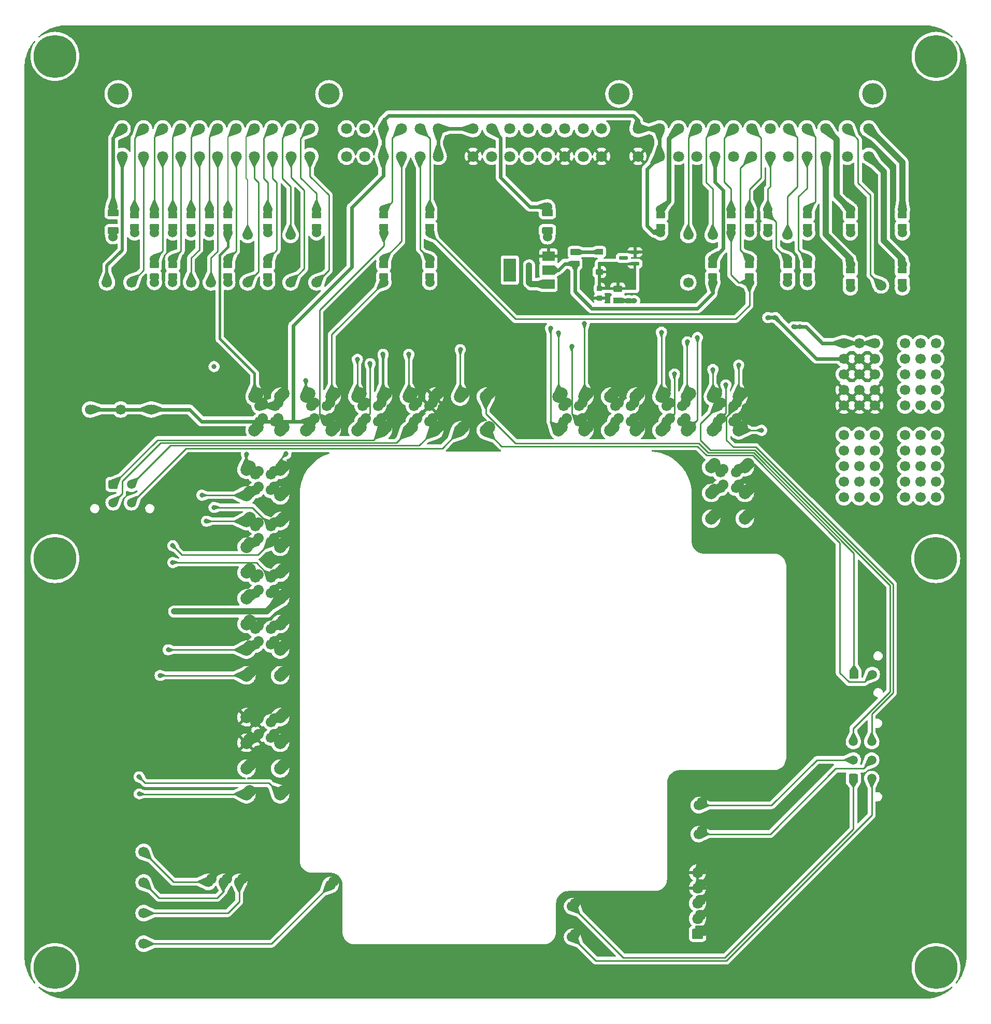
<source format=gtl>
G75*
G70*
%OFA0B0*%
%FSLAX25Y25*%
%IPPOS*%
%LPD*%
%AMOC8*
5,1,8,0,0,1.08239X$1,22.5*
%
%ADD10C,0.06000*%
%ADD11C,0.06693*%
%ADD12C,0.05906*%
%ADD13C,0.27559*%
%ADD14C,0.13780*%
%ADD15C,0.07087*%
%ADD16C,0.07874*%
%ADD17O,0.07283X0.06693*%
%ADD18R,0.07874X0.05906*%
%ADD19R,0.07874X0.14961*%
%ADD20C,0.03150*%
%ADD21C,0.02362*%
%ADD22C,0.00984*%
%ADD23C,0.00787*%
%ADD24C,0.03937*%
%ADD25C,0.01575*%
%ADD26C,0.01969*%
%ADD38O,0.06693X0.06693*%
X0000000Y0000000D02*
%LPD*%
G01*
D10*
X0119094Y0492501D03*
G36*
G01*
X0121555Y0494292D02*
X0116633Y0494292D01*
G75*
G02*
X0116240Y0494686I0000000J0000394D01*
G01*
X0116240Y0497835D01*
G75*
G02*
X0116633Y0498229I0000394J0000000D01*
G01*
X0121555Y0498229D01*
G75*
G02*
X0121948Y0497835I0000000J-000394D01*
G01*
X0121948Y0494686D01*
G75*
G02*
X0121555Y0494292I-000394J0000000D01*
G01*
G37*
G36*
G01*
X0121555Y0501772D02*
X0116633Y0501772D01*
G75*
G02*
X0116240Y0502166I0000000J0000394D01*
G01*
X0116240Y0505316D01*
G75*
G02*
X0116633Y0505709I0000394J0000000D01*
G01*
X0121555Y0505709D01*
G75*
G02*
X0121948Y0505316I0000000J-000394D01*
G01*
X0121948Y0502166D01*
G75*
G02*
X0121555Y0501772I-000394J0000000D01*
G01*
G37*
X0119094Y0507501D03*
X0095472Y0492501D03*
G36*
G01*
X0097933Y0494292D02*
X0093011Y0494292D01*
G75*
G02*
X0092618Y0494686I0000000J0000394D01*
G01*
X0092618Y0497835D01*
G75*
G02*
X0093011Y0498229I0000394J0000000D01*
G01*
X0097933Y0498229D01*
G75*
G02*
X0098326Y0497835I0000000J-000394D01*
G01*
X0098326Y0494686D01*
G75*
G02*
X0097933Y0494292I-000394J0000000D01*
G01*
G37*
G36*
G01*
X0097933Y0501772D02*
X0093011Y0501772D01*
G75*
G02*
X0092618Y0502166I0000000J0000394D01*
G01*
X0092618Y0505316D01*
G75*
G02*
X0093011Y0505709I0000394J0000000D01*
G01*
X0097933Y0505709D01*
G75*
G02*
X0098326Y0505316I0000000J-000394D01*
G01*
X0098326Y0502166D01*
G75*
G02*
X0097933Y0501772I-000394J0000000D01*
G01*
G37*
X0095472Y0507501D03*
D11*
X0187992Y0460630D03*
D10*
X0466535Y0492501D03*
G36*
G01*
X0468996Y0494292D02*
X0464074Y0494292D01*
G75*
G02*
X0463681Y0494686I0000000J0000394D01*
G01*
X0463681Y0497835D01*
G75*
G02*
X0464074Y0498229I0000394J0000000D01*
G01*
X0468996Y0498229D01*
G75*
G02*
X0469389Y0497835I0000000J-000394D01*
G01*
X0469389Y0494686D01*
G75*
G02*
X0468996Y0494292I-000394J0000000D01*
G01*
G37*
G36*
G01*
X0468996Y0501772D02*
X0464074Y0501772D01*
G75*
G02*
X0463681Y0502166I0000000J0000394D01*
G01*
X0463681Y0505316D01*
G75*
G02*
X0464074Y0505709I0000394J0000000D01*
G01*
X0468996Y0505709D01*
G75*
G02*
X0469389Y0505316I0000000J-000394D01*
G01*
X0469389Y0502166D01*
G75*
G02*
X0468996Y0501772I-000394J0000000D01*
G01*
G37*
X0466535Y0507501D03*
D11*
X0076771Y0074804D03*
X0427165Y0460630D03*
D10*
X0454724Y0492501D03*
G36*
G01*
X0457185Y0494292D02*
X0452263Y0494292D01*
G75*
G02*
X0451870Y0494686I0000000J0000394D01*
G01*
X0451870Y0497835D01*
G75*
G02*
X0452263Y0498229I0000394J0000000D01*
G01*
X0457185Y0498229D01*
G75*
G02*
X0457578Y0497835I0000000J-000394D01*
G01*
X0457578Y0494686D01*
G75*
G02*
X0457185Y0494292I-000394J0000000D01*
G01*
G37*
G36*
G01*
X0457185Y0501772D02*
X0452263Y0501772D01*
G75*
G02*
X0451870Y0502166I0000000J0000394D01*
G01*
X0451870Y0505316D01*
G75*
G02*
X0452263Y0505709I0000394J0000000D01*
G01*
X0457185Y0505709D01*
G75*
G02*
X0457578Y0505316I0000000J-000394D01*
G01*
X0457578Y0502166D01*
G75*
G02*
X0457185Y0501772I-000394J0000000D01*
G01*
G37*
X0454724Y0507501D03*
X0187992Y0492501D03*
G36*
G01*
X0190452Y0494292D02*
X0185531Y0494292D01*
G75*
G02*
X0185137Y0494686I0000000J0000394D01*
G01*
X0185137Y0497835D01*
G75*
G02*
X0185531Y0498229I0000394J0000000D01*
G01*
X0190452Y0498229D01*
G75*
G02*
X0190846Y0497835I0000000J-000394D01*
G01*
X0190846Y0494686D01*
G75*
G02*
X0190452Y0494292I-000394J0000000D01*
G01*
G37*
G36*
G01*
X0190452Y0501772D02*
X0185531Y0501772D01*
G75*
G02*
X0185137Y0502166I0000000J0000394D01*
G01*
X0185137Y0505316D01*
G75*
G02*
X0185531Y0505709I0000394J0000000D01*
G01*
X0190452Y0505709D01*
G75*
G02*
X0190846Y0505316I0000000J-000394D01*
G01*
X0190846Y0502166D01*
G75*
G02*
X0190452Y0501772I-000394J0000000D01*
G01*
G37*
X0187992Y0507501D03*
X0491141Y0460630D03*
G36*
G01*
X0493602Y0462422D02*
X0488681Y0462422D01*
G75*
G02*
X0488287Y0462815I0000000J0000394D01*
G01*
X0488287Y0465965D01*
G75*
G02*
X0488681Y0466359I0000394J0000000D01*
G01*
X0493602Y0466359D01*
G75*
G02*
X0493996Y0465965I0000000J-000394D01*
G01*
X0493996Y0462815D01*
G75*
G02*
X0493602Y0462422I-000394J0000000D01*
G01*
G37*
G36*
G01*
X0493602Y0469902D02*
X0488681Y0469902D01*
G75*
G02*
X0488287Y0470296I0000000J0000394D01*
G01*
X0488287Y0473445D01*
G75*
G02*
X0488681Y0473839I0000394J0000000D01*
G01*
X0493602Y0473839D01*
G75*
G02*
X0493996Y0473445I0000000J-000394D01*
G01*
X0493996Y0470296D01*
G75*
G02*
X0493602Y0469902I-000394J0000000D01*
G01*
G37*
X0491141Y0475630D03*
X0156496Y0460630D03*
G36*
G01*
X0158956Y0462422D02*
X0154035Y0462422D01*
G75*
G02*
X0153641Y0462815I0000000J0000394D01*
G01*
X0153641Y0465965D01*
G75*
G02*
X0154035Y0466359I0000394J0000000D01*
G01*
X0158956Y0466359D01*
G75*
G02*
X0159350Y0465965I0000000J-000394D01*
G01*
X0159350Y0462815D01*
G75*
G02*
X0158956Y0462422I-000394J0000000D01*
G01*
G37*
G36*
G01*
X0158956Y0469902D02*
X0154035Y0469902D01*
G75*
G02*
X0153641Y0470296I0000000J0000394D01*
G01*
X0153641Y0473445D01*
G75*
G02*
X0154035Y0473839I0000394J0000000D01*
G01*
X0158956Y0473839D01*
G75*
G02*
X0159350Y0473445I0000000J-000394D01*
G01*
X0159350Y0470296D01*
G75*
G02*
X0158956Y0469902I-000394J0000000D01*
G01*
G37*
X0156496Y0475630D03*
D11*
X0053149Y0460630D03*
D10*
X0531496Y0457067D03*
G36*
G01*
X0533956Y0458859D02*
X0529035Y0458859D01*
G75*
G02*
X0528641Y0459252I0000000J0000394D01*
G01*
X0528641Y0462402D01*
G75*
G02*
X0529035Y0462796I0000394J0000000D01*
G01*
X0533956Y0462796D01*
G75*
G02*
X0534350Y0462402I0000000J-000394D01*
G01*
X0534350Y0459252D01*
G75*
G02*
X0533956Y0458859I-000394J0000000D01*
G01*
G37*
G36*
G01*
X0533956Y0466339D02*
X0529035Y0466339D01*
G75*
G02*
X0528641Y0466733I0000000J0000394D01*
G01*
X0528641Y0469882D01*
G75*
G02*
X0529035Y0470276I0000394J0000000D01*
G01*
X0533956Y0470276D01*
G75*
G02*
X0534350Y0469882I0000000J-000394D01*
G01*
X0534350Y0466733D01*
G75*
G02*
X0533956Y0466339I-000394J0000000D01*
G01*
G37*
X0531496Y0472067D03*
D11*
X0551181Y0458662D03*
X0076771Y0035434D03*
D10*
X0083661Y0460630D03*
G36*
G01*
X0086122Y0462422D02*
X0081200Y0462422D01*
G75*
G02*
X0080807Y0462815I0000000J0000394D01*
G01*
X0080807Y0465965D01*
G75*
G02*
X0081200Y0466359I0000394J0000000D01*
G01*
X0086122Y0466359D01*
G75*
G02*
X0086515Y0465965I0000000J-000394D01*
G01*
X0086515Y0462815D01*
G75*
G02*
X0086122Y0462422I-000394J0000000D01*
G01*
G37*
G36*
G01*
X0086122Y0469902D02*
X0081200Y0469902D01*
G75*
G02*
X0080807Y0470296I0000000J0000394D01*
G01*
X0080807Y0473445D01*
G75*
G02*
X0081200Y0473839I0000394J0000000D01*
G01*
X0086122Y0473839D01*
G75*
G02*
X0086515Y0473445I0000000J-000394D01*
G01*
X0086515Y0470296D01*
G75*
G02*
X0086122Y0469902I-000394J0000000D01*
G01*
G37*
X0083661Y0475630D03*
X0130905Y0492501D03*
G36*
G01*
X0133366Y0494292D02*
X0128444Y0494292D01*
G75*
G02*
X0128051Y0494686I0000000J0000394D01*
G01*
X0128051Y0497835D01*
G75*
G02*
X0128444Y0498229I0000394J0000000D01*
G01*
X0133366Y0498229D01*
G75*
G02*
X0133759Y0497835I0000000J-000394D01*
G01*
X0133759Y0494686D01*
G75*
G02*
X0133366Y0494292I-000394J0000000D01*
G01*
G37*
G36*
G01*
X0133366Y0501772D02*
X0128444Y0501772D01*
G75*
G02*
X0128051Y0502166I0000000J0000394D01*
G01*
X0128051Y0505316D01*
G75*
G02*
X0128444Y0505709I0000394J0000000D01*
G01*
X0133366Y0505709D01*
G75*
G02*
X0133759Y0505316I0000000J-000394D01*
G01*
X0133759Y0502166D01*
G75*
G02*
X0133366Y0501772I-000394J0000000D01*
G01*
G37*
X0130905Y0507501D03*
D11*
X0120078Y0460630D03*
D10*
X0156496Y0492501D03*
G36*
G01*
X0158956Y0494292D02*
X0154035Y0494292D01*
G75*
G02*
X0153641Y0494686I0000000J0000394D01*
G01*
X0153641Y0497835D01*
G75*
G02*
X0154035Y0498229I0000394J0000000D01*
G01*
X0158956Y0498229D01*
G75*
G02*
X0159350Y0497835I0000000J-000394D01*
G01*
X0159350Y0494686D01*
G75*
G02*
X0158956Y0494292I-000394J0000000D01*
G01*
G37*
G36*
G01*
X0158956Y0501772D02*
X0154035Y0501772D01*
G75*
G02*
X0153641Y0502166I0000000J0000394D01*
G01*
X0153641Y0505316D01*
G75*
G02*
X0154035Y0505709I0000394J0000000D01*
G01*
X0158956Y0505709D01*
G75*
G02*
X0159350Y0505316I0000000J-000394D01*
G01*
X0159350Y0502166D01*
G75*
G02*
X0158956Y0501772I-000394J0000000D01*
G01*
G37*
X0156496Y0507501D03*
G36*
G01*
X0368070Y0482087D02*
X0372086Y0482087D01*
G75*
G02*
X0372440Y0481733I0000000J-000354D01*
G01*
X0372440Y0478898D01*
G75*
G02*
X0372086Y0478544I-000354J0000000D01*
G01*
X0368070Y0478544D01*
G75*
G02*
X0367716Y0478898I0000000J0000354D01*
G01*
X0367716Y0481733D01*
G75*
G02*
X0368070Y0482087I0000354J0000000D01*
G01*
G37*
G36*
G01*
X0368070Y0469095D02*
X0372086Y0469095D01*
G75*
G02*
X0372440Y0468741I0000000J-000354D01*
G01*
X0372440Y0465906D01*
G75*
G02*
X0372086Y0465552I-000354J0000000D01*
G01*
X0368070Y0465552D01*
G75*
G02*
X0367716Y0465906I0000000J0000354D01*
G01*
X0367716Y0468741D01*
G75*
G02*
X0368070Y0469095I0000354J0000000D01*
G01*
G37*
G36*
G01*
X0054133Y0328741D02*
X0054133Y0332678D01*
G75*
G02*
X0055118Y0333662I0000984J0000000D01*
G01*
X0059055Y0333662D01*
G75*
G02*
X0060039Y0332678I0000000J-000984D01*
G01*
X0060039Y0328741D01*
G75*
G02*
X0059055Y0327756I-000984J0000000D01*
G01*
X0055118Y0327756D01*
G75*
G02*
X0054133Y0328741I0000000J0000984D01*
G01*
G37*
D12*
X0068897Y0330709D03*
X0057086Y0318898D03*
X0068897Y0318898D03*
D10*
X0478346Y0492501D03*
G36*
G01*
X0480807Y0494292D02*
X0475885Y0494292D01*
G75*
G02*
X0475492Y0494686I0000000J0000394D01*
G01*
X0475492Y0497835D01*
G75*
G02*
X0475885Y0498229I0000394J0000000D01*
G01*
X0480807Y0498229D01*
G75*
G02*
X0481200Y0497835I0000000J-000394D01*
G01*
X0481200Y0494686D01*
G75*
G02*
X0480807Y0494292I-000394J0000000D01*
G01*
G37*
G36*
G01*
X0480807Y0501772D02*
X0475885Y0501772D01*
G75*
G02*
X0475492Y0502166I0000000J0000394D01*
G01*
X0475492Y0505316D01*
G75*
G02*
X0475885Y0505709I0000394J0000000D01*
G01*
X0480807Y0505709D01*
G75*
G02*
X0481200Y0505316I0000000J-000394D01*
G01*
X0481200Y0502166D01*
G75*
G02*
X0480807Y0501772I-000394J0000000D01*
G01*
G37*
X0478346Y0507501D03*
X0466535Y0460630D03*
G36*
G01*
X0468996Y0462422D02*
X0464074Y0462422D01*
G75*
G02*
X0463681Y0462815I0000000J0000394D01*
G01*
X0463681Y0465965D01*
G75*
G02*
X0464074Y0466359I0000394J0000000D01*
G01*
X0468996Y0466359D01*
G75*
G02*
X0469389Y0465965I0000000J-000394D01*
G01*
X0469389Y0462815D01*
G75*
G02*
X0468996Y0462422I-000394J0000000D01*
G01*
G37*
G36*
G01*
X0468996Y0469902D02*
X0464074Y0469902D01*
G75*
G02*
X0463681Y0470296I0000000J0000394D01*
G01*
X0463681Y0473445D01*
G75*
G02*
X0464074Y0473839I0000394J0000000D01*
G01*
X0468996Y0473839D01*
G75*
G02*
X0469389Y0473445I0000000J-000394D01*
G01*
X0469389Y0470296D01*
G75*
G02*
X0468996Y0469902I-000394J0000000D01*
G01*
G37*
X0466535Y0475630D03*
D11*
X0081692Y0378938D03*
X0171259Y0460630D03*
D10*
X0564960Y0457067D03*
G36*
G01*
X0567421Y0458859D02*
X0562500Y0458859D01*
G75*
G02*
X0562106Y0459252I0000000J0000394D01*
G01*
X0562106Y0462402D01*
G75*
G02*
X0562500Y0462796I0000394J0000000D01*
G01*
X0567421Y0462796D01*
G75*
G02*
X0567814Y0462402I0000000J-000394D01*
G01*
X0567814Y0459252D01*
G75*
G02*
X0567421Y0458859I-000394J0000000D01*
G01*
G37*
G36*
G01*
X0567421Y0466339D02*
X0562500Y0466339D01*
G75*
G02*
X0562106Y0466733I0000000J0000394D01*
G01*
X0562106Y0469882D01*
G75*
G02*
X0562500Y0470276I0000394J0000000D01*
G01*
X0567421Y0470276D01*
G75*
G02*
X0567814Y0469882I0000000J-000394D01*
G01*
X0567814Y0466733D01*
G75*
G02*
X0567421Y0466339I-000394J0000000D01*
G01*
G37*
X0564960Y0472067D03*
D11*
X0566771Y0381575D03*
X0566771Y0391575D03*
X0566771Y0401575D03*
X0566771Y0411575D03*
X0566771Y0421575D03*
X0576771Y0381575D03*
X0576771Y0391575D03*
X0576771Y0401575D03*
X0576771Y0411575D03*
X0576771Y0421575D03*
X0586771Y0381575D03*
X0586771Y0391575D03*
X0586771Y0401575D03*
X0586771Y0411575D03*
X0586771Y0421575D03*
D10*
X0442913Y0460630D03*
G36*
G01*
X0445374Y0462422D02*
X0440452Y0462422D01*
G75*
G02*
X0440059Y0462815I0000000J0000394D01*
G01*
X0440059Y0465965D01*
G75*
G02*
X0440452Y0466359I0000394J0000000D01*
G01*
X0445374Y0466359D01*
G75*
G02*
X0445767Y0465965I0000000J-000394D01*
G01*
X0445767Y0462815D01*
G75*
G02*
X0445374Y0462422I-000394J0000000D01*
G01*
G37*
G36*
G01*
X0445374Y0469902D02*
X0440452Y0469902D01*
G75*
G02*
X0440059Y0470296I0000000J0000394D01*
G01*
X0440059Y0473445D01*
G75*
G02*
X0440452Y0473839I0000394J0000000D01*
G01*
X0445374Y0473839D01*
G75*
G02*
X0445767Y0473445I0000000J-000394D01*
G01*
X0445767Y0470296D01*
G75*
G02*
X0445374Y0469902I-000394J0000000D01*
G01*
G37*
X0442913Y0475630D03*
G36*
G01*
X0395767Y0473229D02*
X0395767Y0472048D01*
G75*
G02*
X0395177Y0471457I-000591J0000000D01*
G01*
X0390551Y0471457D01*
G75*
G02*
X0389960Y0472048I0000000J0000591D01*
G01*
X0389960Y0473229D01*
G75*
G02*
X0390551Y0473819I0000591J0000000D01*
G01*
X0395177Y0473819D01*
G75*
G02*
X0395767Y0473229I0000000J-000591D01*
G01*
G37*
G36*
G01*
X0388385Y0476969D02*
X0388385Y0475788D01*
G75*
G02*
X0387795Y0475197I-000591J0000000D01*
G01*
X0383169Y0475197D01*
G75*
G02*
X0382578Y0475788I0000000J0000591D01*
G01*
X0382578Y0476969D01*
G75*
G02*
X0383169Y0477560I0000591J0000000D01*
G01*
X0387795Y0477560D01*
G75*
G02*
X0388385Y0476969I0000000J-000591D01*
G01*
G37*
G36*
G01*
X0395767Y0480709D02*
X0395767Y0479528D01*
G75*
G02*
X0395177Y0478938I-000591J0000000D01*
G01*
X0390551Y0478938D01*
G75*
G02*
X0389960Y0479528I0000000J0000591D01*
G01*
X0389960Y0480709D01*
G75*
G02*
X0390551Y0481300I0000591J0000000D01*
G01*
X0395177Y0481300D01*
G75*
G02*
X0395767Y0480709I0000000J-000591D01*
G01*
G37*
G36*
G01*
X0535433Y0138780D02*
X0531496Y0138780D01*
G75*
G02*
X0530511Y0139764I0000000J0000984D01*
G01*
X0530511Y0143701D01*
G75*
G02*
X0531496Y0144686I0000984J0000000D01*
G01*
X0535433Y0144686D01*
G75*
G02*
X0536417Y0143701I0000000J-000984D01*
G01*
X0536417Y0139764D01*
G75*
G02*
X0535433Y0138780I-000984J0000000D01*
G01*
G37*
D12*
X0533464Y0153544D03*
X0533464Y0165355D03*
X0545275Y0141733D03*
X0545275Y0153544D03*
X0545275Y0165355D03*
D13*
X0586614Y0605906D03*
G36*
G01*
X0351870Y0482087D02*
X0356791Y0482087D01*
G75*
G02*
X0357185Y0481693I0000000J-000394D01*
G01*
X0357185Y0478544D01*
G75*
G02*
X0356791Y0478150I-000394J0000000D01*
G01*
X0351870Y0478150D01*
G75*
G02*
X0351476Y0478544I0000000J0000394D01*
G01*
X0351476Y0481693D01*
G75*
G02*
X0351870Y0482087I0000394J0000000D01*
G01*
G37*
G36*
G01*
X0351870Y0474607D02*
X0356791Y0474607D01*
G75*
G02*
X0357185Y0474213I0000000J-000394D01*
G01*
X0357185Y0471063D01*
G75*
G02*
X0356791Y0470670I-000394J0000000D01*
G01*
X0351870Y0470670D01*
G75*
G02*
X0351476Y0471063I0000000J0000394D01*
G01*
X0351476Y0474213D01*
G75*
G02*
X0351870Y0474607I0000394J0000000D01*
G01*
G37*
X0019685Y0283071D03*
D10*
X0107283Y0492501D03*
G36*
G01*
X0109744Y0494292D02*
X0104822Y0494292D01*
G75*
G02*
X0104429Y0494686I0000000J0000394D01*
G01*
X0104429Y0497835D01*
G75*
G02*
X0104822Y0498229I0000394J0000000D01*
G01*
X0109744Y0498229D01*
G75*
G02*
X0110137Y0497835I0000000J-000394D01*
G01*
X0110137Y0494686D01*
G75*
G02*
X0109744Y0494292I-000394J0000000D01*
G01*
G37*
G36*
G01*
X0109744Y0501772D02*
X0104822Y0501772D01*
G75*
G02*
X0104429Y0502166I0000000J0000394D01*
G01*
X0104429Y0505316D01*
G75*
G02*
X0104822Y0505709I0000394J0000000D01*
G01*
X0109744Y0505709D01*
G75*
G02*
X0110137Y0505316I0000000J-000394D01*
G01*
X0110137Y0502166D01*
G75*
G02*
X0109744Y0501772I-000394J0000000D01*
G01*
G37*
X0107283Y0507501D03*
X0503937Y0460630D03*
G36*
G01*
X0506397Y0462422D02*
X0501476Y0462422D01*
G75*
G02*
X0501082Y0462815I0000000J0000394D01*
G01*
X0501082Y0465965D01*
G75*
G02*
X0501476Y0466359I0000394J0000000D01*
G01*
X0506397Y0466359D01*
G75*
G02*
X0506791Y0465965I0000000J-000394D01*
G01*
X0506791Y0462815D01*
G75*
G02*
X0506397Y0462422I-000394J0000000D01*
G01*
G37*
G36*
G01*
X0506397Y0469902D02*
X0501476Y0469902D01*
G75*
G02*
X0501082Y0470296I0000000J0000394D01*
G01*
X0501082Y0473445D01*
G75*
G02*
X0501476Y0473839I0000394J0000000D01*
G01*
X0506397Y0473839D01*
G75*
G02*
X0506791Y0473445I0000000J-000394D01*
G01*
X0506791Y0470296D01*
G75*
G02*
X0506397Y0469902I-000394J0000000D01*
G01*
G37*
X0503937Y0475630D03*
G36*
G01*
X0371417Y0448800D02*
X0368740Y0448800D01*
G75*
G02*
X0368405Y0449134I0000000J0000335D01*
G01*
X0368405Y0451812D01*
G75*
G02*
X0368740Y0452146I0000335J0000000D01*
G01*
X0371417Y0452146D01*
G75*
G02*
X0371751Y0451812I0000000J-000335D01*
G01*
X0371751Y0449134D01*
G75*
G02*
X0371417Y0448800I-000335J0000000D01*
G01*
G37*
G36*
G01*
X0371417Y0455020D02*
X0368740Y0455020D01*
G75*
G02*
X0368405Y0455355I0000000J0000335D01*
G01*
X0368405Y0458032D01*
G75*
G02*
X0368740Y0458367I0000335J0000000D01*
G01*
X0371417Y0458367D01*
G75*
G02*
X0371751Y0458032I0000000J-000335D01*
G01*
X0371751Y0455355D01*
G75*
G02*
X0371417Y0455020I-000335J0000000D01*
G01*
G37*
X0083661Y0492501D03*
G36*
G01*
X0086122Y0494292D02*
X0081200Y0494292D01*
G75*
G02*
X0080807Y0494686I0000000J0000394D01*
G01*
X0080807Y0497835D01*
G75*
G02*
X0081200Y0498229I0000394J0000000D01*
G01*
X0086122Y0498229D01*
G75*
G02*
X0086515Y0497835I0000000J-000394D01*
G01*
X0086515Y0494686D01*
G75*
G02*
X0086122Y0494292I-000394J0000000D01*
G01*
G37*
G36*
G01*
X0086122Y0501772D02*
X0081200Y0501772D01*
G75*
G02*
X0080807Y0502166I0000000J0000394D01*
G01*
X0080807Y0505316D01*
G75*
G02*
X0081200Y0505709I0000394J0000000D01*
G01*
X0086122Y0505709D01*
G75*
G02*
X0086515Y0505316I0000000J-000394D01*
G01*
X0086515Y0502166D01*
G75*
G02*
X0086122Y0501772I-000394J0000000D01*
G01*
G37*
X0083661Y0507501D03*
X0231299Y0460630D03*
G36*
G01*
X0233759Y0462422D02*
X0228838Y0462422D01*
G75*
G02*
X0228444Y0462815I0000000J0000394D01*
G01*
X0228444Y0465965D01*
G75*
G02*
X0228838Y0466359I0000394J0000000D01*
G01*
X0233759Y0466359D01*
G75*
G02*
X0234153Y0465965I0000000J-000394D01*
G01*
X0234153Y0462815D01*
G75*
G02*
X0233759Y0462422I-000394J0000000D01*
G01*
G37*
G36*
G01*
X0233759Y0469902D02*
X0228838Y0469902D01*
G75*
G02*
X0228444Y0470296I0000000J0000394D01*
G01*
X0228444Y0473445D01*
G75*
G02*
X0228838Y0473839I0000394J0000000D01*
G01*
X0233759Y0473839D01*
G75*
G02*
X0234153Y0473445I0000000J-000394D01*
G01*
X0234153Y0470296D01*
G75*
G02*
X0233759Y0469902I-000394J0000000D01*
G01*
G37*
X0231299Y0475630D03*
D11*
X0068897Y0460630D03*
X0062007Y0378938D03*
D10*
X0057086Y0509272D03*
G36*
G01*
X0053543Y0503977D02*
X0053543Y0506693D01*
G75*
G02*
X0054448Y0507599I0000906J0000000D01*
G01*
X0059724Y0507599D01*
G75*
G02*
X0060629Y0506693I0000000J-000906D01*
G01*
X0060629Y0503977D01*
G75*
G02*
X0059724Y0503071I-000906J0000000D01*
G01*
X0054448Y0503071D01*
G75*
G02*
X0053543Y0503977I0000000J0000906D01*
G01*
G37*
G36*
G01*
X0053543Y0492560D02*
X0053543Y0495276D01*
G75*
G02*
X0054448Y0496182I0000906J0000000D01*
G01*
X0059724Y0496182D01*
G75*
G02*
X0060629Y0495276I0000000J-000906D01*
G01*
X0060629Y0492560D01*
G75*
G02*
X0059724Y0491654I-000906J0000000D01*
G01*
X0054448Y0491654D01*
G75*
G02*
X0053543Y0492560I0000000J0000906D01*
G01*
G37*
X0057086Y0489981D03*
D11*
X0427165Y0491142D03*
D10*
X0095472Y0460630D03*
G36*
G01*
X0097933Y0462422D02*
X0093011Y0462422D01*
G75*
G02*
X0092618Y0462815I0000000J0000394D01*
G01*
X0092618Y0465965D01*
G75*
G02*
X0093011Y0466359I0000394J0000000D01*
G01*
X0097933Y0466359D01*
G75*
G02*
X0098326Y0465965I0000000J-000394D01*
G01*
X0098326Y0462815D01*
G75*
G02*
X0097933Y0462422I-000394J0000000D01*
G01*
G37*
G36*
G01*
X0097933Y0469902D02*
X0093011Y0469902D01*
G75*
G02*
X0092618Y0470296I0000000J0000394D01*
G01*
X0092618Y0473445D01*
G75*
G02*
X0093011Y0473839I0000394J0000000D01*
G01*
X0097933Y0473839D01*
G75*
G02*
X0098326Y0473445I0000000J-000394D01*
G01*
X0098326Y0470296D01*
G75*
G02*
X0097933Y0469902I-000394J0000000D01*
G01*
G37*
X0095472Y0475630D03*
D11*
X0527401Y0381575D03*
X0527401Y0391575D03*
X0527401Y0401575D03*
X0527401Y0411575D03*
X0527401Y0421575D03*
X0537401Y0381575D03*
X0537401Y0391575D03*
X0537401Y0401575D03*
X0537401Y0411575D03*
X0537401Y0421575D03*
X0547401Y0381575D03*
X0547401Y0391575D03*
X0547401Y0401575D03*
X0547401Y0411575D03*
X0547401Y0421575D03*
D10*
X0231299Y0492501D03*
G36*
G01*
X0233759Y0494292D02*
X0228838Y0494292D01*
G75*
G02*
X0228444Y0494686I0000000J0000394D01*
G01*
X0228444Y0497835D01*
G75*
G02*
X0228838Y0498229I0000394J0000000D01*
G01*
X0233759Y0498229D01*
G75*
G02*
X0234153Y0497835I0000000J-000394D01*
G01*
X0234153Y0494686D01*
G75*
G02*
X0233759Y0494292I-000394J0000000D01*
G01*
G37*
G36*
G01*
X0233759Y0501772D02*
X0228838Y0501772D01*
G75*
G02*
X0228444Y0502166I0000000J0000394D01*
G01*
X0228444Y0505316D01*
G75*
G02*
X0228838Y0505709I0000394J0000000D01*
G01*
X0233759Y0505709D01*
G75*
G02*
X0234153Y0505316I0000000J-000394D01*
G01*
X0234153Y0502166D01*
G75*
G02*
X0233759Y0501772I-000394J0000000D01*
G01*
G37*
X0231299Y0507501D03*
D11*
X0527401Y0322520D03*
X0527401Y0332520D03*
X0527401Y0342520D03*
X0527401Y0352520D03*
X0527401Y0362520D03*
X0537401Y0322520D03*
X0537401Y0332520D03*
X0537401Y0342520D03*
X0537401Y0352520D03*
X0537401Y0362520D03*
X0547401Y0322520D03*
X0547401Y0332520D03*
X0547401Y0342520D03*
X0547401Y0352520D03*
X0547401Y0362520D03*
D14*
X0060397Y0581811D03*
X0196027Y0581811D03*
X0382641Y0581811D03*
X0545830Y0581811D03*
D15*
X0062956Y0541651D03*
X0076726Y0541651D03*
X0088936Y0541651D03*
X0100746Y0541651D03*
X0112556Y0541651D03*
X0124366Y0541651D03*
X0136176Y0541651D03*
X0147986Y0541651D03*
X0159796Y0541651D03*
X0171606Y0541651D03*
X0183816Y0541651D03*
X0062956Y0559371D03*
X0076726Y0559371D03*
X0088936Y0559371D03*
X0100746Y0559371D03*
X0112556Y0559371D03*
X0124366Y0559371D03*
X0136176Y0559371D03*
X0147986Y0559371D03*
X0159796Y0559371D03*
X0171606Y0559371D03*
X0183816Y0559371D03*
X0288744Y0541651D03*
X0300554Y0541651D03*
X0312364Y0541651D03*
X0324174Y0541651D03*
X0335994Y0541651D03*
X0347804Y0541651D03*
X0359614Y0541651D03*
X0371424Y0541651D03*
X0288744Y0559371D03*
X0300554Y0559371D03*
X0312364Y0559371D03*
X0324174Y0559371D03*
X0335994Y0559371D03*
X0347804Y0559371D03*
X0359614Y0559371D03*
X0371424Y0559371D03*
X0394834Y0541651D03*
X0408614Y0541651D03*
X0420834Y0541651D03*
X0432644Y0541651D03*
X0444454Y0541651D03*
X0456264Y0541651D03*
X0468074Y0541651D03*
X0479884Y0541651D03*
X0491694Y0541651D03*
X0503504Y0541651D03*
X0515714Y0541651D03*
X0529494Y0541651D03*
X0543274Y0541651D03*
X0394834Y0559371D03*
X0408614Y0559371D03*
X0420834Y0559371D03*
X0432644Y0559371D03*
X0444454Y0559371D03*
X0456264Y0559371D03*
X0468074Y0559371D03*
X0479884Y0559371D03*
X0491694Y0559371D03*
X0503504Y0559371D03*
X0515714Y0559371D03*
X0529494Y0559371D03*
X0543274Y0559371D03*
X0207247Y0541651D03*
X0219057Y0541651D03*
X0230867Y0541651D03*
X0242677Y0541651D03*
X0254497Y0541651D03*
X0266307Y0541651D03*
X0207247Y0559371D03*
X0219057Y0559371D03*
X0230867Y0559371D03*
X0242677Y0559371D03*
X0254497Y0559371D03*
X0266307Y0559371D03*
D13*
X0586420Y0283071D03*
X0586614Y0020079D03*
D11*
X0566771Y0322520D03*
X0566771Y0332520D03*
X0566771Y0342520D03*
X0566771Y0352520D03*
X0566771Y0362520D03*
X0576771Y0322520D03*
X0576771Y0332520D03*
X0576771Y0342520D03*
X0576771Y0352520D03*
X0576771Y0362520D03*
X0586771Y0322520D03*
X0586771Y0332520D03*
X0586771Y0342520D03*
X0586771Y0352520D03*
X0586771Y0362520D03*
X0442913Y0491142D03*
D10*
X0130905Y0460630D03*
G36*
G01*
X0133366Y0462422D02*
X0128444Y0462422D01*
G75*
G02*
X0128051Y0462815I0000000J0000394D01*
G01*
X0128051Y0465965D01*
G75*
G02*
X0128444Y0466359I0000394J0000000D01*
G01*
X0133366Y0466359D01*
G75*
G02*
X0133759Y0465965I0000000J-000394D01*
G01*
X0133759Y0462815D01*
G75*
G02*
X0133366Y0462422I-000394J0000000D01*
G01*
G37*
G36*
G01*
X0133366Y0469902D02*
X0128444Y0469902D01*
G75*
G02*
X0128051Y0470296I0000000J0000394D01*
G01*
X0128051Y0473445D01*
G75*
G02*
X0128444Y0473839I0000394J0000000D01*
G01*
X0133366Y0473839D01*
G75*
G02*
X0133759Y0473445I0000000J-000394D01*
G01*
X0133759Y0470296D01*
G75*
G02*
X0133366Y0469902I-000394J0000000D01*
G01*
G37*
X0130905Y0475630D03*
X0531496Y0492501D03*
G36*
G01*
X0533956Y0494292D02*
X0529035Y0494292D01*
G75*
G02*
X0528641Y0494686I0000000J0000394D01*
G01*
X0528641Y0497835D01*
G75*
G02*
X0529035Y0498229I0000394J0000000D01*
G01*
X0533956Y0498229D01*
G75*
G02*
X0534350Y0497835I0000000J-000394D01*
G01*
X0534350Y0494686D01*
G75*
G02*
X0533956Y0494292I-000394J0000000D01*
G01*
G37*
G36*
G01*
X0533956Y0501772D02*
X0529035Y0501772D01*
G75*
G02*
X0528641Y0502166I0000000J0000394D01*
G01*
X0528641Y0505316D01*
G75*
G02*
X0529035Y0505709I0000394J0000000D01*
G01*
X0533956Y0505709D01*
G75*
G02*
X0534350Y0505316I0000000J-000394D01*
G01*
X0534350Y0502166D01*
G75*
G02*
X0533956Y0501772I-000394J0000000D01*
G01*
G37*
X0531496Y0507501D03*
D16*
X0142913Y0131546D03*
X0142913Y0148081D03*
X0142913Y0164617D03*
D11*
X0148819Y0167963D03*
D16*
X0142913Y0181152D03*
D11*
X0148819Y0177963D03*
D16*
X0164567Y0131546D03*
X0164567Y0148081D03*
D11*
X0158819Y0167963D03*
D16*
X0164567Y0164617D03*
D11*
X0158819Y0177963D03*
D16*
X0164567Y0181152D03*
X0142913Y0207924D03*
X0142913Y0224459D03*
D11*
X0148819Y0227806D03*
D16*
X0142913Y0240995D03*
D11*
X0148819Y0237806D03*
D16*
X0142913Y0257530D03*
D11*
X0148819Y0260877D03*
D16*
X0142913Y0274066D03*
D11*
X0148819Y0270877D03*
D16*
X0142913Y0290601D03*
D11*
X0148819Y0293948D03*
D16*
X0142913Y0307137D03*
D11*
X0148819Y0303948D03*
D16*
X0142913Y0323672D03*
D11*
X0148819Y0327018D03*
D16*
X0142913Y0340207D03*
D11*
X0148819Y0337018D03*
D16*
X0164567Y0207924D03*
D11*
X0158819Y0227806D03*
D16*
X0164567Y0224459D03*
D11*
X0158819Y0237806D03*
D16*
X0164567Y0240995D03*
D11*
X0158819Y0260877D03*
D16*
X0164567Y0257530D03*
D11*
X0158819Y0270877D03*
D16*
X0164567Y0274066D03*
D11*
X0158819Y0293948D03*
D16*
X0164567Y0290601D03*
D11*
X0158819Y0303948D03*
D16*
X0164567Y0307137D03*
D11*
X0158819Y0327018D03*
D16*
X0164567Y0323672D03*
D11*
X0158819Y0337018D03*
D16*
X0164567Y0340207D03*
X0148130Y0387156D03*
D11*
X0151476Y0381251D03*
X0161476Y0381251D03*
D16*
X0164665Y0387156D03*
X0181201Y0387156D03*
D11*
X0184547Y0381251D03*
X0194547Y0381251D03*
D16*
X0197736Y0387156D03*
X0214272Y0387156D03*
D11*
X0217618Y0381251D03*
X0227618Y0381251D03*
D16*
X0230807Y0387156D03*
X0247343Y0387156D03*
D11*
X0250689Y0381251D03*
X0260689Y0381251D03*
D16*
X0263878Y0387156D03*
X0280413Y0387156D03*
X0296949Y0387156D03*
X0148130Y0365503D03*
D11*
X0151476Y0371251D03*
X0161476Y0371251D03*
D16*
X0164665Y0365503D03*
X0181201Y0365503D03*
D11*
X0184547Y0371251D03*
X0194547Y0371251D03*
D16*
X0197736Y0365503D03*
X0214272Y0365503D03*
D11*
X0217618Y0371251D03*
X0227618Y0371251D03*
D16*
X0230807Y0365503D03*
X0247343Y0365503D03*
D11*
X0250689Y0371251D03*
X0260689Y0371251D03*
D16*
X0263878Y0365503D03*
X0280413Y0365503D03*
X0296949Y0365503D03*
X0343799Y0387156D03*
D11*
X0347146Y0381251D03*
X0357146Y0381251D03*
D16*
X0360335Y0387156D03*
X0376870Y0387156D03*
D11*
X0380217Y0381251D03*
X0390217Y0381251D03*
D16*
X0393406Y0387156D03*
X0409941Y0387156D03*
D11*
X0413287Y0381251D03*
X0423287Y0381251D03*
D16*
X0426476Y0387156D03*
X0443012Y0387156D03*
D11*
X0446358Y0381251D03*
X0456358Y0381251D03*
D16*
X0459547Y0387156D03*
X0343799Y0365503D03*
D11*
X0347146Y0371251D03*
X0357146Y0371251D03*
D16*
X0360335Y0365503D03*
X0376870Y0365503D03*
D11*
X0380217Y0371251D03*
X0390217Y0371251D03*
D16*
X0393406Y0365503D03*
X0409941Y0365503D03*
D11*
X0413287Y0371251D03*
X0423287Y0371251D03*
D16*
X0426476Y0365503D03*
X0443012Y0365503D03*
D11*
X0446358Y0371251D03*
X0456358Y0371251D03*
D16*
X0459547Y0365503D03*
D11*
X0457835Y0338593D03*
D16*
X0463583Y0341782D03*
D11*
X0457835Y0328593D03*
D16*
X0463583Y0325247D03*
X0463583Y0308711D03*
X0441929Y0341782D03*
D11*
X0447835Y0338593D03*
D16*
X0441929Y0325247D03*
D11*
X0447835Y0328593D03*
D16*
X0441929Y0308711D03*
G36*
G01*
X0435827Y0038436D02*
X0430512Y0038436D01*
G75*
G02*
X0429528Y0039420I0000000J0000984D01*
G01*
X0429528Y0044144D01*
G75*
G02*
X0430512Y0045129I0000984J0000000D01*
G01*
X0435827Y0045129D01*
G75*
G02*
X0436811Y0044144I0000000J-000984D01*
G01*
X0436811Y0039420D01*
G75*
G02*
X0435827Y0038436I-000984J0000000D01*
G01*
G37*
D17*
X0433169Y0051625D03*
X0433169Y0061467D03*
X0433169Y0071310D03*
X0433169Y0081152D03*
D11*
X0352461Y0039814D03*
X0352461Y0059499D03*
X0433957Y0124459D03*
X0433957Y0105955D03*
X0128209Y0075247D03*
X0138209Y0075247D03*
X0118209Y0075247D03*
X0196949Y0073278D03*
X0143700Y0491142D03*
D10*
X0070866Y0492501D03*
G36*
G01*
X0073326Y0494292D02*
X0068405Y0494292D01*
G75*
G02*
X0068011Y0494686I0000000J0000394D01*
G01*
X0068011Y0497835D01*
G75*
G02*
X0068405Y0498229I0000394J0000000D01*
G01*
X0073326Y0498229D01*
G75*
G02*
X0073720Y0497835I0000000J-000394D01*
G01*
X0073720Y0494686D01*
G75*
G02*
X0073326Y0494292I-000394J0000000D01*
G01*
G37*
G36*
G01*
X0073326Y0501772D02*
X0068405Y0501772D01*
G75*
G02*
X0068011Y0502166I0000000J0000394D01*
G01*
X0068011Y0505316D01*
G75*
G02*
X0068405Y0505709I0000394J0000000D01*
G01*
X0073326Y0505709D01*
G75*
G02*
X0073720Y0505316I0000000J-000394D01*
G01*
X0073720Y0502166D01*
G75*
G02*
X0073326Y0501772I-000394J0000000D01*
G01*
G37*
X0070866Y0507501D03*
D11*
X0171259Y0491142D03*
D13*
X0019685Y0020079D03*
D18*
X0337204Y0459449D03*
X0337204Y0468504D03*
X0337204Y0477560D03*
D19*
X0312401Y0468504D03*
D11*
X0076771Y0055119D03*
G36*
G01*
X0535767Y0205709D02*
X0531830Y0205709D01*
G75*
G02*
X0530846Y0206693I0000000J0000984D01*
G01*
X0530846Y0210630D01*
G75*
G02*
X0531830Y0211615I0000984J0000000D01*
G01*
X0535767Y0211615D01*
G75*
G02*
X0536751Y0210630I0000000J-000984D01*
G01*
X0536751Y0206693D01*
G75*
G02*
X0535767Y0205709I-000984J0000000D01*
G01*
G37*
D12*
X0545610Y0208662D03*
D11*
X0076771Y0094489D03*
D10*
X0260826Y0460630D03*
G36*
G01*
X0263287Y0462422D02*
X0258366Y0462422D01*
G75*
G02*
X0257972Y0462815I0000000J0000394D01*
G01*
X0257972Y0465965D01*
G75*
G02*
X0258366Y0466359I0000394J0000000D01*
G01*
X0263287Y0466359D01*
G75*
G02*
X0263681Y0465965I0000000J-000394D01*
G01*
X0263681Y0462815D01*
G75*
G02*
X0263287Y0462422I-000394J0000000D01*
G01*
G37*
G36*
G01*
X0263287Y0469902D02*
X0258366Y0469902D01*
G75*
G02*
X0257972Y0470296I0000000J0000394D01*
G01*
X0257972Y0473445D01*
G75*
G02*
X0258366Y0473839I0000394J0000000D01*
G01*
X0263287Y0473839D01*
G75*
G02*
X0263681Y0473445I0000000J-000394D01*
G01*
X0263681Y0470296D01*
G75*
G02*
X0263287Y0469902I-000394J0000000D01*
G01*
G37*
X0260826Y0475630D03*
X0503937Y0492501D03*
G36*
G01*
X0506397Y0494292D02*
X0501476Y0494292D01*
G75*
G02*
X0501082Y0494686I0000000J0000394D01*
G01*
X0501082Y0497835D01*
G75*
G02*
X0501476Y0498229I0000394J0000000D01*
G01*
X0506397Y0498229D01*
G75*
G02*
X0506791Y0497835I0000000J-000394D01*
G01*
X0506791Y0494686D01*
G75*
G02*
X0506397Y0494292I-000394J0000000D01*
G01*
G37*
G36*
G01*
X0506397Y0501772D02*
X0501476Y0501772D01*
G75*
G02*
X0501082Y0502166I0000000J0000394D01*
G01*
X0501082Y0505316D01*
G75*
G02*
X0501476Y0505709I0000394J0000000D01*
G01*
X0506397Y0505709D01*
G75*
G02*
X0506791Y0505316I0000000J-000394D01*
G01*
X0506791Y0502166D01*
G75*
G02*
X0506397Y0501772I-000394J0000000D01*
G01*
G37*
X0503937Y0507501D03*
X0409448Y0492501D03*
G36*
G01*
X0411909Y0494292D02*
X0406988Y0494292D01*
G75*
G02*
X0406594Y0494686I0000000J0000394D01*
G01*
X0406594Y0497835D01*
G75*
G02*
X0406988Y0498229I0000394J0000000D01*
G01*
X0411909Y0498229D01*
G75*
G02*
X0412303Y0497835I0000000J-000394D01*
G01*
X0412303Y0494686D01*
G75*
G02*
X0411909Y0494292I-000394J0000000D01*
G01*
G37*
G36*
G01*
X0411909Y0501772D02*
X0406988Y0501772D01*
G75*
G02*
X0406594Y0502166I0000000J0000394D01*
G01*
X0406594Y0505316D01*
G75*
G02*
X0406988Y0505709I0000394J0000000D01*
G01*
X0411909Y0505709D01*
G75*
G02*
X0412303Y0505316I0000000J-000394D01*
G01*
X0412303Y0502166D01*
G75*
G02*
X0411909Y0501772I-000394J0000000D01*
G01*
G37*
X0409448Y0507501D03*
D11*
X0143700Y0460630D03*
G36*
G01*
X0379429Y0458465D02*
X0384350Y0458465D01*
G75*
G02*
X0384744Y0458071I0000000J-000394D01*
G01*
X0384744Y0454922D01*
G75*
G02*
X0384350Y0454528I-000394J0000000D01*
G01*
X0379429Y0454528D01*
G75*
G02*
X0379035Y0454922I0000000J0000394D01*
G01*
X0379035Y0458071D01*
G75*
G02*
X0379429Y0458465I0000394J0000000D01*
G01*
G37*
G36*
G01*
X0379429Y0450985D02*
X0384350Y0450985D01*
G75*
G02*
X0384744Y0450591I0000000J-000394D01*
G01*
X0384744Y0447441D01*
G75*
G02*
X0384350Y0447048I-000394J0000000D01*
G01*
X0379429Y0447048D01*
G75*
G02*
X0379035Y0447441I0000000J0000394D01*
G01*
X0379035Y0450591D01*
G75*
G02*
X0379429Y0450985I0000394J0000000D01*
G01*
G37*
X0491141Y0491142D03*
D10*
X0564960Y0492501D03*
G36*
G01*
X0567421Y0494292D02*
X0562500Y0494292D01*
G75*
G02*
X0562106Y0494686I0000000J0000394D01*
G01*
X0562106Y0497835D01*
G75*
G02*
X0562500Y0498229I0000394J0000000D01*
G01*
X0567421Y0498229D01*
G75*
G02*
X0567814Y0497835I0000000J-000394D01*
G01*
X0567814Y0494686D01*
G75*
G02*
X0567421Y0494292I-000394J0000000D01*
G01*
G37*
G36*
G01*
X0567421Y0501772D02*
X0562500Y0501772D01*
G75*
G02*
X0562106Y0502166I0000000J0000394D01*
G01*
X0562106Y0505316D01*
G75*
G02*
X0562500Y0505709I0000394J0000000D01*
G01*
X0567421Y0505709D01*
G75*
G02*
X0567814Y0505316I0000000J-000394D01*
G01*
X0567814Y0502166D01*
G75*
G02*
X0567421Y0501772I-000394J0000000D01*
G01*
G37*
X0564960Y0507501D03*
X0260826Y0492501D03*
G36*
G01*
X0263287Y0494292D02*
X0258366Y0494292D01*
G75*
G02*
X0257972Y0494686I0000000J0000394D01*
G01*
X0257972Y0497835D01*
G75*
G02*
X0258366Y0498229I0000394J0000000D01*
G01*
X0263287Y0498229D01*
G75*
G02*
X0263681Y0497835I0000000J-000394D01*
G01*
X0263681Y0494686D01*
G75*
G02*
X0263287Y0494292I-000394J0000000D01*
G01*
G37*
G36*
G01*
X0263287Y0501772D02*
X0258366Y0501772D01*
G75*
G02*
X0257972Y0502166I0000000J0000394D01*
G01*
X0257972Y0505316D01*
G75*
G02*
X0258366Y0505709I0000394J0000000D01*
G01*
X0263287Y0505709D01*
G75*
G02*
X0263681Y0505316I0000000J-000394D01*
G01*
X0263681Y0502166D01*
G75*
G02*
X0263287Y0501772I-000394J0000000D01*
G01*
G37*
X0260826Y0507501D03*
X0336614Y0509272D03*
G36*
G01*
X0333070Y0503977D02*
X0333070Y0506693D01*
G75*
G02*
X0333976Y0507599I0000906J0000000D01*
G01*
X0339251Y0507599D01*
G75*
G02*
X0340157Y0506693I0000000J-000906D01*
G01*
X0340157Y0503977D01*
G75*
G02*
X0339251Y0503071I-000906J0000000D01*
G01*
X0333976Y0503071D01*
G75*
G02*
X0333070Y0503977I0000000J0000906D01*
G01*
G37*
G36*
G01*
X0333070Y0492560D02*
X0333070Y0495276D01*
G75*
G02*
X0333976Y0496182I0000906J0000000D01*
G01*
X0339251Y0496182D01*
G75*
G02*
X0340157Y0495276I0000000J-000906D01*
G01*
X0340157Y0492560D01*
G75*
G02*
X0339251Y0491654I-000906J0000000D01*
G01*
X0333976Y0491654D01*
G75*
G02*
X0333070Y0492560I0000000J0000906D01*
G01*
G37*
X0336614Y0489981D03*
D11*
X0042322Y0378938D03*
X0107283Y0460630D03*
D13*
X0019685Y0605906D03*
D20*
X0499015Y0432087D03*
X0392716Y0448819D03*
X0388779Y0448819D03*
X0495078Y0432087D03*
X0443012Y0404628D03*
X0459645Y0407481D03*
X0324803Y0461615D03*
X0324803Y0466536D03*
X0324803Y0471457D03*
X0096456Y0249016D03*
X0202755Y0528544D03*
X0586614Y0248032D03*
X0087598Y0025591D03*
X0025590Y0491142D03*
X0202755Y0491142D03*
X0388779Y0528544D03*
X0474409Y0401575D03*
X0347440Y0497048D03*
X0465551Y0081693D03*
X0045275Y0564961D03*
X0060039Y0156497D03*
X0466535Y0052166D03*
X0062992Y0406497D03*
X0248031Y0476378D03*
X0274606Y0456693D03*
X0106299Y0441930D03*
X0043307Y0365158D03*
X0274606Y0514764D03*
X0025590Y0514764D03*
X0274606Y0491142D03*
X0202755Y0441930D03*
X0043307Y0249016D03*
X0248031Y0435040D03*
X0060039Y0025591D03*
X0292322Y0435040D03*
X0087598Y0192914D03*
X0274606Y0528544D03*
X0087598Y0110237D03*
X0060039Y0224410D03*
X0292322Y0491142D03*
X0171259Y0441930D03*
X0060039Y0110237D03*
X0248031Y0456693D03*
X0545275Y0291339D03*
X0151574Y0050197D03*
X0292322Y0514764D03*
X0072834Y0365158D03*
X0274606Y0435040D03*
X0545275Y0248032D03*
X0586614Y0181103D03*
X0248031Y0514764D03*
X0581692Y0528544D03*
X0546259Y0104331D03*
X0546259Y0025591D03*
X0072834Y0291339D03*
X0202755Y0514764D03*
X0062992Y0441930D03*
X0143700Y0441930D03*
X0248031Y0491142D03*
X0581692Y0497048D03*
X0202755Y0476378D03*
X0045275Y0528544D03*
X0388779Y0497048D03*
X0581692Y0435040D03*
X0316929Y0497048D03*
X0586614Y0104331D03*
X0175196Y0025591D03*
X0087598Y0156497D03*
X0474409Y0291339D03*
X0060039Y0192914D03*
X0418307Y0401676D03*
X0352210Y0419493D03*
X0114173Y0323819D03*
X0092519Y0224410D03*
X0095472Y0291339D03*
X0122047Y0406497D03*
X0122047Y0315945D03*
X0073948Y0131761D03*
X0073818Y0142717D03*
X0087341Y0207934D03*
X0117125Y0307087D03*
X0142913Y0350197D03*
X0095472Y0280512D03*
X0168307Y0350394D03*
X0478346Y0437993D03*
X0483267Y0437993D03*
X0181102Y0397638D03*
X0214272Y0411223D03*
X0230807Y0414371D03*
X0247349Y0414371D03*
X0280511Y0417424D03*
X0222440Y0408371D03*
X0343799Y0428150D03*
X0360281Y0434109D03*
X0409941Y0428643D03*
X0426521Y0422345D03*
X0338582Y0431103D03*
X0433070Y0425197D03*
X0451365Y0394786D03*
X0474409Y0365503D03*
D21*
X0057086Y0553501D02*
X0057086Y0509272D01*
X0062956Y0559371D02*
X0057086Y0553501D01*
X0495078Y0432087D02*
X0502952Y0432087D01*
X0502952Y0432087D02*
X0513464Y0421575D01*
X0388779Y0448819D02*
X0382086Y0448819D01*
X0513464Y0421575D02*
X0527401Y0421575D01*
X0392716Y0448819D02*
X0388779Y0448819D01*
X0547401Y0421575D02*
X0527401Y0421575D01*
X0382086Y0448819D02*
X0381889Y0449016D01*
D22*
X0352461Y0059499D02*
X0385384Y0026575D01*
X0450787Y0026575D02*
X0533464Y0109252D01*
X0385384Y0026575D02*
X0450787Y0026575D01*
X0533464Y0109252D02*
X0533464Y0141733D01*
X0509842Y0153544D02*
X0533464Y0153544D01*
X0433957Y0124459D02*
X0480758Y0124459D01*
X0480758Y0124459D02*
X0509842Y0153544D01*
X0469971Y0352953D02*
X0557086Y0265838D01*
X0435039Y0359252D02*
X0441338Y0352953D01*
X0435039Y0369931D02*
X0435039Y0359252D01*
X0533464Y0173959D02*
X0533464Y0165355D01*
X0557086Y0265838D02*
X0557086Y0197581D01*
X0441338Y0352953D02*
X0469971Y0352953D01*
X0557086Y0197581D02*
X0533464Y0173959D01*
X0443012Y0404628D02*
X0443012Y0387156D01*
X0446358Y0381251D02*
X0435039Y0369931D01*
X0352461Y0039814D02*
X0367668Y0024607D01*
X0451771Y0024607D02*
X0545275Y0118111D01*
X0367668Y0024607D02*
X0451771Y0024607D01*
X0545275Y0118111D02*
X0545275Y0141733D01*
X0522134Y0148120D02*
X0539851Y0148120D01*
X0539851Y0148120D02*
X0545275Y0153544D01*
X0433957Y0105955D02*
X0479970Y0105955D01*
X0479970Y0105955D02*
X0522134Y0148120D01*
X0558858Y0266572D02*
X0470705Y0354725D01*
X0470705Y0354725D02*
X0456299Y0354725D01*
X0545275Y0183265D02*
X0558858Y0196847D01*
X0459547Y0407383D02*
X0459547Y0387156D01*
X0451732Y0359291D02*
X0451732Y0374256D01*
X0545275Y0165355D02*
X0545275Y0183265D01*
X0459645Y0407481D02*
X0459547Y0407383D01*
X0451732Y0374256D02*
X0456358Y0378882D01*
X0456358Y0378882D02*
X0456358Y0381251D01*
X0456299Y0354725D02*
X0451732Y0359291D01*
X0558858Y0196847D02*
X0558858Y0266572D01*
X0068897Y0460630D02*
X0076726Y0468459D01*
X0076726Y0468459D02*
X0076726Y0541651D01*
X0123932Y0064961D02*
X0128209Y0069238D01*
X0086614Y0064961D02*
X0123932Y0064961D01*
X0128209Y0069238D02*
X0128209Y0075247D01*
X0076771Y0074804D02*
X0086614Y0064961D01*
X0076771Y0055119D02*
X0130905Y0055119D01*
X0138209Y0062422D02*
X0138209Y0075247D01*
X0130905Y0055119D02*
X0138209Y0062422D01*
X0143700Y0460630D02*
X0150590Y0467520D01*
X0150590Y0524956D02*
X0147986Y0527560D01*
X0150590Y0467520D02*
X0150590Y0524956D01*
X0147986Y0527560D02*
X0147986Y0541651D01*
X0076771Y0035434D02*
X0159104Y0035434D01*
X0159104Y0035434D02*
X0196949Y0073278D01*
X0171606Y0541651D02*
X0171606Y0528197D01*
X0171606Y0528197D02*
X0180118Y0519686D01*
X0180118Y0519686D02*
X0180118Y0469489D01*
X0180118Y0469489D02*
X0171259Y0460630D01*
D23*
X0142716Y0554101D02*
X0142716Y0527560D01*
X0143700Y0526575D02*
X0143700Y0491142D01*
X0142716Y0527560D02*
X0143700Y0526575D01*
X0147986Y0559371D02*
X0142716Y0554101D01*
D22*
X0165857Y0527560D02*
X0171259Y0522157D01*
X0165857Y0553622D02*
X0165857Y0527560D01*
X0171259Y0522157D02*
X0171259Y0491142D01*
X0171606Y0559371D02*
X0165857Y0553622D01*
D24*
X0337204Y0459449D02*
X0325984Y0459449D01*
X0096456Y0249016D02*
X0156053Y0249016D01*
X0325984Y0459449D02*
X0324803Y0460630D01*
X0324803Y0461615D02*
X0324803Y0466536D01*
X0156053Y0249016D02*
X0164567Y0257530D01*
X0324803Y0460630D02*
X0324803Y0461615D01*
X0324803Y0466536D02*
X0324803Y0471457D01*
D21*
X0433070Y0443898D02*
X0442913Y0453741D01*
X0365157Y0443898D02*
X0433070Y0443898D01*
X0343503Y0468504D02*
X0347637Y0472638D01*
X0347637Y0472638D02*
X0354330Y0472638D01*
X0354330Y0472638D02*
X0354330Y0454725D01*
X0337204Y0468504D02*
X0343503Y0468504D01*
X0354330Y0454725D02*
X0365157Y0443898D01*
X0442913Y0453741D02*
X0442913Y0460630D01*
D22*
X0260826Y0492126D02*
X0315944Y0437008D01*
X0454724Y0492501D02*
X0454724Y0465552D01*
X0457677Y0437008D02*
X0466535Y0445867D01*
X0466535Y0445867D02*
X0466535Y0460630D01*
X0418307Y0401676D02*
X0418307Y0376270D01*
X0260826Y0492501D02*
X0260826Y0492126D01*
X0418307Y0376270D02*
X0413287Y0371251D01*
X0459645Y0460630D02*
X0466535Y0460630D01*
X0454724Y0465552D02*
X0459645Y0460630D01*
X0315944Y0437008D02*
X0457677Y0437008D01*
X0260826Y0553042D02*
X0260826Y0507501D01*
X0254497Y0559371D02*
X0260826Y0553042D01*
X0352210Y0419493D02*
X0352172Y0419454D01*
X0352172Y0376225D02*
X0357146Y0371251D01*
X0352172Y0419454D02*
X0352172Y0376225D01*
X0177739Y0553293D02*
X0177739Y0527970D01*
X0187992Y0517717D02*
X0187992Y0506930D01*
X0183816Y0559371D02*
X0177739Y0553293D01*
X0177739Y0527970D02*
X0187992Y0517717D01*
X0114173Y0323819D02*
X0142766Y0323819D01*
X0142766Y0323819D02*
X0142913Y0323672D01*
X0124366Y0559371D02*
X0119094Y0554098D01*
X0119094Y0554098D02*
X0119094Y0507501D01*
X0369881Y0480119D02*
X0370078Y0480315D01*
D21*
X0354330Y0480119D02*
X0369881Y0480119D01*
D22*
X0142864Y0224410D02*
X0142913Y0224459D01*
X0092519Y0224410D02*
X0142864Y0224410D01*
X0107283Y0554097D02*
X0107283Y0507126D01*
X0112556Y0559371D02*
X0107283Y0554097D01*
X0095472Y0291339D02*
X0101426Y0285385D01*
X0101426Y0285385D02*
X0150256Y0285385D01*
X0150256Y0285385D02*
X0158819Y0293948D01*
X0100746Y0480905D02*
X0095472Y0475630D01*
X0100746Y0541651D02*
X0100746Y0480905D01*
X0083661Y0554095D02*
X0088936Y0559371D01*
X0083661Y0507126D02*
X0083661Y0554095D01*
X0076726Y0559371D02*
X0070866Y0553510D01*
X0070866Y0553510D02*
X0070866Y0507501D01*
X0122047Y0315945D02*
X0146821Y0315945D01*
X0146821Y0315945D02*
X0158819Y0303948D01*
X0478346Y0520670D02*
X0479884Y0522207D01*
X0483794Y0499342D02*
X0479395Y0503741D01*
X0478346Y0507501D02*
X0478346Y0520670D01*
X0483794Y0482978D02*
X0483794Y0499342D01*
X0479395Y0503741D02*
X0478346Y0503741D01*
X0491141Y0475630D02*
X0483794Y0482978D01*
X0479884Y0522207D02*
X0479884Y0541651D01*
D24*
X0543274Y0559371D02*
X0564960Y0537684D01*
X0564960Y0537684D02*
X0564960Y0507501D01*
X0564960Y0475630D02*
X0564960Y0472067D01*
X0543274Y0541651D02*
X0553149Y0531775D01*
X0553149Y0487441D02*
X0564960Y0475630D01*
X0553149Y0531775D02*
X0553149Y0487441D01*
X0515714Y0559371D02*
X0522637Y0552447D01*
X0522637Y0516359D02*
X0531496Y0507501D01*
X0522637Y0552447D02*
X0522637Y0516359D01*
X0515714Y0491412D02*
X0531496Y0475630D01*
X0515714Y0541651D02*
X0515714Y0491412D01*
X0531496Y0475630D02*
X0531496Y0472067D01*
D21*
X0306447Y0553477D02*
X0306447Y0528199D01*
X0325374Y0509272D02*
X0336614Y0509272D01*
X0300554Y0559371D02*
X0306447Y0553477D01*
X0306447Y0528199D02*
X0325374Y0509272D01*
D22*
X0533799Y0208662D02*
X0533783Y0208678D01*
X0440157Y0351182D02*
X0434055Y0357284D01*
X0469237Y0351182D02*
X0440157Y0351182D01*
X0533783Y0286636D02*
X0469237Y0351182D01*
X0533783Y0208678D02*
X0533783Y0286636D01*
X0296949Y0376280D02*
X0296949Y0387156D01*
X0434055Y0357284D02*
X0315944Y0357284D01*
X0315944Y0357284D02*
X0296949Y0376280D01*
X0524606Y0209646D02*
X0524606Y0293308D01*
X0438976Y0349410D02*
X0433070Y0355315D01*
X0307136Y0355315D02*
X0296949Y0365503D01*
X0545610Y0208662D02*
X0540688Y0203741D01*
X0433070Y0355315D02*
X0307136Y0355315D01*
X0468503Y0349410D02*
X0438976Y0349410D01*
X0524606Y0293308D02*
X0468503Y0349410D01*
X0530511Y0203741D02*
X0524606Y0209646D01*
X0540688Y0203741D02*
X0530511Y0203741D01*
X0074163Y0131546D02*
X0142913Y0131546D01*
X0073948Y0131761D02*
X0074163Y0131546D01*
X0157333Y0138780D02*
X0164567Y0131546D01*
X0077755Y0138780D02*
X0157333Y0138780D01*
X0073818Y0142717D02*
X0077755Y0138780D01*
X0091289Y0207924D02*
X0142913Y0207924D01*
X0087341Y0207934D02*
X0091278Y0207934D01*
X0091278Y0207934D02*
X0091289Y0207924D01*
X0117125Y0307087D02*
X0117175Y0307137D01*
X0117175Y0307137D02*
X0142913Y0307137D01*
X0142913Y0350197D02*
X0142913Y0340207D01*
X0149183Y0280512D02*
X0158819Y0270877D01*
X0095472Y0280512D02*
X0149183Y0280512D01*
X0168307Y0350394D02*
X0164567Y0346655D01*
X0164567Y0346655D02*
X0164567Y0340207D01*
D25*
X0148130Y0402067D02*
X0148130Y0387156D01*
D21*
X0288744Y0559371D02*
X0266307Y0559371D01*
D25*
X0125704Y0478253D02*
X0125704Y0424493D01*
D21*
X0483267Y0437993D02*
X0509685Y0411575D01*
D25*
X0130905Y0492501D02*
X0130905Y0483455D01*
D21*
X0266307Y0559371D02*
X0266307Y0541651D01*
X0509685Y0411575D02*
X0527401Y0411575D01*
D25*
X0130905Y0483455D02*
X0125704Y0478253D01*
X0125704Y0424493D02*
X0148130Y0402067D01*
D21*
X0151476Y0381251D02*
X0161476Y0381251D01*
D22*
X0181102Y0397638D02*
X0181201Y0397539D01*
X0181201Y0397539D02*
X0181201Y0387156D01*
X0197736Y0427068D02*
X0197736Y0387156D01*
X0231299Y0460630D02*
X0197736Y0427068D01*
X0214272Y0411223D02*
X0214272Y0387156D01*
D25*
X0230807Y0414371D02*
X0230807Y0387156D01*
D22*
X0247343Y0414364D02*
X0247343Y0387156D01*
X0247349Y0414371D02*
X0247343Y0414364D01*
X0280511Y0417424D02*
X0280413Y0417326D01*
X0280413Y0417326D02*
X0280413Y0387156D01*
D21*
X0400590Y0497048D02*
X0405137Y0492501D01*
X0230867Y0541651D02*
X0230867Y0529097D01*
X0230867Y0564530D02*
X0234251Y0567914D01*
X0400590Y0533627D02*
X0400590Y0497048D01*
X0405137Y0492501D02*
X0409448Y0492501D01*
X0174212Y0371251D02*
X0184547Y0371251D01*
X0394834Y0559371D02*
X0408614Y0559371D01*
X0210629Y0470473D02*
X0172940Y0432784D01*
X0230867Y0559371D02*
X0230867Y0541651D01*
X0394834Y0564812D02*
X0394834Y0559371D01*
X0210629Y0508859D02*
X0210629Y0470473D01*
X0113985Y0371251D02*
X0174212Y0371251D01*
X0172940Y0432784D02*
X0172940Y0371251D01*
X0106299Y0378938D02*
X0113985Y0371251D01*
X0081692Y0378938D02*
X0106299Y0378938D01*
X0391732Y0567914D02*
X0394834Y0564812D01*
X0408614Y0559371D02*
X0408614Y0541651D01*
X0234251Y0567914D02*
X0391732Y0567914D01*
X0230867Y0529097D02*
X0210629Y0508859D01*
X0042322Y0378938D02*
X0081692Y0378938D01*
X0230867Y0559371D02*
X0230867Y0564530D01*
X0408614Y0541651D02*
X0400590Y0533627D01*
D22*
X0189921Y0375877D02*
X0194547Y0371251D01*
X0189960Y0385827D02*
X0189921Y0385788D01*
X0189921Y0385788D02*
X0189921Y0375877D01*
X0231299Y0484252D02*
X0189960Y0442914D01*
X0189960Y0442914D02*
X0189960Y0385827D01*
X0231299Y0492501D02*
X0231299Y0484252D01*
X0222440Y0376073D02*
X0217618Y0371251D01*
X0222440Y0408371D02*
X0222440Y0376073D01*
X0224552Y0359248D02*
X0230807Y0365503D01*
X0085625Y0359248D02*
X0224552Y0359248D01*
X0057086Y0330709D02*
X0085625Y0359248D01*
X0068897Y0330709D02*
X0093892Y0355704D01*
X0093892Y0355704D02*
X0254080Y0355704D01*
X0254080Y0355704D02*
X0263878Y0365503D01*
X0239316Y0357476D02*
X0247343Y0365503D01*
X0057086Y0318898D02*
X0062992Y0324804D01*
X0062992Y0324804D02*
X0062992Y0332678D01*
X0062992Y0332678D02*
X0087790Y0357476D01*
X0087790Y0357476D02*
X0239316Y0357476D01*
X0068897Y0318898D02*
X0103932Y0353933D01*
X0103932Y0353933D02*
X0268843Y0353933D01*
X0268843Y0353933D02*
X0280413Y0365503D01*
X0343799Y0428150D02*
X0343799Y0387156D01*
X0360281Y0434109D02*
X0360335Y0434056D01*
X0360335Y0434056D02*
X0360335Y0387156D01*
X0409941Y0428643D02*
X0409941Y0387156D01*
X0426521Y0422345D02*
X0426476Y0422300D01*
X0426476Y0422300D02*
X0426476Y0387156D01*
X0338582Y0431103D02*
X0338582Y0370720D01*
X0338582Y0370720D02*
X0343799Y0365503D01*
X0433070Y0372097D02*
X0426476Y0365503D01*
X0433070Y0425197D02*
X0433070Y0372097D01*
X0451407Y0376436D02*
X0446358Y0371387D01*
X0451365Y0394786D02*
X0451407Y0394743D01*
X0451407Y0394743D02*
X0451407Y0376436D01*
X0446358Y0371387D02*
X0446358Y0371251D01*
X0474409Y0365503D02*
X0459547Y0365503D01*
X0076771Y0094489D02*
X0096013Y0075247D01*
X0096013Y0075247D02*
X0118209Y0075247D01*
X0112556Y0481652D02*
X0107283Y0476378D01*
X0107283Y0476378D02*
X0107283Y0460630D01*
X0112556Y0541651D02*
X0112556Y0481652D01*
X0120078Y0476378D02*
X0120078Y0460630D01*
X0124366Y0480666D02*
X0120078Y0476378D01*
X0124366Y0541651D02*
X0124366Y0480666D01*
X0195866Y0516733D02*
X0195866Y0468504D01*
X0195866Y0468504D02*
X0187992Y0460630D01*
X0183816Y0541651D02*
X0183816Y0528782D01*
X0183816Y0528782D02*
X0195866Y0516733D01*
D26*
X0053149Y0471457D02*
X0062956Y0481264D01*
X0062956Y0481264D02*
X0062956Y0541651D01*
X0053149Y0460630D02*
X0053149Y0471457D01*
D22*
X0432644Y0559371D02*
X0427165Y0553892D01*
X0427165Y0553892D02*
X0427165Y0491142D01*
X0438763Y0524820D02*
X0442913Y0520670D01*
X0442913Y0520670D02*
X0442913Y0491142D01*
X0444454Y0559371D02*
X0438763Y0553680D01*
X0438763Y0553680D02*
X0438763Y0524820D01*
X0491141Y0515922D02*
X0491141Y0493111D01*
X0491694Y0559371D02*
X0497369Y0553695D01*
X0497369Y0553695D02*
X0497369Y0522150D01*
X0497369Y0522150D02*
X0491141Y0515922D01*
X0544291Y0465552D02*
X0551181Y0458662D01*
X0536417Y0524607D02*
X0544291Y0516733D01*
X0536417Y0552447D02*
X0536417Y0524607D01*
X0529494Y0559371D02*
X0536417Y0552447D01*
X0544291Y0516733D02*
X0544291Y0465552D01*
X0088936Y0541651D02*
X0088936Y0480906D01*
X0088936Y0480906D02*
X0083661Y0475630D01*
X0136176Y0541651D02*
X0136176Y0480902D01*
X0136176Y0480902D02*
X0130905Y0475630D01*
X0159796Y0527560D02*
X0162401Y0524955D01*
X0162401Y0524955D02*
X0162401Y0481536D01*
X0159796Y0541651D02*
X0159796Y0527560D01*
X0162401Y0481536D02*
X0156496Y0475630D01*
X0095472Y0554096D02*
X0095472Y0507126D01*
X0100746Y0559371D02*
X0095472Y0554096D01*
D23*
X0130905Y0554099D02*
X0130905Y0507126D01*
X0136176Y0559371D02*
X0130905Y0554099D01*
D22*
X0153886Y0527560D02*
X0156496Y0524950D01*
X0156496Y0524950D02*
X0156496Y0507126D01*
X0159796Y0559371D02*
X0153886Y0553460D01*
X0153886Y0553460D02*
X0153886Y0527560D01*
D21*
X0444454Y0525035D02*
X0449803Y0519686D01*
X0449803Y0519686D02*
X0449803Y0509606D01*
X0444454Y0541651D02*
X0444454Y0525035D01*
X0449627Y0482344D02*
X0442913Y0475630D01*
X0449803Y0509606D02*
X0449627Y0509430D01*
X0449627Y0509430D02*
X0449627Y0482344D01*
D22*
X0468074Y0541651D02*
X0460629Y0534206D01*
X0460629Y0481536D02*
X0466535Y0475630D01*
X0460629Y0534206D02*
X0460629Y0481536D01*
X0498031Y0481536D02*
X0503937Y0475630D01*
X0498031Y0515749D02*
X0498031Y0481536D01*
X0503504Y0521221D02*
X0498031Y0515749D01*
X0503504Y0541651D02*
X0503504Y0521221D01*
D20*
X0414704Y0553241D02*
X0414704Y0512757D01*
X0414704Y0512757D02*
X0409448Y0507501D01*
X0420834Y0559371D02*
X0414704Y0553241D01*
D22*
X0450302Y0525091D02*
X0454724Y0520670D01*
X0456264Y0559371D02*
X0450302Y0553409D01*
X0454724Y0520670D02*
X0454724Y0507501D01*
X0450302Y0553409D02*
X0450302Y0525091D01*
X0473896Y0527889D02*
X0466535Y0520528D01*
X0473896Y0553548D02*
X0473896Y0527889D01*
X0466535Y0520528D02*
X0466535Y0507501D01*
X0468074Y0559371D02*
X0473896Y0553548D01*
X0508858Y0554016D02*
X0508858Y0512422D01*
X0503504Y0559371D02*
X0508858Y0554016D01*
X0508858Y0512422D02*
X0503937Y0507501D01*
X0242677Y0541651D02*
X0242677Y0487009D01*
X0242677Y0487009D02*
X0231299Y0475630D01*
X0254497Y0541651D02*
X0254497Y0481959D01*
X0254497Y0481959D02*
X0260826Y0475630D01*
X0231535Y0507126D02*
X0231299Y0507126D01*
X0236792Y0512384D02*
X0231535Y0507126D01*
X0242677Y0559371D02*
X0236792Y0553485D01*
X0236792Y0553485D02*
X0236792Y0512384D01*
G36*
X0471337Y0560708D02*
G01*
X0471362Y0560683D01*
X0471363Y0560680D01*
X0473423Y0554735D01*
X0473421Y0554700D01*
X0473412Y0554687D01*
X0472757Y0554032D01*
X0472724Y0554019D01*
X0472709Y0554021D01*
X0466764Y0556081D01*
X0466737Y0556104D01*
X0466735Y0556140D01*
X0466736Y0556142D01*
X0468063Y0559356D01*
X0468088Y0559381D01*
X0471302Y0560708D01*
X0471337Y0560708D01*
G37*
G36*
X0107778Y0513487D02*
G01*
X0107788Y0513474D01*
X0110034Y0508692D01*
X0110036Y0508657D01*
X0110012Y0508631D01*
X0110010Y0508630D01*
X0107301Y0507504D01*
X0107265Y0507504D01*
X0107265Y0507504D01*
X0104556Y0508630D01*
X0104531Y0508655D01*
X0104531Y0508690D01*
X0104532Y0508692D01*
X0106778Y0513474D01*
X0106804Y0513498D01*
X0106820Y0513501D01*
X0107746Y0513501D01*
X0107778Y0513487D01*
G37*
G36*
X0245906Y0540313D02*
G01*
X0245931Y0540288D01*
X0245931Y0540253D01*
X0245930Y0540251D01*
X0243182Y0534590D01*
X0243156Y0534567D01*
X0243141Y0534564D01*
X0242214Y0534564D01*
X0242182Y0534577D01*
X0242173Y0534590D01*
X0242001Y0534943D01*
X0239425Y0540251D01*
X0239423Y0540286D01*
X0239447Y0540312D01*
X0239449Y0540313D01*
X0242660Y0541647D01*
X0242695Y0541647D01*
X0245906Y0540313D01*
G37*
G36*
X0223854Y0407785D02*
G01*
X0223879Y0407760D01*
X0223880Y0407726D01*
X0222944Y0405251D01*
X0222920Y0405225D01*
X0222901Y0405221D01*
X0221980Y0405221D01*
X0221948Y0405234D01*
X0221937Y0405251D01*
X0221001Y0407726D01*
X0221002Y0407762D01*
X0221027Y0407785D01*
X0222423Y0408367D01*
X0222458Y0408367D01*
X0223854Y0407785D01*
G37*
G36*
X0260286Y0366991D02*
G01*
X0263863Y0365513D01*
X0263888Y0365488D01*
X0263888Y0365488D01*
X0265366Y0361911D01*
X0265366Y0361876D01*
X0265341Y0361851D01*
X0265338Y0361850D01*
X0258685Y0359596D01*
X0258650Y0359598D01*
X0258638Y0359607D01*
X0257982Y0360263D01*
X0257969Y0360295D01*
X0257971Y0360310D01*
X0260225Y0366963D01*
X0260248Y0366989D01*
X0260283Y0366992D01*
X0260286Y0366991D01*
G37*
G36*
X0518986Y0560712D02*
G01*
X0519008Y0560694D01*
X0519849Y0559356D01*
X0522097Y0555783D01*
X0522103Y0555748D01*
X0522090Y0555726D01*
X0519359Y0552994D01*
X0519326Y0552980D01*
X0519301Y0552987D01*
X0514907Y0555752D01*
X0514390Y0556076D01*
X0514370Y0556105D01*
X0514372Y0556133D01*
X0515703Y0559356D01*
X0515728Y0559381D01*
X0518951Y0560712D01*
X0518986Y0560712D01*
G37*
G36*
X0546823Y0463733D02*
G01*
X0548720Y0463067D01*
X0552415Y0461770D01*
X0552442Y0461746D01*
X0552444Y0461711D01*
X0552443Y0461709D01*
X0551191Y0458677D01*
X0551166Y0458652D01*
X0551166Y0458652D01*
X0548134Y0457400D01*
X0548099Y0457400D01*
X0548074Y0457425D01*
X0548073Y0457427D01*
X0547640Y0458659D01*
X0546554Y0461754D01*
X0546110Y0463019D01*
X0546112Y0463054D01*
X0546120Y0463067D01*
X0546775Y0463722D01*
X0546808Y0463736D01*
X0546823Y0463733D01*
G37*
G36*
X0417598Y0560711D02*
G01*
X0418872Y0560184D01*
X0420819Y0559381D01*
X0420844Y0559356D01*
X0420844Y0559356D01*
X0422174Y0556135D01*
X0422174Y0556100D01*
X0422153Y0556077D01*
X0416966Y0553262D01*
X0416931Y0553259D01*
X0416912Y0553270D01*
X0414733Y0555449D01*
X0414720Y0555481D01*
X0414725Y0555503D01*
X0417540Y0560690D01*
X0417568Y0560712D01*
X0417598Y0560711D01*
G37*
G36*
X0222011Y0376320D02*
G01*
X0222023Y0376311D01*
X0222678Y0375656D01*
X0222692Y0375623D01*
X0222689Y0375608D01*
X0220726Y0370016D01*
X0220702Y0369990D01*
X0220667Y0369988D01*
X0220665Y0369989D01*
X0217633Y0371241D01*
X0217608Y0371266D01*
X0216356Y0374298D01*
X0216356Y0374333D01*
X0216381Y0374358D01*
X0216383Y0374359D01*
X0221975Y0376322D01*
X0222011Y0376320D01*
G37*
G36*
X0115785Y0540313D02*
G01*
X0115810Y0540288D01*
X0115809Y0540253D01*
X0115808Y0540251D01*
X0113061Y0534590D01*
X0113034Y0534567D01*
X0113019Y0534564D01*
X0112093Y0534564D01*
X0112060Y0534577D01*
X0112051Y0534590D01*
X0111880Y0534943D01*
X0109304Y0540251D01*
X0109302Y0540286D01*
X0109325Y0540312D01*
X0109328Y0540313D01*
X0112538Y0541647D01*
X0112574Y0541647D01*
X0115785Y0540313D01*
G37*
G36*
X0061498Y0335798D02*
G01*
X0061512Y0335788D01*
X0062165Y0335135D01*
X0062179Y0335102D01*
X0062176Y0335086D01*
X0060056Y0329530D01*
X0060032Y0329505D01*
X0059996Y0329504D01*
X0059995Y0329504D01*
X0057101Y0330699D01*
X0057076Y0330724D01*
X0055881Y0333618D01*
X0055881Y0333653D01*
X0055906Y0333678D01*
X0055907Y0333679D01*
X0061463Y0335799D01*
X0061498Y0335798D01*
G37*
G36*
X0333280Y0462392D02*
G01*
X0333287Y0462388D01*
X0337159Y0459486D01*
X0337177Y0459456D01*
X0337168Y0459422D01*
X0337159Y0459412D01*
X0333287Y0456511D01*
X0333252Y0456502D01*
X0333244Y0456504D01*
X0330346Y0457470D01*
X0330319Y0457493D01*
X0330314Y0457514D01*
X0330314Y0461385D01*
X0330328Y0461417D01*
X0330346Y0461428D01*
X0333244Y0462394D01*
X0333280Y0462392D01*
G37*
G36*
X0481203Y0504048D02*
G01*
X0481215Y0504034D01*
X0482435Y0501781D01*
X0482874Y0500972D01*
X0482877Y0500936D01*
X0482866Y0500917D01*
X0482214Y0500266D01*
X0482182Y0500252D01*
X0482167Y0500255D01*
X0477734Y0501758D01*
X0477707Y0501781D01*
X0477705Y0501816D01*
X0478334Y0503715D01*
X0478357Y0503742D01*
X0478373Y0503747D01*
X0481169Y0504058D01*
X0481203Y0504048D01*
G37*
G36*
X0154462Y0309019D02*
G01*
X0156358Y0308353D01*
X0160054Y0307055D01*
X0160080Y0307032D01*
X0160082Y0306997D01*
X0160081Y0306994D01*
X0158829Y0303963D01*
X0158804Y0303938D01*
X0158804Y0303938D01*
X0155772Y0302686D01*
X0155737Y0302686D01*
X0155712Y0302711D01*
X0155711Y0302713D01*
X0155279Y0303945D01*
X0154192Y0307039D01*
X0153748Y0308305D01*
X0153750Y0308340D01*
X0153759Y0308353D01*
X0154414Y0309008D01*
X0154446Y0309021D01*
X0154462Y0309019D01*
G37*
G36*
X0174835Y0540313D02*
G01*
X0174860Y0540288D01*
X0174859Y0540253D01*
X0174858Y0540251D01*
X0172111Y0534590D01*
X0172084Y0534567D01*
X0172069Y0534564D01*
X0171143Y0534564D01*
X0171110Y0534577D01*
X0171101Y0534590D01*
X0170930Y0534943D01*
X0168354Y0540251D01*
X0168352Y0540286D01*
X0168375Y0540312D01*
X0168378Y0540313D01*
X0171588Y0541647D01*
X0171624Y0541647D01*
X0174835Y0540313D01*
G37*
G36*
X0151215Y0540313D02*
G01*
X0151240Y0540288D01*
X0151239Y0540253D01*
X0151238Y0540251D01*
X0148491Y0534590D01*
X0148464Y0534567D01*
X0148449Y0534564D01*
X0147523Y0534564D01*
X0147490Y0534577D01*
X0147481Y0534590D01*
X0147310Y0534943D01*
X0144734Y0540251D01*
X0144732Y0540286D01*
X0144755Y0540312D01*
X0144758Y0540313D01*
X0147968Y0541647D01*
X0148004Y0541647D01*
X0151215Y0540313D01*
G37*
G36*
X0088355Y0380129D02*
G01*
X0088381Y0380106D01*
X0088385Y0380086D01*
X0088385Y0377789D01*
X0088372Y0377756D01*
X0088355Y0377746D01*
X0083014Y0375860D01*
X0082979Y0375862D01*
X0082956Y0375886D01*
X0082166Y0377789D01*
X0081696Y0378920D01*
X0081696Y0378955D01*
X0081696Y0378955D01*
X0082184Y0380129D01*
X0082956Y0381989D01*
X0082981Y0382014D01*
X0083014Y0382015D01*
X0088355Y0380129D01*
G37*
G36*
X0531186Y0478703D02*
G01*
X0531194Y0478693D01*
X0534242Y0473261D01*
X0534246Y0473226D01*
X0534224Y0473198D01*
X0534219Y0473196D01*
X0531507Y0472068D01*
X0531489Y0472065D01*
X0528540Y0472067D01*
X0528508Y0472081D01*
X0528494Y0472112D01*
X0528381Y0475942D01*
X0528394Y0475975D01*
X0528394Y0475976D01*
X0531121Y0478703D01*
X0531154Y0478716D01*
X0531186Y0478703D01*
G37*
G36*
X0494957Y0560708D02*
G01*
X0494982Y0560683D01*
X0494983Y0560680D01*
X0497043Y0554735D01*
X0497041Y0554700D01*
X0497032Y0554687D01*
X0496377Y0554032D01*
X0496344Y0554019D01*
X0496329Y0554021D01*
X0490384Y0556081D01*
X0490357Y0556104D01*
X0490355Y0556140D01*
X0490356Y0556142D01*
X0491683Y0559356D01*
X0491708Y0559381D01*
X0494922Y0560708D01*
X0494957Y0560708D01*
G37*
G36*
X0215685Y0410637D02*
G01*
X0215710Y0410612D01*
X0215711Y0410579D01*
X0214775Y0408103D01*
X0214751Y0408077D01*
X0214732Y0408073D01*
X0213811Y0408073D01*
X0213779Y0408087D01*
X0213768Y0408103D01*
X0212832Y0410579D01*
X0212834Y0410614D01*
X0212858Y0410637D01*
X0214254Y0411220D01*
X0214289Y0411220D01*
X0215685Y0410637D01*
G37*
G36*
X0276821Y0366991D02*
G01*
X0280398Y0365513D01*
X0280423Y0365488D01*
X0280423Y0365488D01*
X0281901Y0361911D01*
X0281901Y0361876D01*
X0281876Y0361851D01*
X0281873Y0361850D01*
X0275221Y0359596D01*
X0275186Y0359598D01*
X0275173Y0359607D01*
X0274518Y0360263D01*
X0274504Y0360295D01*
X0274507Y0360310D01*
X0276760Y0366963D01*
X0276784Y0366989D01*
X0276819Y0366992D01*
X0276821Y0366991D01*
G37*
G36*
X0228572Y0461760D02*
G01*
X0231284Y0460641D01*
X0231309Y0460616D01*
X0231309Y0460616D01*
X0232428Y0457903D01*
X0232428Y0457868D01*
X0232403Y0457843D01*
X0232401Y0457842D01*
X0227432Y0456050D01*
X0227396Y0456051D01*
X0227383Y0456060D01*
X0226729Y0456715D01*
X0226715Y0456748D01*
X0226718Y0456763D01*
X0227117Y0457868D01*
X0228511Y0461733D01*
X0228534Y0461759D01*
X0228570Y0461761D01*
X0228572Y0461760D01*
G37*
G36*
X0121138Y0560708D02*
G01*
X0124351Y0559381D01*
X0124376Y0559356D01*
X0124376Y0559356D01*
X0125703Y0556142D01*
X0125703Y0556107D01*
X0125678Y0556082D01*
X0125676Y0556081D01*
X0119730Y0554021D01*
X0119695Y0554023D01*
X0119683Y0554032D01*
X0119028Y0554687D01*
X0119014Y0554720D01*
X0119017Y0554735D01*
X0121077Y0560680D01*
X0121100Y0560707D01*
X0121135Y0560709D01*
X0121138Y0560708D01*
G37*
G36*
X0116946Y0078296D02*
G01*
X0116947Y0078294D01*
X0118205Y0075264D01*
X0118205Y0075229D01*
X0118205Y0075229D01*
X0116947Y0072200D01*
X0116922Y0072175D01*
X0116886Y0072175D01*
X0116884Y0072176D01*
X0111542Y0074742D01*
X0111518Y0074768D01*
X0111516Y0074784D01*
X0111516Y0075710D01*
X0111529Y0075743D01*
X0111542Y0075751D01*
X0116884Y0078317D01*
X0116919Y0078319D01*
X0116946Y0078296D01*
G37*
G36*
X0469262Y0459501D02*
G01*
X0469287Y0459476D01*
X0469287Y0459441D01*
X0469286Y0459439D01*
X0467039Y0454657D01*
X0467013Y0454633D01*
X0466998Y0454630D01*
X0466072Y0454630D01*
X0466039Y0454644D01*
X0466030Y0454657D01*
X0464949Y0456959D01*
X0463784Y0459439D01*
X0463782Y0459474D01*
X0463806Y0459500D01*
X0463808Y0459501D01*
X0466517Y0460627D01*
X0466553Y0460627D01*
X0469262Y0459501D01*
G37*
G36*
X0144098Y0497822D02*
G01*
X0144107Y0497810D01*
X0146770Y0492467D01*
X0146772Y0492432D01*
X0146749Y0492405D01*
X0146746Y0492404D01*
X0143718Y0491146D01*
X0143683Y0491146D01*
X0143683Y0491146D01*
X0140654Y0492404D01*
X0140629Y0492429D01*
X0140629Y0492464D01*
X0140631Y0492467D01*
X0143294Y0497810D01*
X0143320Y0497833D01*
X0143335Y0497835D01*
X0144065Y0497835D01*
X0144098Y0497822D01*
G37*
G36*
X0384643Y0450865D02*
G01*
X0385190Y0450637D01*
X0386684Y0450012D01*
X0386709Y0449987D01*
X0386712Y0449970D01*
X0386712Y0447674D01*
X0386699Y0447642D01*
X0386677Y0447629D01*
X0384522Y0447083D01*
X0384487Y0447088D01*
X0384483Y0447091D01*
X0381937Y0448978D01*
X0381919Y0449008D01*
X0381928Y0449042D01*
X0381939Y0449053D01*
X0384599Y0450861D01*
X0384634Y0450868D01*
X0384643Y0450865D01*
G37*
G36*
X0231428Y0566694D02*
G01*
X0231436Y0566687D01*
X0233056Y0565067D01*
X0233069Y0565045D01*
X0234131Y0560765D01*
X0234126Y0560730D01*
X0234104Y0560711D01*
X0230882Y0559375D01*
X0230847Y0559375D01*
X0230847Y0559375D01*
X0227644Y0560706D01*
X0227619Y0560731D01*
X0227620Y0560766D01*
X0227623Y0560773D01*
X0231364Y0566679D01*
X0231393Y0566700D01*
X0231428Y0566694D01*
G37*
G36*
X0231597Y0395017D02*
G01*
X0231607Y0395003D01*
X0234425Y0388706D01*
X0234426Y0388671D01*
X0234402Y0388645D01*
X0234401Y0388645D01*
X0230825Y0387160D01*
X0230789Y0387160D01*
X0230789Y0387160D01*
X0227213Y0388645D01*
X0227189Y0388670D01*
X0227189Y0388705D01*
X0227189Y0388706D01*
X0230007Y0395003D01*
X0230033Y0395027D01*
X0230050Y0395030D01*
X0231565Y0395030D01*
X0231597Y0395017D01*
G37*
G36*
X0487274Y0480211D02*
G01*
X0487304Y0480200D01*
X0492244Y0478418D01*
X0492270Y0478395D01*
X0492272Y0478359D01*
X0492271Y0478358D01*
X0491151Y0475645D01*
X0491126Y0475620D01*
X0491126Y0475620D01*
X0488414Y0474501D01*
X0488379Y0474501D01*
X0488354Y0474526D01*
X0488353Y0474528D01*
X0486971Y0478359D01*
X0486561Y0479498D01*
X0486562Y0479533D01*
X0486571Y0479546D01*
X0487226Y0480200D01*
X0487258Y0480214D01*
X0487274Y0480211D01*
G37*
G36*
X0443508Y0395017D02*
G01*
X0443517Y0395005D01*
X0446627Y0388707D01*
X0446630Y0388672D01*
X0446606Y0388645D01*
X0446604Y0388644D01*
X0443029Y0387160D01*
X0442994Y0387160D01*
X0442994Y0387160D01*
X0439420Y0388644D01*
X0439395Y0388669D01*
X0439395Y0388704D01*
X0439396Y0388707D01*
X0442507Y0395005D01*
X0442534Y0395028D01*
X0442548Y0395030D01*
X0443475Y0395030D01*
X0443508Y0395017D01*
G37*
G36*
X0267489Y0548724D02*
G01*
X0267500Y0548707D01*
X0269566Y0543048D01*
X0269564Y0543013D01*
X0269540Y0542990D01*
X0266325Y0541654D01*
X0266290Y0541654D01*
X0266290Y0541654D01*
X0263075Y0542990D01*
X0263050Y0543015D01*
X0263049Y0543048D01*
X0265115Y0548707D01*
X0265139Y0548733D01*
X0265159Y0548737D01*
X0267456Y0548737D01*
X0267489Y0548724D01*
G37*
G36*
X0545770Y0171247D02*
G01*
X0545780Y0171234D01*
X0547983Y0166528D01*
X0547984Y0166493D01*
X0547960Y0166467D01*
X0547959Y0166466D01*
X0545293Y0165358D01*
X0545258Y0165358D01*
X0545257Y0165358D01*
X0542592Y0166466D01*
X0542567Y0166491D01*
X0542567Y0166527D01*
X0542568Y0166528D01*
X0544771Y0171234D01*
X0544797Y0171258D01*
X0544812Y0171260D01*
X0545738Y0171260D01*
X0545770Y0171247D01*
G37*
G36*
X0465405Y0463359D02*
G01*
X0465405Y0463358D01*
X0466532Y0460648D01*
X0466532Y0460613D01*
X0466532Y0460613D01*
X0465405Y0457903D01*
X0465380Y0457878D01*
X0465345Y0457878D01*
X0465343Y0457879D01*
X0460561Y0460126D01*
X0460538Y0460152D01*
X0460535Y0460168D01*
X0460535Y0461093D01*
X0460548Y0461126D01*
X0460561Y0461135D01*
X0465343Y0463382D01*
X0465378Y0463383D01*
X0465405Y0463359D01*
G37*
G36*
X0168378Y0560708D02*
G01*
X0171591Y0559381D01*
X0171616Y0559356D01*
X0171616Y0559356D01*
X0172943Y0556142D01*
X0172943Y0556107D01*
X0172918Y0556082D01*
X0172916Y0556081D01*
X0166970Y0554021D01*
X0166935Y0554023D01*
X0166923Y0554032D01*
X0166268Y0554687D01*
X0166254Y0554720D01*
X0166257Y0554735D01*
X0168317Y0560680D01*
X0168340Y0560707D01*
X0168375Y0560709D01*
X0168378Y0560708D01*
G37*
G36*
X0088052Y0209348D02*
G01*
X0090461Y0208438D01*
X0090486Y0208414D01*
X0090491Y0208395D01*
X0090491Y0207474D01*
X0090477Y0207441D01*
X0090461Y0207431D01*
X0087985Y0206495D01*
X0087950Y0206496D01*
X0087926Y0206520D01*
X0087547Y0207431D01*
X0087344Y0207917D01*
X0087344Y0207952D01*
X0087926Y0209348D01*
X0087951Y0209373D01*
X0087985Y0209373D01*
X0088052Y0209348D01*
G37*
G36*
X0060922Y0323410D02*
G01*
X0060935Y0323401D01*
X0061589Y0322747D01*
X0061603Y0322714D01*
X0061600Y0322698D01*
X0059831Y0317813D01*
X0059807Y0317787D01*
X0059772Y0317786D01*
X0059770Y0317787D01*
X0059768Y0317787D01*
X0059042Y0318087D01*
X0057101Y0318888D01*
X0057076Y0318913D01*
X0057076Y0318913D01*
X0055975Y0321582D01*
X0055975Y0321617D01*
X0056000Y0321642D01*
X0056001Y0321642D01*
X0060886Y0323412D01*
X0060922Y0323410D01*
G37*
G36*
X0120235Y0307640D02*
G01*
X0120261Y0307616D01*
X0120265Y0307596D01*
X0120265Y0306676D01*
X0120252Y0306643D01*
X0120236Y0306633D01*
X0117770Y0305649D01*
X0117735Y0305649D01*
X0117711Y0305674D01*
X0117129Y0307069D01*
X0117129Y0307105D01*
X0117711Y0308502D01*
X0117736Y0308526D01*
X0117769Y0308527D01*
X0120235Y0307640D01*
G37*
G36*
X0446344Y0480685D02*
G01*
X0447967Y0479062D01*
X0447981Y0479029D01*
X0447976Y0479008D01*
X0445704Y0474520D01*
X0445677Y0474497D01*
X0445645Y0474499D01*
X0442928Y0475620D01*
X0442903Y0475645D01*
X0442903Y0475645D01*
X0441781Y0478363D01*
X0441781Y0478398D01*
X0441803Y0478421D01*
X0446291Y0480693D01*
X0446326Y0480696D01*
X0446344Y0480685D01*
G37*
G36*
X0093231Y0225824D02*
G01*
X0095639Y0224913D01*
X0095665Y0224889D01*
X0095669Y0224870D01*
X0095669Y0223950D01*
X0095655Y0223917D01*
X0095639Y0223907D01*
X0093163Y0222971D01*
X0093128Y0222972D01*
X0093105Y0222996D01*
X0092725Y0223907D01*
X0092523Y0224392D01*
X0092523Y0224427D01*
X0093105Y0225824D01*
X0093130Y0225849D01*
X0093163Y0225849D01*
X0093231Y0225824D01*
G37*
G36*
X0500069Y0480211D02*
G01*
X0500099Y0480200D01*
X0505039Y0478418D01*
X0505065Y0478395D01*
X0505067Y0478359D01*
X0505066Y0478358D01*
X0503947Y0475645D01*
X0503922Y0475620D01*
X0503922Y0475620D01*
X0501209Y0474501D01*
X0501174Y0474501D01*
X0501149Y0474526D01*
X0501149Y0474528D01*
X0499766Y0478359D01*
X0499356Y0479498D01*
X0499357Y0479533D01*
X0499367Y0479546D01*
X0500021Y0480200D01*
X0500054Y0480214D01*
X0500069Y0480211D01*
G37*
G36*
X0534063Y0422767D02*
G01*
X0534089Y0422744D01*
X0534094Y0422724D01*
X0534094Y0420427D01*
X0534081Y0420394D01*
X0534063Y0420383D01*
X0528723Y0418498D01*
X0528688Y0418500D01*
X0528665Y0418524D01*
X0527874Y0420427D01*
X0527404Y0421558D01*
X0527404Y0421593D01*
X0527404Y0421593D01*
X0527892Y0422767D01*
X0528665Y0424627D01*
X0528690Y0424652D01*
X0528723Y0424653D01*
X0534063Y0422767D01*
G37*
G36*
X0054134Y0467310D02*
G01*
X0054145Y0467294D01*
X0056224Y0461953D01*
X0056224Y0461918D01*
X0056199Y0461894D01*
X0053167Y0460634D01*
X0053132Y0460634D01*
X0053131Y0460634D01*
X0050099Y0461894D01*
X0050074Y0461919D01*
X0050074Y0461953D01*
X0052153Y0467294D01*
X0052178Y0467319D01*
X0052196Y0467323D01*
X0054102Y0467323D01*
X0054134Y0467310D01*
G37*
G36*
X0079853Y0076066D02*
G01*
X0079878Y0076041D01*
X0079879Y0076038D01*
X0081842Y0070446D01*
X0081840Y0070411D01*
X0081831Y0070399D01*
X0081176Y0069744D01*
X0081144Y0069730D01*
X0081128Y0069733D01*
X0075536Y0071696D01*
X0075510Y0071719D01*
X0075508Y0071755D01*
X0075509Y0071757D01*
X0076761Y0074789D01*
X0076786Y0074814D01*
X0079818Y0076066D01*
X0079853Y0076066D01*
G37*
G36*
X0139405Y0540313D02*
G01*
X0139430Y0540288D01*
X0139429Y0540253D01*
X0139428Y0540251D01*
X0136681Y0534590D01*
X0136654Y0534567D01*
X0136639Y0534564D01*
X0135713Y0534564D01*
X0135680Y0534577D01*
X0135671Y0534590D01*
X0135500Y0534943D01*
X0132924Y0540251D01*
X0132922Y0540286D01*
X0132945Y0540312D01*
X0132948Y0540313D01*
X0136158Y0541647D01*
X0136194Y0541647D01*
X0139405Y0540313D01*
G37*
G36*
X0269095Y0558216D02*
G01*
X0269540Y0558032D01*
X0269565Y0558007D01*
X0269566Y0557973D01*
X0267500Y0552314D01*
X0267476Y0552288D01*
X0267456Y0552284D01*
X0265159Y0552284D01*
X0265126Y0552297D01*
X0265115Y0552314D01*
X0263049Y0557973D01*
X0263050Y0558008D01*
X0263075Y0558032D01*
X0266290Y0559367D01*
X0266325Y0559367D01*
X0269095Y0558216D01*
G37*
G36*
X0131252Y0073986D02*
G01*
X0131277Y0073961D01*
X0131277Y0073926D01*
X0131274Y0073921D01*
X0128103Y0068458D01*
X0128075Y0068437D01*
X0128040Y0068441D01*
X0128031Y0068449D01*
X0127383Y0069096D01*
X0127374Y0069110D01*
X0125137Y0073923D01*
X0125136Y0073958D01*
X0125160Y0073984D01*
X0125161Y0073985D01*
X0128194Y0075242D01*
X0128229Y0075242D01*
X0131252Y0073986D01*
G37*
G36*
X0566922Y0513487D02*
G01*
X0566935Y0513462D01*
X0567951Y0507554D01*
X0567943Y0507520D01*
X0567913Y0507501D01*
X0567906Y0507500D01*
X0564960Y0507497D01*
X0564960Y0507497D01*
X0562015Y0507500D01*
X0561982Y0507514D01*
X0561969Y0507547D01*
X0561969Y0507554D01*
X0562985Y0513462D01*
X0563004Y0513492D01*
X0563030Y0513501D01*
X0566890Y0513501D01*
X0566922Y0513487D01*
G37*
G36*
X0467030Y0513487D02*
G01*
X0467039Y0513474D01*
X0469286Y0508692D01*
X0469288Y0508657D01*
X0469264Y0508631D01*
X0469262Y0508630D01*
X0466553Y0507504D01*
X0466517Y0507504D01*
X0466517Y0507504D01*
X0463808Y0508630D01*
X0463783Y0508655D01*
X0463783Y0508690D01*
X0463784Y0508692D01*
X0466030Y0513474D01*
X0466056Y0513498D01*
X0466072Y0513501D01*
X0466998Y0513501D01*
X0467030Y0513487D01*
G37*
G36*
X0300415Y0385721D02*
G01*
X0300541Y0385668D01*
X0300566Y0385644D01*
X0300566Y0385608D01*
X0300564Y0385606D01*
X0297454Y0379308D01*
X0297427Y0379285D01*
X0297412Y0379282D01*
X0296485Y0379282D01*
X0296453Y0379296D01*
X0296444Y0379308D01*
X0293333Y0385606D01*
X0293331Y0385641D01*
X0293354Y0385667D01*
X0293357Y0385668D01*
X0296931Y0387153D01*
X0296966Y0387153D01*
X0300415Y0385721D01*
G37*
G36*
X0138226Y0075243D02*
G01*
X0141255Y0073985D01*
X0141280Y0073960D01*
X0141280Y0073925D01*
X0141279Y0073922D01*
X0138713Y0068580D01*
X0138687Y0068557D01*
X0138672Y0068554D01*
X0137746Y0068554D01*
X0137713Y0068567D01*
X0137704Y0068580D01*
X0135138Y0073922D01*
X0135136Y0073958D01*
X0135160Y0073984D01*
X0135162Y0073985D01*
X0138191Y0075243D01*
X0138226Y0075243D01*
X0138226Y0075243D01*
G37*
G36*
X0532757Y0560708D02*
G01*
X0532782Y0560683D01*
X0532783Y0560680D01*
X0534843Y0554735D01*
X0534841Y0554700D01*
X0534832Y0554687D01*
X0534177Y0554032D01*
X0534144Y0554019D01*
X0534129Y0554021D01*
X0528184Y0556081D01*
X0528157Y0556104D01*
X0528155Y0556140D01*
X0528156Y0556142D01*
X0529483Y0559356D01*
X0529508Y0559381D01*
X0532722Y0560708D01*
X0532757Y0560708D01*
G37*
G36*
X0462668Y0480211D02*
G01*
X0462698Y0480200D01*
X0467638Y0478418D01*
X0467664Y0478395D01*
X0467665Y0478359D01*
X0467665Y0478358D01*
X0466545Y0475645D01*
X0466520Y0475620D01*
X0466520Y0475620D01*
X0463808Y0474501D01*
X0463773Y0474501D01*
X0463748Y0474526D01*
X0463747Y0474528D01*
X0462365Y0478359D01*
X0461954Y0479498D01*
X0461956Y0479533D01*
X0461965Y0479546D01*
X0462620Y0480200D01*
X0462652Y0480214D01*
X0462668Y0480211D01*
G37*
G36*
X0450669Y0376374D02*
G01*
X0450682Y0376365D01*
X0451323Y0375724D01*
X0451337Y0375691D01*
X0451323Y0375659D01*
X0450867Y0375203D01*
X0450864Y0375200D01*
X0450735Y0375092D01*
X0450735Y0375092D01*
X0450651Y0374947D01*
X0450649Y0374943D01*
X0450553Y0374806D01*
X0450553Y0374806D01*
X0450540Y0374756D01*
X0450535Y0374745D01*
X0450509Y0374701D01*
X0450480Y0374535D01*
X0450479Y0374531D01*
X0450436Y0374369D01*
X0450436Y0374369D01*
X0450451Y0374202D01*
X0450451Y0374198D01*
X0450451Y0372979D01*
X0450448Y0372965D01*
X0449466Y0370017D01*
X0449443Y0369990D01*
X0449407Y0369988D01*
X0449404Y0369989D01*
X0446373Y0371241D01*
X0446348Y0371266D01*
X0445096Y0374298D01*
X0445096Y0374333D01*
X0445121Y0374358D01*
X0445123Y0374359D01*
X0450634Y0376376D01*
X0450669Y0376374D01*
G37*
G36*
X0097518Y0560708D02*
G01*
X0100731Y0559381D01*
X0100756Y0559356D01*
X0100756Y0559356D01*
X0102083Y0556142D01*
X0102083Y0556107D01*
X0102058Y0556082D01*
X0102056Y0556081D01*
X0096110Y0554021D01*
X0096075Y0554023D01*
X0096063Y0554032D01*
X0095408Y0554687D01*
X0095394Y0554720D01*
X0095397Y0554735D01*
X0097457Y0560680D01*
X0097480Y0560707D01*
X0097515Y0560709D01*
X0097518Y0560708D01*
G37*
G36*
X0431704Y0371407D02*
G01*
X0431716Y0371398D01*
X0432372Y0370743D01*
X0432385Y0370710D01*
X0432383Y0370695D01*
X0430129Y0364043D01*
X0430106Y0364016D01*
X0430071Y0364014D01*
X0430068Y0364015D01*
X0426491Y0365493D01*
X0426466Y0365518D01*
X0426466Y0365518D01*
X0424989Y0369095D01*
X0424989Y0369130D01*
X0425014Y0369155D01*
X0425016Y0369156D01*
X0431669Y0371409D01*
X0431704Y0371407D01*
G37*
G36*
X0392698Y0450378D02*
G01*
X0392716Y0450348D01*
X0392716Y0450342D01*
X0392720Y0448819D01*
X0392720Y0448819D01*
X0392716Y0447297D01*
X0392703Y0447264D01*
X0392670Y0447251D01*
X0392664Y0447251D01*
X0389607Y0447633D01*
X0389576Y0447651D01*
X0389566Y0447679D01*
X0389566Y0449960D01*
X0389580Y0449992D01*
X0389607Y0450006D01*
X0392664Y0450388D01*
X0392698Y0450378D01*
G37*
G36*
X0526115Y0424651D02*
G01*
X0526137Y0424627D01*
X0527398Y0421593D01*
X0527398Y0421558D01*
X0527398Y0421558D01*
X0526137Y0418524D01*
X0526112Y0418499D01*
X0526079Y0418498D01*
X0520739Y0420383D01*
X0520713Y0420407D01*
X0520708Y0420427D01*
X0520708Y0422724D01*
X0520722Y0422756D01*
X0520739Y0422767D01*
X0526079Y0424653D01*
X0526115Y0424651D01*
G37*
G36*
X0163025Y0540313D02*
G01*
X0163050Y0540288D01*
X0163049Y0540253D01*
X0163048Y0540251D01*
X0160301Y0534590D01*
X0160274Y0534567D01*
X0160259Y0534564D01*
X0159333Y0534564D01*
X0159300Y0534577D01*
X0159291Y0534590D01*
X0159120Y0534943D01*
X0156544Y0540251D01*
X0156542Y0540286D01*
X0156565Y0540312D01*
X0156568Y0540313D01*
X0159778Y0541647D01*
X0159814Y0541647D01*
X0163025Y0540313D01*
G37*
G36*
X0141424Y0135141D02*
G01*
X0141426Y0135138D01*
X0142910Y0131564D01*
X0142910Y0131528D01*
X0142910Y0131528D01*
X0141426Y0127954D01*
X0141401Y0127929D01*
X0141365Y0127929D01*
X0141363Y0127930D01*
X0139264Y0128967D01*
X0135065Y0131041D01*
X0135042Y0131068D01*
X0135039Y0131083D01*
X0135039Y0132010D01*
X0135053Y0132042D01*
X0135065Y0132051D01*
X0141363Y0135162D01*
X0141398Y0135164D01*
X0141424Y0135141D01*
G37*
G36*
X0235201Y0480209D02*
G01*
X0235214Y0480200D01*
X0235869Y0479546D01*
X0235882Y0479513D01*
X0235879Y0479498D01*
X0234087Y0474528D01*
X0234063Y0474502D01*
X0234028Y0474500D01*
X0234026Y0474501D01*
X0231314Y0475620D01*
X0231289Y0475645D01*
X0231289Y0475645D01*
X0230169Y0478358D01*
X0230169Y0478393D01*
X0230194Y0478418D01*
X0230196Y0478418D01*
X0235166Y0480211D01*
X0235201Y0480209D01*
G37*
G36*
X0478398Y0439561D02*
G01*
X0481455Y0439179D01*
X0481486Y0439161D01*
X0481496Y0439133D01*
X0481496Y0436852D01*
X0481482Y0436820D01*
X0481455Y0436806D01*
X0478398Y0436424D01*
X0478364Y0436434D01*
X0478346Y0436464D01*
X0478346Y0436470D01*
X0478342Y0437993D01*
X0478346Y0439515D01*
X0478359Y0439548D01*
X0478392Y0439561D01*
X0478398Y0439561D01*
G37*
G36*
X0345213Y0427565D02*
G01*
X0345238Y0427540D01*
X0345238Y0427506D01*
X0344303Y0425030D01*
X0344278Y0425005D01*
X0344260Y0425001D01*
X0343339Y0425001D01*
X0343306Y0425014D01*
X0343296Y0425030D01*
X0342360Y0427506D01*
X0342361Y0427541D01*
X0342385Y0427565D01*
X0343781Y0428147D01*
X0343817Y0428147D01*
X0345213Y0427565D01*
G37*
G36*
X0247839Y0395017D02*
G01*
X0247847Y0395005D01*
X0250958Y0388707D01*
X0250960Y0388672D01*
X0250937Y0388645D01*
X0250934Y0388644D01*
X0247360Y0387160D01*
X0247325Y0387160D01*
X0247325Y0387160D01*
X0243751Y0388644D01*
X0243726Y0388669D01*
X0243726Y0388704D01*
X0243727Y0388707D01*
X0246838Y0395005D01*
X0246864Y0395028D01*
X0246879Y0395030D01*
X0247806Y0395030D01*
X0247839Y0395017D01*
G37*
G36*
X0491637Y0497822D02*
G01*
X0491646Y0497809D01*
X0494212Y0492467D01*
X0494214Y0492431D01*
X0494190Y0492405D01*
X0494188Y0492404D01*
X0491159Y0491146D01*
X0491124Y0491146D01*
X0491124Y0491146D01*
X0488094Y0492404D01*
X0488070Y0492429D01*
X0488070Y0492464D01*
X0488071Y0492467D01*
X0490637Y0497809D01*
X0490663Y0497833D01*
X0490678Y0497835D01*
X0491604Y0497835D01*
X0491637Y0497822D01*
G37*
G36*
X0148093Y0465699D02*
G01*
X0148105Y0465691D01*
X0148760Y0465036D01*
X0148774Y0465003D01*
X0148771Y0464988D01*
X0146808Y0459396D01*
X0146785Y0459369D01*
X0146749Y0459367D01*
X0146747Y0459368D01*
X0143715Y0460620D01*
X0143690Y0460645D01*
X0142438Y0463677D01*
X0142438Y0463712D01*
X0142463Y0463737D01*
X0142465Y0463738D01*
X0148058Y0465701D01*
X0148093Y0465699D01*
G37*
G36*
X0103975Y0540313D02*
G01*
X0104000Y0540288D01*
X0103999Y0540253D01*
X0103998Y0540251D01*
X0101251Y0534590D01*
X0101224Y0534567D01*
X0101209Y0534564D01*
X0100283Y0534564D01*
X0100250Y0534577D01*
X0100241Y0534590D01*
X0100070Y0534943D01*
X0097494Y0540251D01*
X0097492Y0540286D01*
X0097515Y0540312D01*
X0097518Y0540313D01*
X0100728Y0541647D01*
X0100764Y0541647D01*
X0103975Y0540313D01*
G37*
G36*
X0473800Y0366941D02*
G01*
X0473823Y0366917D01*
X0474405Y0365520D01*
X0474406Y0365485D01*
X0474405Y0365485D01*
X0473823Y0364089D01*
X0473798Y0364064D01*
X0473765Y0364064D01*
X0471289Y0364999D01*
X0471263Y0365023D01*
X0471259Y0365042D01*
X0471259Y0365963D01*
X0471273Y0365996D01*
X0471289Y0366006D01*
X0473765Y0366942D01*
X0473800Y0366941D01*
G37*
G36*
X0263586Y0493629D02*
G01*
X0263611Y0493604D01*
X0263613Y0493600D01*
X0264802Y0489729D01*
X0265185Y0488483D01*
X0265181Y0488447D01*
X0265173Y0488436D01*
X0264518Y0487782D01*
X0264486Y0487768D01*
X0264468Y0487772D01*
X0259721Y0489711D01*
X0259696Y0489736D01*
X0259696Y0489771D01*
X0259696Y0489772D01*
X0260816Y0492486D01*
X0260841Y0492511D01*
X0263551Y0493629D01*
X0263586Y0493629D01*
G37*
G36*
X0367831Y0481971D02*
G01*
X0367838Y0481967D01*
X0370036Y0480349D01*
X0370054Y0480319D01*
X0370046Y0480285D01*
X0370039Y0480278D01*
X0368087Y0478559D01*
X0368054Y0478547D01*
X0368048Y0478548D01*
X0365982Y0478931D01*
X0365952Y0478950D01*
X0365944Y0478976D01*
X0365944Y0481267D01*
X0365958Y0481300D01*
X0365975Y0481311D01*
X0367795Y0481973D01*
X0367831Y0481971D01*
G37*
G36*
X0281746Y0416913D02*
G01*
X0281924Y0416839D01*
X0281949Y0416814D01*
X0281948Y0416779D01*
X0281948Y0416779D01*
X0280917Y0414322D01*
X0280892Y0414297D01*
X0280875Y0414294D01*
X0279954Y0414294D01*
X0279922Y0414307D01*
X0279911Y0414325D01*
X0279071Y0416779D01*
X0279070Y0416780D01*
X0279073Y0416815D01*
X0279096Y0416838D01*
X0280494Y0417420D01*
X0280529Y0417420D01*
X0281746Y0416913D01*
G37*
G36*
X0181697Y0395017D02*
G01*
X0181706Y0395005D01*
X0184816Y0388707D01*
X0184819Y0388672D01*
X0184795Y0388645D01*
X0184793Y0388644D01*
X0181218Y0387160D01*
X0181183Y0387160D01*
X0181183Y0387160D01*
X0177609Y0388644D01*
X0177584Y0388669D01*
X0177584Y0388704D01*
X0177585Y0388707D01*
X0180696Y0395005D01*
X0180723Y0395028D01*
X0180737Y0395030D01*
X0181664Y0395030D01*
X0181697Y0395017D01*
G37*
G36*
X0280909Y0395017D02*
G01*
X0280918Y0395005D01*
X0284029Y0388707D01*
X0284031Y0388672D01*
X0284008Y0388645D01*
X0284005Y0388644D01*
X0280431Y0387160D01*
X0280396Y0387160D01*
X0280396Y0387160D01*
X0276821Y0388644D01*
X0276797Y0388669D01*
X0276797Y0388704D01*
X0276798Y0388707D01*
X0279909Y0395005D01*
X0279935Y0395028D01*
X0279950Y0395030D01*
X0280877Y0395030D01*
X0280909Y0395017D01*
G37*
G36*
X0190420Y0376025D02*
G01*
X0195780Y0374357D01*
X0195807Y0374335D01*
X0195810Y0374300D01*
X0195809Y0374296D01*
X0194555Y0371264D01*
X0194530Y0371240D01*
X0194530Y0371240D01*
X0191501Y0369989D01*
X0191466Y0369989D01*
X0191441Y0370014D01*
X0191440Y0370017D01*
X0191031Y0371240D01*
X0189449Y0375967D01*
X0189452Y0376002D01*
X0189479Y0376025D01*
X0189493Y0376028D01*
X0190406Y0376028D01*
X0190420Y0376025D01*
G37*
G36*
X0542926Y0209774D02*
G01*
X0545595Y0208672D01*
X0545620Y0208647D01*
X0545620Y0208647D01*
X0546721Y0205978D01*
X0546721Y0205943D01*
X0546696Y0205918D01*
X0546694Y0205918D01*
X0541809Y0204148D01*
X0541774Y0204150D01*
X0541761Y0204159D01*
X0541107Y0204813D01*
X0541093Y0204846D01*
X0541096Y0204862D01*
X0541478Y0205918D01*
X0542865Y0209747D01*
X0542889Y0209773D01*
X0542924Y0209774D01*
X0542926Y0209774D01*
G37*
G36*
X0099374Y0480209D02*
G01*
X0099387Y0480200D01*
X0100042Y0479546D01*
X0100055Y0479513D01*
X0100053Y0479498D01*
X0098260Y0474528D01*
X0098236Y0474502D01*
X0098201Y0474500D01*
X0098199Y0474501D01*
X0095487Y0475620D01*
X0095462Y0475645D01*
X0095462Y0475645D01*
X0094342Y0478358D01*
X0094342Y0478393D01*
X0094367Y0478418D01*
X0094369Y0478418D01*
X0099339Y0480211D01*
X0099374Y0480209D01*
G37*
G36*
X0257761Y0560708D02*
G01*
X0257786Y0560683D01*
X0257787Y0560680D01*
X0259847Y0554735D01*
X0259845Y0554700D01*
X0259836Y0554687D01*
X0259181Y0554032D01*
X0259148Y0554019D01*
X0259133Y0554021D01*
X0253188Y0556081D01*
X0253161Y0556104D01*
X0253159Y0556140D01*
X0253160Y0556142D01*
X0254487Y0559356D01*
X0254512Y0559381D01*
X0257726Y0560708D01*
X0257761Y0560708D01*
G37*
G36*
X0412603Y0512831D02*
G01*
X0414779Y0510655D01*
X0414792Y0510623D01*
X0414786Y0510599D01*
X0412240Y0506386D01*
X0412212Y0506365D01*
X0412183Y0506368D01*
X0409463Y0507490D01*
X0409438Y0507515D01*
X0409438Y0507515D01*
X0408315Y0510236D01*
X0408315Y0510271D01*
X0408334Y0510293D01*
X0412547Y0512838D01*
X0412581Y0512843D01*
X0412603Y0512831D01*
G37*
G36*
X0429415Y0560708D02*
G01*
X0432629Y0559381D01*
X0432654Y0559356D01*
X0432654Y0559356D01*
X0433981Y0556142D01*
X0433981Y0556107D01*
X0433956Y0556082D01*
X0433953Y0556081D01*
X0428008Y0554021D01*
X0427973Y0554023D01*
X0427960Y0554032D01*
X0427305Y0554687D01*
X0427291Y0554720D01*
X0427294Y0554735D01*
X0429354Y0560680D01*
X0429377Y0560707D01*
X0429413Y0560709D01*
X0429415Y0560708D01*
G37*
G36*
X0388831Y0450388D02*
G01*
X0391888Y0450006D01*
X0391919Y0449988D01*
X0391929Y0449960D01*
X0391929Y0447679D01*
X0391915Y0447646D01*
X0391888Y0447633D01*
X0388831Y0447251D01*
X0388797Y0447260D01*
X0388779Y0447291D01*
X0388779Y0447297D01*
X0388775Y0448819D01*
X0388779Y0450342D01*
X0388792Y0450375D01*
X0388825Y0450388D01*
X0388831Y0450388D01*
G37*
G36*
X0546546Y0560712D02*
G01*
X0546568Y0560694D01*
X0547409Y0559356D01*
X0549657Y0555783D01*
X0549663Y0555748D01*
X0549650Y0555726D01*
X0546919Y0552994D01*
X0546886Y0552980D01*
X0546861Y0552987D01*
X0542467Y0555752D01*
X0541950Y0556076D01*
X0541930Y0556105D01*
X0541932Y0556133D01*
X0543263Y0559356D01*
X0543288Y0559381D01*
X0546511Y0560712D01*
X0546546Y0560712D01*
G37*
G36*
X0417680Y0376320D02*
G01*
X0417693Y0376311D01*
X0418348Y0375656D01*
X0418361Y0375623D01*
X0418358Y0375608D01*
X0416395Y0370016D01*
X0416372Y0369990D01*
X0416337Y0369988D01*
X0416334Y0369989D01*
X0413302Y0371241D01*
X0413277Y0371266D01*
X0412025Y0374298D01*
X0412025Y0374333D01*
X0412050Y0374358D01*
X0412053Y0374359D01*
X0417645Y0376322D01*
X0417680Y0376320D01*
G37*
G36*
X0351731Y0474567D02*
G01*
X0351738Y0474562D01*
X0354284Y0472675D01*
X0354302Y0472645D01*
X0354294Y0472611D01*
X0354284Y0472601D01*
X0351738Y0470714D01*
X0351704Y0470706D01*
X0351696Y0470708D01*
X0349539Y0471446D01*
X0349512Y0471470D01*
X0349507Y0471490D01*
X0349507Y0473786D01*
X0349521Y0473819D01*
X0349539Y0473830D01*
X0351696Y0474569D01*
X0351731Y0474567D01*
G37*
G36*
X0227215Y0366991D02*
G01*
X0230792Y0365513D01*
X0230817Y0365488D01*
X0230817Y0365488D01*
X0232295Y0361911D01*
X0232295Y0361876D01*
X0232270Y0361851D01*
X0232267Y0361850D01*
X0225614Y0359596D01*
X0225579Y0359598D01*
X0225567Y0359607D01*
X0224912Y0360263D01*
X0224898Y0360295D01*
X0224901Y0360310D01*
X0227154Y0366963D01*
X0227177Y0366989D01*
X0227212Y0366992D01*
X0227215Y0366991D01*
G37*
G36*
X0154462Y0275948D02*
G01*
X0156358Y0275282D01*
X0160054Y0273985D01*
X0160080Y0273961D01*
X0160082Y0273926D01*
X0160081Y0273924D01*
X0158829Y0270892D01*
X0158804Y0270867D01*
X0158804Y0270867D01*
X0155772Y0269615D01*
X0155737Y0269615D01*
X0155712Y0269640D01*
X0155711Y0269642D01*
X0155279Y0270874D01*
X0154192Y0273968D01*
X0153748Y0275234D01*
X0153750Y0275269D01*
X0153759Y0275282D01*
X0154414Y0275937D01*
X0154446Y0275950D01*
X0154462Y0275948D01*
G37*
G36*
X0483250Y0439552D02*
G01*
X0483267Y0439521D01*
X0483267Y0439515D01*
X0483271Y0437993D01*
X0483271Y0437992D01*
X0483267Y0436470D01*
X0483254Y0436437D01*
X0483221Y0436424D01*
X0483216Y0436424D01*
X0480158Y0436806D01*
X0480127Y0436824D01*
X0480118Y0436852D01*
X0480118Y0439133D01*
X0480131Y0439166D01*
X0480158Y0439179D01*
X0483216Y0439561D01*
X0483250Y0439552D01*
G37*
G36*
X0452779Y0394200D02*
G01*
X0452804Y0394175D01*
X0452804Y0394142D01*
X0451910Y0391675D01*
X0451887Y0391649D01*
X0451867Y0391645D01*
X0450947Y0391645D01*
X0450914Y0391658D01*
X0450904Y0391674D01*
X0449926Y0394141D01*
X0449927Y0394176D01*
X0449951Y0394201D01*
X0451347Y0394782D01*
X0451382Y0394783D01*
X0452779Y0394200D01*
G37*
G36*
X0143409Y0348068D02*
G01*
X0143418Y0348056D01*
X0146529Y0341758D01*
X0146531Y0341723D01*
X0146508Y0341696D01*
X0146505Y0341695D01*
X0142931Y0340211D01*
X0142896Y0340211D01*
X0142896Y0340211D01*
X0139321Y0341695D01*
X0139297Y0341720D01*
X0139297Y0341755D01*
X0139298Y0341758D01*
X0142409Y0348056D01*
X0142435Y0348079D01*
X0142450Y0348081D01*
X0143377Y0348081D01*
X0143409Y0348068D01*
G37*
G36*
X0460043Y0395017D02*
G01*
X0460052Y0395005D01*
X0463163Y0388707D01*
X0463165Y0388672D01*
X0463142Y0388645D01*
X0463139Y0388644D01*
X0459565Y0387160D01*
X0459530Y0387160D01*
X0459530Y0387160D01*
X0455955Y0388644D01*
X0455930Y0388669D01*
X0455930Y0388704D01*
X0455932Y0388707D01*
X0459042Y0395005D01*
X0459069Y0395028D01*
X0459084Y0395030D01*
X0460011Y0395030D01*
X0460043Y0395017D01*
G37*
G36*
X0427935Y0421760D02*
G01*
X0427959Y0421735D01*
X0427960Y0421700D01*
X0427341Y0420143D01*
X0426981Y0419235D01*
X0426980Y0419233D01*
X0426955Y0419208D01*
X0426937Y0419204D01*
X0426017Y0419204D01*
X0425984Y0419218D01*
X0425973Y0419235D01*
X0425082Y0421700D01*
X0425081Y0421701D01*
X0425083Y0421736D01*
X0425107Y0421759D01*
X0426504Y0422342D01*
X0426539Y0422342D01*
X0427935Y0421760D01*
G37*
G36*
X0335460Y0512028D02*
G01*
X0335482Y0512004D01*
X0336610Y0509290D01*
X0336610Y0509255D01*
X0336610Y0509254D01*
X0335482Y0506540D01*
X0335457Y0506515D01*
X0335425Y0506514D01*
X0330645Y0508081D01*
X0330619Y0508104D01*
X0330614Y0508124D01*
X0330614Y0510420D01*
X0330627Y0510452D01*
X0330645Y0510464D01*
X0335425Y0512031D01*
X0335460Y0512028D01*
G37*
G36*
X0107779Y0467310D02*
G01*
X0107788Y0467297D01*
X0110354Y0461955D01*
X0110356Y0461920D01*
X0110332Y0461893D01*
X0110330Y0461892D01*
X0107301Y0460634D01*
X0107265Y0460634D01*
X0107265Y0460634D01*
X0104236Y0461892D01*
X0104211Y0461917D01*
X0104211Y0461953D01*
X0104212Y0461955D01*
X0106778Y0467297D01*
X0106805Y0467321D01*
X0106820Y0467323D01*
X0107746Y0467323D01*
X0107779Y0467310D01*
G37*
G36*
X0127595Y0540313D02*
G01*
X0127620Y0540288D01*
X0127619Y0540253D01*
X0127618Y0540251D01*
X0124871Y0534590D01*
X0124844Y0534567D01*
X0124829Y0534564D01*
X0123903Y0534564D01*
X0123870Y0534577D01*
X0123861Y0534590D01*
X0123690Y0534943D01*
X0121114Y0540251D01*
X0121112Y0540286D01*
X0121135Y0540312D01*
X0121138Y0540313D01*
X0124348Y0541647D01*
X0124384Y0541647D01*
X0127595Y0540313D01*
G37*
G36*
X0447241Y0540496D02*
G01*
X0447686Y0540312D01*
X0447711Y0540287D01*
X0447712Y0540253D01*
X0445646Y0534594D01*
X0445622Y0534568D01*
X0445602Y0534564D01*
X0443305Y0534564D01*
X0443272Y0534577D01*
X0443261Y0534594D01*
X0441195Y0540253D01*
X0441197Y0540288D01*
X0441221Y0540312D01*
X0444436Y0541647D01*
X0444471Y0541647D01*
X0447241Y0540496D01*
G37*
G36*
X0158139Y0382443D02*
G01*
X0158165Y0382419D01*
X0158169Y0382399D01*
X0158169Y0380102D01*
X0158156Y0380070D01*
X0158139Y0380059D01*
X0152798Y0378174D01*
X0152763Y0378175D01*
X0152740Y0378199D01*
X0151950Y0380102D01*
X0151480Y0381233D01*
X0151480Y0381268D01*
X0151480Y0381268D01*
X0151968Y0382443D01*
X0152740Y0384302D01*
X0152765Y0384327D01*
X0152798Y0384328D01*
X0158139Y0382443D01*
G37*
G36*
X0160190Y0384326D02*
G01*
X0160212Y0384302D01*
X0161473Y0381268D01*
X0161473Y0381233D01*
X0161473Y0381233D01*
X0160212Y0378199D01*
X0160188Y0378174D01*
X0160155Y0378174D01*
X0154814Y0380059D01*
X0154788Y0380082D01*
X0154783Y0380102D01*
X0154783Y0382399D01*
X0154797Y0382432D01*
X0154814Y0382443D01*
X0160155Y0384328D01*
X0160190Y0384326D01*
G37*
G36*
X0059723Y0560710D02*
G01*
X0062941Y0559381D01*
X0062966Y0559356D01*
X0062966Y0559356D01*
X0064295Y0556138D01*
X0064295Y0556103D01*
X0064272Y0556078D01*
X0058810Y0553538D01*
X0058774Y0553537D01*
X0058758Y0553547D01*
X0057133Y0555172D01*
X0057119Y0555205D01*
X0057124Y0555224D01*
X0059664Y0560687D01*
X0059690Y0560710D01*
X0059723Y0560710D01*
G37*
G36*
X0078093Y0058190D02*
G01*
X0078096Y0058189D01*
X0083438Y0055623D01*
X0083461Y0055597D01*
X0083464Y0055582D01*
X0083464Y0054655D01*
X0083451Y0054623D01*
X0083438Y0054614D01*
X0078096Y0052048D01*
X0078060Y0052046D01*
X0078034Y0052070D01*
X0078033Y0052072D01*
X0076775Y0055101D01*
X0076775Y0055136D01*
X0076775Y0055136D01*
X0078033Y0058165D01*
X0078058Y0058190D01*
X0078093Y0058190D01*
G37*
G36*
X0096921Y0291925D02*
G01*
X0096945Y0291901D01*
X0098034Y0289489D01*
X0098035Y0289454D01*
X0098025Y0289437D01*
X0097374Y0288787D01*
X0097341Y0288773D01*
X0097322Y0288777D01*
X0094910Y0289866D01*
X0094886Y0289892D01*
X0094886Y0289925D01*
X0095462Y0291324D01*
X0095487Y0291349D01*
X0096886Y0291925D01*
X0096921Y0291925D01*
G37*
G36*
X0148920Y0395017D02*
G01*
X0148930Y0395003D01*
X0151748Y0388706D01*
X0151749Y0388671D01*
X0151725Y0388645D01*
X0151724Y0388645D01*
X0148148Y0387160D01*
X0148112Y0387160D01*
X0148112Y0387160D01*
X0144536Y0388645D01*
X0144511Y0388670D01*
X0144511Y0388705D01*
X0144512Y0388706D01*
X0147330Y0395003D01*
X0147356Y0395027D01*
X0147372Y0395030D01*
X0148887Y0395030D01*
X0148920Y0395017D01*
G37*
G36*
X0058266Y0515259D02*
G01*
X0058278Y0515240D01*
X0059844Y0510461D01*
X0059842Y0510426D01*
X0059818Y0510404D01*
X0057104Y0509276D01*
X0057069Y0509276D01*
X0057068Y0509276D01*
X0054979Y0510144D01*
X0054354Y0510404D01*
X0054329Y0510429D01*
X0054328Y0510461D01*
X0055895Y0515240D01*
X0055918Y0515267D01*
X0055938Y0515272D01*
X0058234Y0515272D01*
X0058266Y0515259D01*
G37*
G36*
X0192384Y0465699D02*
G01*
X0192397Y0465691D01*
X0193052Y0465036D01*
X0193065Y0465003D01*
X0193063Y0464988D01*
X0191099Y0459396D01*
X0191076Y0459369D01*
X0191041Y0459367D01*
X0191038Y0459368D01*
X0188007Y0460620D01*
X0187982Y0460645D01*
X0186730Y0463677D01*
X0186730Y0463712D01*
X0186755Y0463737D01*
X0186757Y0463738D01*
X0192349Y0465701D01*
X0192384Y0465699D01*
G37*
G36*
X0066188Y0540312D02*
G01*
X0066213Y0540287D01*
X0066213Y0540252D01*
X0063952Y0534593D01*
X0063927Y0534568D01*
X0063909Y0534564D01*
X0062003Y0534564D01*
X0061971Y0534577D01*
X0061960Y0534593D01*
X0059699Y0540252D01*
X0059700Y0540288D01*
X0059724Y0540312D01*
X0062938Y0541647D01*
X0062974Y0541647D01*
X0066188Y0540312D01*
G37*
G36*
X0183261Y0374326D02*
G01*
X0183283Y0374302D01*
X0184544Y0371268D01*
X0184544Y0371233D01*
X0184544Y0371233D01*
X0183283Y0368199D01*
X0183258Y0368174D01*
X0183225Y0368174D01*
X0177885Y0370059D01*
X0177859Y0370082D01*
X0177854Y0370102D01*
X0177854Y0372399D01*
X0177868Y0372432D01*
X0177885Y0372443D01*
X0183225Y0374328D01*
X0183261Y0374326D01*
G37*
G36*
X0071361Y0513487D02*
G01*
X0071370Y0513474D01*
X0073617Y0508692D01*
X0073618Y0508657D01*
X0073595Y0508631D01*
X0073593Y0508630D01*
X0070883Y0507504D01*
X0070848Y0507504D01*
X0070848Y0507504D01*
X0068139Y0508630D01*
X0068114Y0508655D01*
X0068114Y0508690D01*
X0068114Y0508692D01*
X0070361Y0513474D01*
X0070387Y0513498D01*
X0070403Y0513501D01*
X0071329Y0513501D01*
X0071361Y0513487D01*
G37*
G36*
X0092165Y0540313D02*
G01*
X0092190Y0540288D01*
X0092189Y0540253D01*
X0092188Y0540251D01*
X0089441Y0534590D01*
X0089414Y0534567D01*
X0089399Y0534564D01*
X0088473Y0534564D01*
X0088440Y0534577D01*
X0088431Y0534590D01*
X0088260Y0534943D01*
X0085684Y0540251D01*
X0085682Y0540286D01*
X0085705Y0540312D01*
X0085708Y0540313D01*
X0088918Y0541647D01*
X0088954Y0541647D01*
X0092165Y0540313D01*
G37*
G36*
X0159374Y0137453D02*
G01*
X0161342Y0136786D01*
X0166027Y0135199D01*
X0166054Y0135176D01*
X0166056Y0135141D01*
X0166055Y0135138D01*
X0164577Y0131561D01*
X0164552Y0131536D01*
X0164552Y0131536D01*
X0160975Y0130058D01*
X0160940Y0130058D01*
X0160915Y0130083D01*
X0160914Y0130086D01*
X0159187Y0135183D01*
X0158660Y0136739D01*
X0158663Y0136774D01*
X0158671Y0136786D01*
X0159327Y0137442D01*
X0159359Y0137455D01*
X0159374Y0137453D01*
G37*
G36*
X0435279Y0127531D02*
G01*
X0435281Y0127530D01*
X0440623Y0124964D01*
X0440647Y0124938D01*
X0440650Y0124923D01*
X0440650Y0123996D01*
X0440636Y0123964D01*
X0440623Y0123955D01*
X0435281Y0121389D01*
X0435246Y0121387D01*
X0435220Y0121410D01*
X0435219Y0121413D01*
X0433960Y0124442D01*
X0433960Y0124477D01*
X0433960Y0124477D01*
X0435219Y0127506D01*
X0435244Y0127531D01*
X0435279Y0127531D01*
G37*
G36*
X0232049Y0548724D02*
G01*
X0232060Y0548707D01*
X0234126Y0543048D01*
X0234124Y0543013D01*
X0234100Y0542990D01*
X0230885Y0541654D01*
X0230850Y0541654D01*
X0230850Y0541654D01*
X0227635Y0542990D01*
X0227610Y0543015D01*
X0227609Y0543048D01*
X0229675Y0548707D01*
X0229699Y0548733D01*
X0229719Y0548737D01*
X0232016Y0548737D01*
X0232049Y0548724D01*
G37*
G36*
X0303822Y0560710D02*
G01*
X0303846Y0560687D01*
X0306386Y0555224D01*
X0306388Y0555189D01*
X0306377Y0555172D01*
X0304752Y0553547D01*
X0304720Y0553534D01*
X0304700Y0553538D01*
X0299238Y0556078D01*
X0299214Y0556104D01*
X0299214Y0556138D01*
X0300543Y0559356D01*
X0300568Y0559381D01*
X0303786Y0560710D01*
X0303822Y0560710D01*
G37*
G36*
X0073498Y0560708D02*
G01*
X0076711Y0559381D01*
X0076736Y0559356D01*
X0076736Y0559356D01*
X0078063Y0556142D01*
X0078063Y0556107D01*
X0078038Y0556082D01*
X0078036Y0556081D01*
X0072090Y0554021D01*
X0072055Y0554023D01*
X0072043Y0554032D01*
X0071388Y0554687D01*
X0071374Y0554720D01*
X0071377Y0554735D01*
X0073437Y0560680D01*
X0073460Y0560707D01*
X0073495Y0560709D01*
X0073498Y0560708D01*
G37*
G36*
X0287381Y0562628D02*
G01*
X0287404Y0562603D01*
X0288740Y0559388D01*
X0288740Y0559353D01*
X0288740Y0559353D01*
X0287404Y0556138D01*
X0287380Y0556113D01*
X0287346Y0556112D01*
X0281687Y0558178D01*
X0281661Y0558202D01*
X0281657Y0558222D01*
X0281657Y0560519D01*
X0281670Y0560552D01*
X0281687Y0560563D01*
X0287346Y0562629D01*
X0287381Y0562628D01*
G37*
G36*
X0156568Y0560708D02*
G01*
X0159781Y0559381D01*
X0159806Y0559356D01*
X0159806Y0559356D01*
X0161133Y0556142D01*
X0161133Y0556107D01*
X0161108Y0556082D01*
X0161106Y0556081D01*
X0155160Y0554021D01*
X0155125Y0554023D01*
X0155113Y0554032D01*
X0154458Y0554687D01*
X0154444Y0554720D01*
X0154447Y0554735D01*
X0156507Y0560680D01*
X0156530Y0560707D01*
X0156565Y0560709D01*
X0156568Y0560708D01*
G37*
G36*
X0256959Y0480211D02*
G01*
X0256989Y0480200D01*
X0261929Y0478418D01*
X0261955Y0478395D01*
X0261957Y0478359D01*
X0261956Y0478358D01*
X0260836Y0475645D01*
X0260811Y0475620D01*
X0260811Y0475620D01*
X0258099Y0474501D01*
X0258064Y0474501D01*
X0258039Y0474526D01*
X0258038Y0474528D01*
X0256656Y0478359D01*
X0256246Y0479498D01*
X0256247Y0479533D01*
X0256256Y0479546D01*
X0256911Y0480200D01*
X0256944Y0480214D01*
X0256959Y0480211D01*
G37*
G36*
X0109328Y0560708D02*
G01*
X0112541Y0559381D01*
X0112566Y0559356D01*
X0112566Y0559356D01*
X0113893Y0556142D01*
X0113893Y0556107D01*
X0113868Y0556082D01*
X0113866Y0556081D01*
X0107920Y0554021D01*
X0107885Y0554023D01*
X0107873Y0554032D01*
X0107218Y0554687D01*
X0107204Y0554720D01*
X0107207Y0554735D01*
X0109267Y0560680D01*
X0109290Y0560707D01*
X0109325Y0560709D01*
X0109328Y0560708D01*
G37*
G36*
X0114884Y0325233D02*
G01*
X0117293Y0324323D01*
X0117318Y0324299D01*
X0117322Y0324280D01*
X0117322Y0323359D01*
X0117309Y0323327D01*
X0117293Y0323316D01*
X0114817Y0322380D01*
X0114782Y0322381D01*
X0114758Y0322406D01*
X0114379Y0323316D01*
X0114176Y0323802D01*
X0114176Y0323837D01*
X0114758Y0325233D01*
X0114783Y0325258D01*
X0114817Y0325259D01*
X0114884Y0325233D01*
G37*
G36*
X0096183Y0281926D02*
G01*
X0098592Y0281016D01*
X0098617Y0280992D01*
X0098622Y0280973D01*
X0098622Y0280052D01*
X0098608Y0280019D01*
X0098592Y0280009D01*
X0096116Y0279073D01*
X0096081Y0279074D01*
X0096057Y0279098D01*
X0095678Y0280009D01*
X0095475Y0280495D01*
X0095475Y0280530D01*
X0096057Y0281926D01*
X0096082Y0281951D01*
X0096116Y0281951D01*
X0096183Y0281926D01*
G37*
G36*
X0085708Y0560708D02*
G01*
X0088921Y0559381D01*
X0088946Y0559356D01*
X0088946Y0559356D01*
X0090273Y0556142D01*
X0090273Y0556107D01*
X0090248Y0556082D01*
X0090246Y0556081D01*
X0084300Y0554021D01*
X0084265Y0554023D01*
X0084253Y0554032D01*
X0083598Y0554687D01*
X0083584Y0554720D01*
X0083587Y0554735D01*
X0085647Y0560680D01*
X0085670Y0560707D01*
X0085705Y0560709D01*
X0085708Y0560708D01*
G37*
G36*
X0355543Y0060761D02*
G01*
X0355568Y0060736D01*
X0355568Y0060734D01*
X0357532Y0055142D01*
X0357530Y0055106D01*
X0357521Y0055094D01*
X0356866Y0054439D01*
X0356833Y0054425D01*
X0356818Y0054428D01*
X0351226Y0056391D01*
X0351200Y0056414D01*
X0351198Y0056450D01*
X0351199Y0056452D01*
X0352451Y0059484D01*
X0352475Y0059509D01*
X0355507Y0060761D01*
X0355543Y0060761D01*
G37*
G36*
X0078093Y0038505D02*
G01*
X0078096Y0038504D01*
X0083438Y0035938D01*
X0083461Y0035912D01*
X0083464Y0035897D01*
X0083464Y0034970D01*
X0083451Y0034938D01*
X0083438Y0034929D01*
X0078096Y0032363D01*
X0078060Y0032361D01*
X0078034Y0032384D01*
X0078033Y0032387D01*
X0076775Y0035416D01*
X0076775Y0035451D01*
X0076775Y0035451D01*
X0078033Y0038480D01*
X0078058Y0038505D01*
X0078093Y0038505D01*
G37*
G36*
X0243751Y0366991D02*
G01*
X0247328Y0365513D01*
X0247353Y0365488D01*
X0247353Y0365488D01*
X0248830Y0361911D01*
X0248830Y0361876D01*
X0248805Y0361851D01*
X0248803Y0361850D01*
X0242150Y0359596D01*
X0242115Y0359598D01*
X0242102Y0359607D01*
X0241447Y0360263D01*
X0241434Y0360295D01*
X0241436Y0360310D01*
X0243689Y0366963D01*
X0243713Y0366989D01*
X0243748Y0366992D01*
X0243751Y0366991D01*
G37*
G36*
X0119589Y0513487D02*
G01*
X0119599Y0513474D01*
X0121845Y0508692D01*
X0121847Y0508657D01*
X0121823Y0508631D01*
X0121821Y0508630D01*
X0119112Y0507504D01*
X0119076Y0507504D01*
X0119076Y0507504D01*
X0116367Y0508630D01*
X0116342Y0508655D01*
X0116342Y0508690D01*
X0116343Y0508692D01*
X0118589Y0513474D01*
X0118615Y0513498D01*
X0118631Y0513501D01*
X0119557Y0513501D01*
X0119589Y0513487D01*
G37*
G36*
X0518951Y0540310D02*
G01*
X0518976Y0540285D01*
X0518978Y0540257D01*
X0517690Y0534600D01*
X0517670Y0534571D01*
X0517645Y0534564D01*
X0513782Y0534564D01*
X0513749Y0534577D01*
X0513737Y0534600D01*
X0512449Y0540257D01*
X0512454Y0540292D01*
X0512476Y0540310D01*
X0515696Y0541647D01*
X0515731Y0541647D01*
X0518951Y0540310D01*
G37*
G36*
X0461095Y0369120D02*
G01*
X0461098Y0369118D01*
X0467396Y0366008D01*
X0467419Y0365981D01*
X0467421Y0365966D01*
X0467421Y0365039D01*
X0467408Y0365007D01*
X0467396Y0364998D01*
X0461098Y0361887D01*
X0461063Y0361885D01*
X0461036Y0361908D01*
X0461035Y0361911D01*
X0460983Y0362037D01*
X0459551Y0365485D01*
X0459551Y0365520D01*
X0461035Y0369095D01*
X0461060Y0369120D01*
X0461095Y0369120D01*
G37*
G36*
X0353623Y0418907D02*
G01*
X0353648Y0418882D01*
X0353649Y0418848D01*
X0352676Y0416380D01*
X0352651Y0416354D01*
X0352633Y0416351D01*
X0351712Y0416351D01*
X0351679Y0416364D01*
X0351669Y0416381D01*
X0351253Y0417524D01*
X0350770Y0418849D01*
X0350772Y0418884D01*
X0350796Y0418907D01*
X0352193Y0419489D01*
X0352228Y0419489D01*
X0353623Y0418907D01*
G37*
G36*
X0495130Y0433655D02*
G01*
X0498188Y0433273D01*
X0498218Y0433256D01*
X0498228Y0433228D01*
X0498228Y0430947D01*
X0498214Y0430914D01*
X0498188Y0430901D01*
X0495130Y0430519D01*
X0495096Y0430528D01*
X0495078Y0430559D01*
X0495078Y0430564D01*
X0495074Y0432087D01*
X0495078Y0433610D01*
X0495092Y0433642D01*
X0495124Y0433656D01*
X0495130Y0433655D01*
G37*
G36*
X0426972Y0395017D02*
G01*
X0426981Y0395005D01*
X0430092Y0388707D01*
X0430094Y0388672D01*
X0430071Y0388645D01*
X0430068Y0388644D01*
X0426494Y0387160D01*
X0426459Y0387160D01*
X0426459Y0387160D01*
X0422884Y0388644D01*
X0422860Y0388669D01*
X0422860Y0388704D01*
X0422861Y0388707D01*
X0425972Y0395005D01*
X0425998Y0395028D01*
X0426013Y0395030D01*
X0426940Y0395030D01*
X0426972Y0395017D01*
G37*
G36*
X0394529Y0566769D02*
G01*
X0394536Y0566759D01*
X0398080Y0560772D01*
X0398085Y0560737D01*
X0398064Y0560709D01*
X0398058Y0560706D01*
X0394854Y0559375D01*
X0394819Y0559375D01*
X0394819Y0559375D01*
X0391598Y0560711D01*
X0391573Y0560736D01*
X0391571Y0560766D01*
X0391573Y0560772D01*
X0392832Y0565129D01*
X0392844Y0565149D01*
X0394463Y0566769D01*
X0394496Y0566782D01*
X0394529Y0566769D01*
G37*
G36*
X0175652Y0465699D02*
G01*
X0175664Y0465691D01*
X0176319Y0465036D01*
X0176333Y0465003D01*
X0176330Y0464988D01*
X0174367Y0459396D01*
X0174344Y0459369D01*
X0174308Y0459367D01*
X0174306Y0459368D01*
X0171274Y0460620D01*
X0171249Y0460645D01*
X0169997Y0463677D01*
X0169997Y0463712D01*
X0170022Y0463737D01*
X0170024Y0463738D01*
X0175617Y0465701D01*
X0175652Y0465699D01*
G37*
G36*
X0410437Y0395017D02*
G01*
X0410446Y0395005D01*
X0413556Y0388707D01*
X0413559Y0388672D01*
X0413536Y0388645D01*
X0413533Y0388644D01*
X0409959Y0387160D01*
X0409923Y0387160D01*
X0409923Y0387160D01*
X0406349Y0388644D01*
X0406324Y0388669D01*
X0406324Y0388704D01*
X0406325Y0388707D01*
X0409436Y0395005D01*
X0409463Y0395028D01*
X0409477Y0395030D01*
X0410404Y0395030D01*
X0410437Y0395017D01*
G37*
G36*
X0075267Y0143303D02*
G01*
X0075292Y0143279D01*
X0076380Y0140867D01*
X0076381Y0140832D01*
X0076371Y0140815D01*
X0075720Y0140164D01*
X0075687Y0140151D01*
X0075669Y0140155D01*
X0073256Y0141244D01*
X0073232Y0141269D01*
X0073233Y0141303D01*
X0073808Y0142702D01*
X0073833Y0142727D01*
X0075232Y0143303D01*
X0075267Y0143303D01*
G37*
G36*
X0533497Y0141704D02*
G01*
X0533497Y0141704D01*
X0536102Y0139095D01*
X0536115Y0139063D01*
X0536107Y0139037D01*
X0533970Y0135848D01*
X0533941Y0135828D01*
X0533932Y0135827D01*
X0532997Y0135827D01*
X0532964Y0135841D01*
X0532958Y0135848D01*
X0530821Y0139037D01*
X0530814Y0139071D01*
X0530826Y0139095D01*
X0533431Y0141704D01*
X0533464Y0141718D01*
X0533497Y0141704D01*
G37*
G36*
X0546115Y0424651D02*
G01*
X0546137Y0424627D01*
X0547398Y0421593D01*
X0547398Y0421558D01*
X0547398Y0421558D01*
X0546137Y0418524D01*
X0546112Y0418499D01*
X0546079Y0418498D01*
X0540739Y0420383D01*
X0540713Y0420407D01*
X0540708Y0420427D01*
X0540708Y0422724D01*
X0540722Y0422756D01*
X0540739Y0422767D01*
X0546079Y0424653D01*
X0546115Y0424651D01*
G37*
G36*
X0547959Y0140621D02*
G01*
X0547984Y0140596D01*
X0547983Y0140561D01*
X0547983Y0140559D01*
X0545780Y0135854D01*
X0545754Y0135830D01*
X0545738Y0135827D01*
X0544812Y0135827D01*
X0544780Y0135841D01*
X0544771Y0135854D01*
X0542568Y0140559D01*
X0542566Y0140594D01*
X0542590Y0140620D01*
X0542591Y0140621D01*
X0545257Y0141729D01*
X0545293Y0141729D01*
X0547959Y0140621D01*
G37*
G36*
X0300576Y0366991D02*
G01*
X0300601Y0366966D01*
X0300602Y0366963D01*
X0302855Y0360310D01*
X0302853Y0360275D01*
X0302844Y0360263D01*
X0302189Y0359607D01*
X0302156Y0359594D01*
X0302141Y0359596D01*
X0295489Y0361850D01*
X0295462Y0361873D01*
X0295460Y0361908D01*
X0295461Y0361911D01*
X0296939Y0365488D01*
X0296964Y0365513D01*
X0296964Y0365513D01*
X0300541Y0366991D01*
X0300576Y0366991D01*
G37*
G36*
X0542591Y0154655D02*
G01*
X0545260Y0153554D01*
X0545285Y0153529D01*
X0545285Y0153529D01*
X0546387Y0150860D01*
X0546387Y0150825D01*
X0546362Y0150800D01*
X0546360Y0150799D01*
X0541475Y0149030D01*
X0541440Y0149032D01*
X0541427Y0149041D01*
X0540772Y0149695D01*
X0540759Y0149728D01*
X0540761Y0149744D01*
X0541144Y0150799D01*
X0542531Y0154629D01*
X0542554Y0154655D01*
X0542590Y0154656D01*
X0542591Y0154655D01*
G37*
G36*
X0419720Y0401090D02*
G01*
X0419745Y0401065D01*
X0419746Y0401031D01*
X0418810Y0398556D01*
X0418786Y0398530D01*
X0418767Y0398526D01*
X0417846Y0398526D01*
X0417814Y0398540D01*
X0417803Y0398556D01*
X0416867Y0401031D01*
X0416869Y0401067D01*
X0416893Y0401090D01*
X0418289Y0401672D01*
X0418324Y0401672D01*
X0419720Y0401090D01*
G37*
G36*
X0171755Y0497822D02*
G01*
X0171764Y0497809D01*
X0174330Y0492467D01*
X0174332Y0492431D01*
X0174308Y0492405D01*
X0174306Y0492404D01*
X0171277Y0491146D01*
X0171242Y0491146D01*
X0171242Y0491146D01*
X0168213Y0492404D01*
X0168188Y0492429D01*
X0168188Y0492464D01*
X0168189Y0492467D01*
X0170755Y0497809D01*
X0170781Y0497833D01*
X0170796Y0497835D01*
X0171722Y0497835D01*
X0171755Y0497822D01*
G37*
G36*
X0534283Y0214554D02*
G01*
X0534288Y0214547D01*
X0536442Y0211358D01*
X0536449Y0211323D01*
X0536436Y0211300D01*
X0533828Y0208687D01*
X0533796Y0208674D01*
X0533766Y0208684D01*
X0532560Y0209669D01*
X0530953Y0210981D01*
X0530937Y0211012D01*
X0530944Y0211042D01*
X0533277Y0214547D01*
X0533306Y0214567D01*
X0533315Y0214567D01*
X0534250Y0214567D01*
X0534283Y0214554D01*
G37*
G36*
X0166893Y0350980D02*
G01*
X0167455Y0350748D01*
X0168292Y0350404D01*
X0168317Y0350379D01*
X0168317Y0350379D01*
X0168892Y0348980D01*
X0168892Y0348945D01*
X0168869Y0348921D01*
X0166456Y0347832D01*
X0166421Y0347831D01*
X0166405Y0347842D01*
X0165754Y0348493D01*
X0165741Y0348525D01*
X0165745Y0348544D01*
X0165926Y0348945D01*
X0166833Y0350956D01*
X0166859Y0350980D01*
X0166893Y0350980D01*
G37*
G36*
X0188487Y0513487D02*
G01*
X0188496Y0513474D01*
X0190743Y0508692D01*
X0190744Y0508657D01*
X0190721Y0508631D01*
X0190719Y0508630D01*
X0188009Y0507504D01*
X0187974Y0507504D01*
X0187974Y0507504D01*
X0185265Y0508630D01*
X0185240Y0508655D01*
X0185240Y0508690D01*
X0185240Y0508692D01*
X0187487Y0513474D01*
X0187513Y0513498D01*
X0187529Y0513501D01*
X0188455Y0513501D01*
X0188487Y0513487D01*
G37*
G36*
X0457451Y0491371D02*
G01*
X0457476Y0491346D01*
X0457476Y0491311D01*
X0457475Y0491309D01*
X0455228Y0486527D01*
X0455202Y0486503D01*
X0455187Y0486501D01*
X0454261Y0486501D01*
X0454228Y0486514D01*
X0454219Y0486527D01*
X0453138Y0488829D01*
X0451973Y0491309D01*
X0451971Y0491344D01*
X0451995Y0491370D01*
X0451997Y0491371D01*
X0454706Y0492497D01*
X0454741Y0492497D01*
X0457451Y0491371D01*
G37*
G36*
X0506732Y0540313D02*
G01*
X0506757Y0540288D01*
X0506757Y0540253D01*
X0506756Y0540251D01*
X0504008Y0534590D01*
X0503982Y0534567D01*
X0503967Y0534564D01*
X0503040Y0534564D01*
X0503008Y0534577D01*
X0502999Y0534590D01*
X0502827Y0534943D01*
X0500251Y0540251D01*
X0500249Y0540286D01*
X0500273Y0540312D01*
X0500275Y0540313D01*
X0503486Y0541647D01*
X0503521Y0541647D01*
X0506732Y0540313D01*
G37*
G36*
X0427661Y0497822D02*
G01*
X0427670Y0497809D01*
X0430236Y0492467D01*
X0430237Y0492431D01*
X0430214Y0492405D01*
X0430212Y0492404D01*
X0427183Y0491146D01*
X0427147Y0491146D01*
X0427147Y0491146D01*
X0424118Y0492404D01*
X0424093Y0492429D01*
X0424093Y0492464D01*
X0424094Y0492467D01*
X0426660Y0497809D01*
X0426686Y0497833D01*
X0426702Y0497835D01*
X0427628Y0497835D01*
X0427661Y0497822D01*
G37*
G36*
X0144758Y0560708D02*
G01*
X0147971Y0559381D01*
X0147996Y0559356D01*
X0147996Y0559356D01*
X0149323Y0556143D01*
X0149323Y0556108D01*
X0149298Y0556083D01*
X0149295Y0556081D01*
X0143280Y0554090D01*
X0143245Y0554093D01*
X0143233Y0554101D01*
X0142717Y0554618D01*
X0142703Y0554650D01*
X0142706Y0554665D01*
X0144697Y0560680D01*
X0144720Y0560706D01*
X0144755Y0560709D01*
X0144758Y0560708D01*
G37*
G36*
X0074592Y0133196D02*
G01*
X0074594Y0133195D01*
X0077028Y0132051D01*
X0077052Y0132025D01*
X0077055Y0132009D01*
X0077055Y0131088D01*
X0077041Y0131056D01*
X0077022Y0131044D01*
X0074590Y0130318D01*
X0074555Y0130322D01*
X0074534Y0130344D01*
X0074243Y0131044D01*
X0073951Y0131743D01*
X0073951Y0131778D01*
X0074532Y0133171D01*
X0074557Y0133196D01*
X0074592Y0133196D01*
G37*
G36*
X0239449Y0560708D02*
G01*
X0242663Y0559381D01*
X0242688Y0559356D01*
X0242688Y0559356D01*
X0244015Y0556142D01*
X0244015Y0556107D01*
X0243990Y0556082D01*
X0243987Y0556081D01*
X0238042Y0554021D01*
X0238007Y0554023D01*
X0237994Y0554032D01*
X0237339Y0554687D01*
X0237325Y0554720D01*
X0237328Y0554735D01*
X0239388Y0560680D01*
X0239411Y0560707D01*
X0239446Y0560709D01*
X0239449Y0560708D01*
G37*
G36*
X0132948Y0560708D02*
G01*
X0136161Y0559381D01*
X0136186Y0559356D01*
X0136186Y0559356D01*
X0137513Y0556143D01*
X0137513Y0556108D01*
X0137488Y0556083D01*
X0137485Y0556081D01*
X0131470Y0554090D01*
X0131435Y0554093D01*
X0131423Y0554101D01*
X0130907Y0554618D01*
X0130893Y0554650D01*
X0130896Y0554665D01*
X0132887Y0560680D01*
X0132910Y0560706D01*
X0132945Y0560709D01*
X0132948Y0560708D01*
G37*
G36*
X0080406Y0382013D02*
G01*
X0080429Y0381989D01*
X0081689Y0378955D01*
X0081689Y0378920D01*
X0081689Y0378920D01*
X0080429Y0375886D01*
X0080404Y0375861D01*
X0080371Y0375860D01*
X0075030Y0377746D01*
X0075004Y0377769D01*
X0075000Y0377789D01*
X0075000Y0380086D01*
X0075013Y0380119D01*
X0075030Y0380129D01*
X0080371Y0382015D01*
X0080406Y0382013D01*
G37*
G36*
X0532352Y0156229D02*
G01*
X0532353Y0156227D01*
X0533461Y0153561D01*
X0533461Y0153526D01*
X0533461Y0153526D01*
X0532353Y0150860D01*
X0532328Y0150835D01*
X0532292Y0150835D01*
X0532291Y0150836D01*
X0527585Y0153039D01*
X0527561Y0153065D01*
X0527559Y0153081D01*
X0527559Y0154007D01*
X0527572Y0154039D01*
X0527585Y0154048D01*
X0532291Y0156251D01*
X0532326Y0156253D01*
X0532352Y0156229D01*
G37*
G36*
X0131303Y0513487D02*
G01*
X0131311Y0513475D01*
X0133655Y0508693D01*
X0133657Y0508657D01*
X0133634Y0508631D01*
X0133631Y0508630D01*
X0130923Y0507504D01*
X0130887Y0507504D01*
X0130887Y0507504D01*
X0128179Y0508630D01*
X0128154Y0508655D01*
X0128154Y0508690D01*
X0128155Y0508693D01*
X0130499Y0513475D01*
X0130525Y0513498D01*
X0130540Y0513501D01*
X0131270Y0513501D01*
X0131303Y0513487D01*
G37*
G36*
X0546546Y0542992D02*
G01*
X0546568Y0542974D01*
X0547409Y0541636D01*
X0549657Y0538063D01*
X0549663Y0538028D01*
X0549650Y0538006D01*
X0546919Y0535274D01*
X0546886Y0535260D01*
X0546861Y0535267D01*
X0542467Y0538032D01*
X0541950Y0538356D01*
X0541930Y0538385D01*
X0541932Y0538413D01*
X0543263Y0541636D01*
X0543288Y0541661D01*
X0546511Y0542992D01*
X0546546Y0542992D01*
G37*
G36*
X0434484Y0424612D02*
G01*
X0434509Y0424587D01*
X0434510Y0424553D01*
X0433574Y0422078D01*
X0433550Y0422052D01*
X0433531Y0422048D01*
X0432610Y0422048D01*
X0432578Y0422061D01*
X0432567Y0422078D01*
X0431631Y0424553D01*
X0431632Y0424588D01*
X0431657Y0424612D01*
X0433053Y0425194D01*
X0433088Y0425194D01*
X0434484Y0424612D01*
G37*
G36*
X0533959Y0171247D02*
G01*
X0533969Y0171234D01*
X0536172Y0166528D01*
X0536173Y0166493D01*
X0536149Y0166467D01*
X0536148Y0166466D01*
X0533482Y0165358D01*
X0533446Y0165358D01*
X0533446Y0165358D01*
X0530781Y0166466D01*
X0530756Y0166491D01*
X0530756Y0166527D01*
X0530756Y0166528D01*
X0532960Y0171234D01*
X0532986Y0171258D01*
X0533001Y0171260D01*
X0533927Y0171260D01*
X0533959Y0171247D01*
G37*
G36*
X0528677Y0513113D02*
G01*
X0533572Y0509653D01*
X0533591Y0509624D01*
X0533583Y0509589D01*
X0533578Y0509583D01*
X0531498Y0507498D01*
X0531498Y0507498D01*
X0529413Y0505418D01*
X0529380Y0505404D01*
X0529348Y0505418D01*
X0529343Y0505424D01*
X0525883Y0510319D01*
X0525876Y0510354D01*
X0525888Y0510379D01*
X0528617Y0513108D01*
X0528650Y0513121D01*
X0528677Y0513113D01*
G37*
G36*
X0193902Y0074540D02*
G01*
X0196934Y0073288D01*
X0196959Y0073264D01*
X0196959Y0073263D01*
X0198211Y0070232D01*
X0198211Y0070196D01*
X0198186Y0070171D01*
X0198184Y0070170D01*
X0192592Y0068207D01*
X0192556Y0068209D01*
X0192544Y0068218D01*
X0191889Y0068873D01*
X0191875Y0068906D01*
X0191878Y0068921D01*
X0192317Y0070171D01*
X0193841Y0074513D01*
X0193865Y0074539D01*
X0193900Y0074541D01*
X0193902Y0074540D01*
G37*
G36*
X0443311Y0382513D02*
G01*
X0446343Y0381261D01*
X0446368Y0381236D01*
X0446368Y0381236D01*
X0447620Y0378204D01*
X0447620Y0378169D01*
X0447595Y0378144D01*
X0447593Y0378143D01*
X0442001Y0376180D01*
X0441966Y0376182D01*
X0441953Y0376191D01*
X0441298Y0376846D01*
X0441285Y0376878D01*
X0441287Y0376893D01*
X0441726Y0378144D01*
X0443250Y0382486D01*
X0443274Y0382512D01*
X0443309Y0382514D01*
X0443311Y0382513D01*
G37*
G36*
X0360831Y0395017D02*
G01*
X0360839Y0395005D01*
X0363950Y0388707D01*
X0363953Y0388672D01*
X0363929Y0388645D01*
X0363927Y0388644D01*
X0360352Y0387160D01*
X0360317Y0387160D01*
X0360317Y0387160D01*
X0356743Y0388644D01*
X0356718Y0388669D01*
X0356718Y0388704D01*
X0356719Y0388707D01*
X0359830Y0395005D01*
X0359856Y0395028D01*
X0359871Y0395030D01*
X0360798Y0395030D01*
X0360831Y0395017D01*
G37*
G36*
X0182517Y0397052D02*
G01*
X0182542Y0397027D01*
X0182543Y0396995D01*
X0181704Y0394540D01*
X0181680Y0394513D01*
X0181660Y0394508D01*
X0180739Y0394508D01*
X0180707Y0394522D01*
X0180697Y0394537D01*
X0180419Y0395197D01*
X0179665Y0396993D01*
X0179665Y0397028D01*
X0179689Y0397053D01*
X0181084Y0397635D01*
X0181119Y0397635D01*
X0182517Y0397052D01*
G37*
G36*
X0144327Y0349611D02*
G01*
X0144352Y0349586D01*
X0144353Y0349553D01*
X0143417Y0347077D01*
X0143393Y0347051D01*
X0143374Y0347047D01*
X0142453Y0347047D01*
X0142421Y0347061D01*
X0142410Y0347077D01*
X0141474Y0349553D01*
X0141475Y0349588D01*
X0141500Y0349611D01*
X0142896Y0350193D01*
X0142931Y0350193D01*
X0144327Y0349611D01*
G37*
G36*
X0381574Y0473756D02*
G01*
X0381587Y0473748D01*
X0381587Y0473748D01*
X0382144Y0473419D01*
X0382307Y0473371D01*
X0382765Y0473238D01*
X0382765Y0473238D01*
X0382765Y0473238D01*
X0382910Y0473227D01*
X0382910Y0473227D01*
X0388053Y0473227D01*
X0388053Y0473227D01*
X0388199Y0473238D01*
X0388199Y0473238D01*
X0388199Y0473238D01*
X0388362Y0473286D01*
X0388820Y0473419D01*
X0389049Y0473555D01*
X0389298Y0473623D01*
X0393360Y0473623D01*
X0393624Y0473545D01*
X0393697Y0473460D01*
X0393704Y0457481D01*
X0393704Y0456198D01*
X0393627Y0455934D01*
X0393419Y0455753D01*
X0393216Y0455709D01*
X0369582Y0455709D01*
X0369318Y0455787D01*
X0369138Y0455995D01*
X0369098Y0456179D01*
X0369097Y0457481D01*
X0377066Y0457481D01*
X0380905Y0457481D01*
X0380905Y0460434D01*
X0382874Y0460434D01*
X0382874Y0457481D01*
X0386712Y0457481D01*
X0386712Y0458226D01*
X0386651Y0458688D01*
X0386651Y0458688D01*
X0386413Y0459263D01*
X0386035Y0459756D01*
X0385541Y0460135D01*
X0384967Y0460373D01*
X0384967Y0460373D01*
X0384505Y0460434D01*
X0382874Y0460434D01*
X0380905Y0460434D01*
X0379274Y0460434D01*
X0378812Y0460373D01*
X0378812Y0460373D01*
X0378237Y0460135D01*
X0377744Y0459756D01*
X0377365Y0459263D01*
X0377127Y0458688D01*
X0377127Y0458688D01*
X0377066Y0458226D01*
X0377066Y0457481D01*
X0369097Y0457481D01*
X0369096Y0460335D01*
X0371062Y0460335D01*
X0371062Y0457678D01*
X0373720Y0457678D01*
X0373720Y0458183D01*
X0373661Y0458633D01*
X0373661Y0458633D01*
X0373429Y0459194D01*
X0373429Y0459194D01*
X0373059Y0459675D01*
X0372578Y0460044D01*
X0372018Y0460276D01*
X0372018Y0460276D01*
X0371568Y0460335D01*
X0371062Y0460335D01*
X0369096Y0460335D01*
X0369094Y0465864D01*
X0369094Y0466339D01*
X0371062Y0466339D01*
X0371062Y0463583D01*
X0372238Y0463583D01*
X0372692Y0463643D01*
X0372693Y0463643D01*
X0373258Y0463877D01*
X0373258Y0463877D01*
X0373743Y0464249D01*
X0374115Y0464735D01*
X0374115Y0464735D01*
X0374349Y0465300D01*
X0374349Y0465300D01*
X0374409Y0465754D01*
X0374409Y0466339D01*
X0371062Y0466339D01*
X0369094Y0466339D01*
X0369094Y0471063D01*
X0371062Y0471063D01*
X0371062Y0468308D01*
X0374409Y0468308D01*
X0374409Y0468893D01*
X0374349Y0469347D01*
X0374349Y0469347D01*
X0374115Y0469912D01*
X0374115Y0469912D01*
X0373743Y0470397D01*
X0373258Y0470770D01*
X0372693Y0471004D01*
X0372692Y0471004D01*
X0372238Y0471063D01*
X0371062Y0471063D01*
X0369094Y0471063D01*
X0369094Y0471247D01*
X0369092Y0471268D01*
X0369092Y0471654D01*
X0388002Y0471654D01*
X0388003Y0471644D01*
X0388183Y0471023D01*
X0388513Y0470467D01*
X0388513Y0470467D01*
X0388970Y0470010D01*
X0388970Y0470010D01*
X0389526Y0469680D01*
X0389526Y0469680D01*
X0390147Y0469500D01*
X0390147Y0469500D01*
X0390292Y0469489D01*
X0390292Y0469489D01*
X0391879Y0469489D01*
X0391879Y0471654D01*
X0388002Y0471654D01*
X0388002Y0471654D01*
X0369092Y0471654D01*
X0369092Y0471654D01*
X0369091Y0473335D01*
X0369168Y0473599D01*
X0369376Y0473779D01*
X0369579Y0473824D01*
X0381325Y0473824D01*
X0381574Y0473756D01*
G37*
G36*
X0444426Y0404043D02*
G01*
X0444451Y0404018D01*
X0444451Y0403984D01*
X0443515Y0401509D01*
X0443491Y0401483D01*
X0443472Y0401479D01*
X0442552Y0401479D01*
X0442519Y0401492D01*
X0442508Y0401509D01*
X0441573Y0403984D01*
X0441574Y0404019D01*
X0441598Y0404043D01*
X0442994Y0404625D01*
X0443029Y0404625D01*
X0444426Y0404043D01*
G37*
G36*
X0411401Y0558216D02*
G01*
X0411846Y0558032D01*
X0411871Y0558007D01*
X0411872Y0557973D01*
X0409806Y0552314D01*
X0409782Y0552288D01*
X0409762Y0552284D01*
X0407465Y0552284D01*
X0407432Y0552297D01*
X0407421Y0552314D01*
X0405355Y0557973D01*
X0405357Y0558008D01*
X0405381Y0558032D01*
X0408596Y0559367D01*
X0408631Y0559367D01*
X0411401Y0558216D01*
G37*
G36*
X0257726Y0540313D02*
G01*
X0257751Y0540288D01*
X0257751Y0540253D01*
X0257750Y0540251D01*
X0255002Y0534590D01*
X0254976Y0534567D01*
X0254961Y0534564D01*
X0254034Y0534564D01*
X0254002Y0534577D01*
X0253993Y0534590D01*
X0253821Y0534943D01*
X0251245Y0540251D01*
X0251243Y0540286D01*
X0251267Y0540312D01*
X0251269Y0540313D01*
X0254480Y0541647D01*
X0254515Y0541647D01*
X0257726Y0540313D01*
G37*
G36*
X0506767Y0560708D02*
G01*
X0506792Y0560683D01*
X0506793Y0560680D01*
X0508853Y0554735D01*
X0508851Y0554700D01*
X0508842Y0554687D01*
X0508187Y0554032D01*
X0508154Y0554019D01*
X0508139Y0554021D01*
X0502194Y0556081D01*
X0502167Y0556104D01*
X0502165Y0556140D01*
X0502166Y0556142D01*
X0503493Y0559356D01*
X0503518Y0559381D01*
X0506732Y0560708D01*
X0506767Y0560708D01*
G37*
G36*
X0133634Y0491370D02*
G01*
X0133659Y0491345D01*
X0133659Y0491310D01*
X0131704Y0486529D01*
X0131679Y0486504D01*
X0131661Y0486501D01*
X0130149Y0486501D01*
X0130116Y0486514D01*
X0130106Y0486529D01*
X0128151Y0491310D01*
X0128151Y0491345D01*
X0128176Y0491370D01*
X0130887Y0492497D01*
X0130923Y0492497D01*
X0133634Y0491370D01*
G37*
G36*
X0411355Y0428057D02*
G01*
X0411380Y0428032D01*
X0411380Y0427998D01*
X0410444Y0425523D01*
X0410420Y0425497D01*
X0410401Y0425493D01*
X0409481Y0425493D01*
X0409448Y0425507D01*
X0409438Y0425523D01*
X0408502Y0427998D01*
X0408503Y0428034D01*
X0408527Y0428057D01*
X0409923Y0428639D01*
X0409958Y0428639D01*
X0411355Y0428057D01*
G37*
G36*
X0084156Y0513487D02*
G01*
X0084165Y0513474D01*
X0086412Y0508692D01*
X0086414Y0508657D01*
X0086390Y0508631D01*
X0086388Y0508630D01*
X0083679Y0507504D01*
X0083643Y0507504D01*
X0083643Y0507504D01*
X0080934Y0508630D01*
X0080909Y0508655D01*
X0080909Y0508690D01*
X0080910Y0508692D01*
X0083156Y0513474D01*
X0083182Y0513498D01*
X0083198Y0513501D01*
X0084124Y0513501D01*
X0084156Y0513487D01*
G37*
G36*
X0443409Y0497822D02*
G01*
X0443418Y0497809D01*
X0445984Y0492467D01*
X0445985Y0492431D01*
X0445962Y0492405D01*
X0445960Y0492404D01*
X0442931Y0491146D01*
X0442895Y0491146D01*
X0442895Y0491146D01*
X0439866Y0492404D01*
X0439841Y0492429D01*
X0439841Y0492464D01*
X0439842Y0492467D01*
X0442408Y0497809D01*
X0442434Y0497833D01*
X0442450Y0497835D01*
X0443376Y0497835D01*
X0443409Y0497822D01*
G37*
G36*
X0141424Y0310731D02*
G01*
X0141426Y0310728D01*
X0142910Y0307154D01*
X0142910Y0307119D01*
X0142910Y0307119D01*
X0141426Y0303545D01*
X0141401Y0303520D01*
X0141365Y0303520D01*
X0141363Y0303521D01*
X0139264Y0304558D01*
X0135065Y0306632D01*
X0135042Y0306658D01*
X0135039Y0306673D01*
X0135039Y0307600D01*
X0135053Y0307633D01*
X0135065Y0307641D01*
X0141363Y0310752D01*
X0141398Y0310754D01*
X0141424Y0310731D01*
G37*
G36*
X0435279Y0109027D02*
G01*
X0435281Y0109026D01*
X0440623Y0106460D01*
X0440647Y0106434D01*
X0440650Y0106419D01*
X0440650Y0105492D01*
X0440636Y0105460D01*
X0440623Y0105451D01*
X0435281Y0102885D01*
X0435246Y0102883D01*
X0435220Y0102906D01*
X0435219Y0102909D01*
X0433960Y0105938D01*
X0433960Y0105973D01*
X0433960Y0105973D01*
X0435219Y0109002D01*
X0435244Y0109027D01*
X0435279Y0109027D01*
G37*
G36*
X0535592Y0400749D02*
G01*
X0535898Y0400273D01*
X0536326Y0399902D01*
X0536841Y0399667D01*
X0536879Y0399662D01*
X0534404Y0397186D01*
X0534404Y0397185D01*
X0534349Y0396915D01*
X0534158Y0396718D01*
X0533917Y0396654D01*
X0530885Y0396654D01*
X0530621Y0396732D01*
X0530441Y0396939D01*
X0530399Y0397185D01*
X0530399Y0397186D01*
X0527923Y0399662D01*
X0527961Y0399667D01*
X0528476Y0399902D01*
X0528904Y0400273D01*
X0529210Y0400749D01*
X0529303Y0401065D01*
X0531791Y0398578D01*
X0532001Y0398879D01*
X0532216Y0399050D01*
X0532490Y0399079D01*
X0532735Y0398955D01*
X0532801Y0398879D01*
X0533012Y0398578D01*
X0535499Y0401065D01*
X0535592Y0400749D01*
G37*
G36*
X0545592Y0400749D02*
G01*
X0545898Y0400273D01*
X0546326Y0399902D01*
X0546841Y0399667D01*
X0546879Y0399662D01*
X0544404Y0397186D01*
X0544404Y0397185D01*
X0544349Y0396915D01*
X0544158Y0396718D01*
X0543917Y0396654D01*
X0540885Y0396654D01*
X0540621Y0396732D01*
X0540441Y0396939D01*
X0540399Y0397185D01*
X0540399Y0397186D01*
X0537923Y0399662D01*
X0537961Y0399667D01*
X0538476Y0399902D01*
X0538904Y0400273D01*
X0539210Y0400749D01*
X0539303Y0401065D01*
X0541791Y0398578D01*
X0542001Y0398879D01*
X0542216Y0399050D01*
X0542490Y0399079D01*
X0542735Y0398955D01*
X0542801Y0398879D01*
X0543012Y0398578D01*
X0545499Y0401065D01*
X0545592Y0400749D01*
G37*
G36*
X0535592Y0410749D02*
G01*
X0535898Y0410273D01*
X0536326Y0409902D01*
X0536841Y0409667D01*
X0536879Y0409662D01*
X0534404Y0407186D01*
X0534704Y0406975D01*
X0534876Y0406760D01*
X0534904Y0406487D01*
X0534780Y0406241D01*
X0534704Y0406175D01*
X0534404Y0405965D01*
X0536879Y0403489D01*
X0536841Y0403483D01*
X0536326Y0403248D01*
X0535898Y0402878D01*
X0535592Y0402401D01*
X0535499Y0402085D01*
X0533012Y0404573D01*
X0533012Y0404573D01*
X0532801Y0404272D01*
X0532586Y0404100D01*
X0532312Y0404072D01*
X0532067Y0404196D01*
X0532001Y0404272D01*
X0531791Y0404573D01*
X0531791Y0404573D01*
X0529303Y0402085D01*
X0529210Y0402401D01*
X0528904Y0402878D01*
X0528476Y0403248D01*
X0527961Y0403483D01*
X0527923Y0403489D01*
X0530399Y0405965D01*
X0530098Y0406175D01*
X0529926Y0406390D01*
X0529898Y0406664D01*
X0530022Y0406909D01*
X0530098Y0406975D01*
X0530399Y0407186D01*
X0527923Y0409662D01*
X0527961Y0409667D01*
X0528476Y0409902D01*
X0528904Y0410273D01*
X0529210Y0410749D01*
X0529303Y0411065D01*
X0531791Y0408578D01*
X0532001Y0408879D01*
X0532216Y0409050D01*
X0532490Y0409079D01*
X0532735Y0408955D01*
X0532801Y0408879D01*
X0533012Y0408578D01*
X0535499Y0411065D01*
X0535592Y0410749D01*
G37*
G36*
X0545592Y0410749D02*
G01*
X0545898Y0410273D01*
X0546326Y0409902D01*
X0546841Y0409667D01*
X0546879Y0409662D01*
X0544404Y0407186D01*
X0544704Y0406975D01*
X0544876Y0406760D01*
X0544904Y0406487D01*
X0544780Y0406241D01*
X0544704Y0406175D01*
X0544404Y0405965D01*
X0546879Y0403489D01*
X0546841Y0403483D01*
X0546326Y0403248D01*
X0545898Y0402878D01*
X0545592Y0402401D01*
X0545499Y0402085D01*
X0543012Y0404573D01*
X0543012Y0404573D01*
X0542801Y0404272D01*
X0542586Y0404100D01*
X0542312Y0404072D01*
X0542067Y0404196D01*
X0542001Y0404272D01*
X0541791Y0404573D01*
X0541791Y0404573D01*
X0539303Y0402085D01*
X0539210Y0402401D01*
X0538904Y0402878D01*
X0538476Y0403248D01*
X0537961Y0403483D01*
X0537923Y0403489D01*
X0540399Y0405965D01*
X0540098Y0406175D01*
X0539926Y0406390D01*
X0539898Y0406664D01*
X0540022Y0406909D01*
X0540098Y0406975D01*
X0540399Y0407186D01*
X0537923Y0409662D01*
X0537961Y0409667D01*
X0538476Y0409902D01*
X0538904Y0410273D01*
X0539210Y0410749D01*
X0539303Y0411065D01*
X0541791Y0408578D01*
X0542001Y0408879D01*
X0542216Y0409050D01*
X0542490Y0409079D01*
X0542735Y0408955D01*
X0542801Y0408879D01*
X0543012Y0408578D01*
X0545499Y0411065D01*
X0545592Y0410749D01*
G37*
G36*
X0534167Y0416262D02*
G01*
X0534348Y0416054D01*
X0534354Y0416014D01*
X0536879Y0413489D01*
X0536841Y0413483D01*
X0536326Y0413248D01*
X0535898Y0412878D01*
X0535592Y0412401D01*
X0535499Y0412085D01*
X0533012Y0414573D01*
X0533012Y0414573D01*
X0532801Y0414272D01*
X0532586Y0414100D01*
X0532312Y0414072D01*
X0532067Y0414196D01*
X0532001Y0414272D01*
X0531791Y0414573D01*
X0531791Y0414573D01*
X0529303Y0412085D01*
X0529210Y0412401D01*
X0528904Y0412878D01*
X0528476Y0413248D01*
X0527961Y0413483D01*
X0527923Y0413489D01*
X0530455Y0416021D01*
X0530467Y0416078D01*
X0530658Y0416276D01*
X0530899Y0416339D01*
X0533904Y0416339D01*
X0534167Y0416262D01*
G37*
G36*
X0544167Y0416262D02*
G01*
X0544348Y0416054D01*
X0544354Y0416014D01*
X0546879Y0413489D01*
X0546841Y0413483D01*
X0546326Y0413248D01*
X0545898Y0412878D01*
X0545592Y0412401D01*
X0545499Y0412085D01*
X0543012Y0414573D01*
X0543012Y0414573D01*
X0542801Y0414272D01*
X0542586Y0414100D01*
X0542312Y0414072D01*
X0542067Y0414196D01*
X0542001Y0414272D01*
X0541791Y0414573D01*
X0541791Y0414573D01*
X0539303Y0412085D01*
X0539210Y0412401D01*
X0538904Y0412878D01*
X0538476Y0413248D01*
X0537961Y0413483D01*
X0537923Y0413489D01*
X0540455Y0416021D01*
X0540467Y0416078D01*
X0540658Y0416276D01*
X0540899Y0416339D01*
X0543904Y0416339D01*
X0544167Y0416262D01*
G37*
G36*
X0409795Y0548724D02*
G01*
X0409806Y0548707D01*
X0411872Y0543048D01*
X0411870Y0543013D01*
X0411846Y0542990D01*
X0408631Y0541654D01*
X0408596Y0541654D01*
X0408596Y0541654D01*
X0405381Y0542990D01*
X0405356Y0543015D01*
X0405355Y0543048D01*
X0407421Y0548707D01*
X0407445Y0548733D01*
X0407465Y0548737D01*
X0409762Y0548737D01*
X0409795Y0548724D01*
G37*
G36*
X0198232Y0395017D02*
G01*
X0198241Y0395005D01*
X0201352Y0388707D01*
X0201354Y0388672D01*
X0201331Y0388645D01*
X0201328Y0388644D01*
X0197754Y0387160D01*
X0197719Y0387160D01*
X0197719Y0387160D01*
X0194144Y0388644D01*
X0194119Y0388669D01*
X0194119Y0388704D01*
X0194121Y0388707D01*
X0197231Y0395005D01*
X0197258Y0395028D01*
X0197273Y0395030D01*
X0198200Y0395030D01*
X0198232Y0395017D01*
G37*
G36*
X0141424Y0327267D02*
G01*
X0141425Y0327265D01*
X0142910Y0323690D01*
X0142910Y0323654D01*
X0142910Y0323654D01*
X0141426Y0320081D01*
X0141401Y0320056D01*
X0141366Y0320056D01*
X0141362Y0320058D01*
X0135094Y0323314D01*
X0135071Y0323341D01*
X0135069Y0323355D01*
X0135069Y0324282D01*
X0135082Y0324315D01*
X0135095Y0324324D01*
X0141363Y0327289D01*
X0141398Y0327290D01*
X0141424Y0327267D01*
G37*
G36*
X0214768Y0395017D02*
G01*
X0214776Y0395005D01*
X0217887Y0388707D01*
X0217890Y0388672D01*
X0217866Y0388645D01*
X0217864Y0388644D01*
X0214289Y0387160D01*
X0214254Y0387160D01*
X0214254Y0387160D01*
X0210680Y0388644D01*
X0210655Y0388669D01*
X0210655Y0388704D01*
X0210656Y0388707D01*
X0213767Y0395005D01*
X0213793Y0395028D01*
X0213808Y0395030D01*
X0214735Y0395030D01*
X0214768Y0395017D01*
G37*
G36*
X0407251Y0562628D02*
G01*
X0407274Y0562603D01*
X0408610Y0559388D01*
X0408610Y0559353D01*
X0408610Y0559353D01*
X0407274Y0556138D01*
X0407250Y0556113D01*
X0407216Y0556112D01*
X0401557Y0558178D01*
X0401531Y0558202D01*
X0401527Y0558222D01*
X0401527Y0560519D01*
X0401540Y0560552D01*
X0401557Y0560563D01*
X0407216Y0562629D01*
X0407251Y0562628D01*
G37*
G36*
X0341169Y0471433D02*
G01*
X0343085Y0469758D01*
X0343087Y0469756D01*
X0344716Y0468127D01*
X0344729Y0468095D01*
X0344716Y0468062D01*
X0344708Y0468056D01*
X0341167Y0465806D01*
X0341132Y0465800D01*
X0341116Y0465807D01*
X0337254Y0468465D01*
X0337235Y0468495D01*
X0337242Y0468529D01*
X0337253Y0468540D01*
X0341111Y0471435D01*
X0341146Y0471444D01*
X0341169Y0471433D01*
G37*
G36*
X0455219Y0513487D02*
G01*
X0455228Y0513474D01*
X0457475Y0508692D01*
X0457477Y0508657D01*
X0457453Y0508631D01*
X0457451Y0508630D01*
X0454742Y0507504D01*
X0454706Y0507504D01*
X0454706Y0507504D01*
X0451997Y0508630D01*
X0451972Y0508655D01*
X0451972Y0508690D01*
X0451973Y0508692D01*
X0454219Y0513474D01*
X0454245Y0513498D01*
X0454261Y0513501D01*
X0455187Y0513501D01*
X0455219Y0513487D01*
G37*
G36*
X0478841Y0513487D02*
G01*
X0478851Y0513474D01*
X0481097Y0508692D01*
X0481099Y0508657D01*
X0481075Y0508631D01*
X0481073Y0508630D01*
X0478364Y0507504D01*
X0478328Y0507504D01*
X0478328Y0507504D01*
X0475619Y0508630D01*
X0475594Y0508655D01*
X0475594Y0508690D01*
X0475595Y0508692D01*
X0477841Y0513474D01*
X0477867Y0513498D01*
X0477883Y0513501D01*
X0478809Y0513501D01*
X0478841Y0513487D01*
G37*
G36*
X0352788Y0376322D02*
G01*
X0354685Y0375656D01*
X0358380Y0374359D01*
X0358407Y0374335D01*
X0358409Y0374300D01*
X0358408Y0374298D01*
X0357156Y0371266D01*
X0357131Y0371241D01*
X0357131Y0371241D01*
X0354099Y0369989D01*
X0354064Y0369989D01*
X0354039Y0370014D01*
X0354038Y0370016D01*
X0353605Y0371248D01*
X0352519Y0374342D01*
X0352075Y0375608D01*
X0352077Y0375643D01*
X0352086Y0375656D01*
X0352741Y0376311D01*
X0352773Y0376324D01*
X0352788Y0376322D01*
G37*
G36*
X0141424Y0211519D02*
G01*
X0141426Y0211516D01*
X0142910Y0207942D01*
X0142910Y0207906D01*
X0142910Y0207906D01*
X0141426Y0204332D01*
X0141401Y0204307D01*
X0141365Y0204307D01*
X0141363Y0204308D01*
X0139264Y0205345D01*
X0135065Y0207419D01*
X0135042Y0207446D01*
X0135039Y0207460D01*
X0135039Y0208387D01*
X0135053Y0208420D01*
X0135065Y0208429D01*
X0141363Y0211540D01*
X0141398Y0211542D01*
X0141424Y0211519D01*
G37*
G36*
X0484409Y0439069D02*
G01*
X0484413Y0439065D01*
X0486305Y0436633D01*
X0486314Y0436599D01*
X0486301Y0436572D01*
X0484688Y0434959D01*
X0484655Y0434946D01*
X0484627Y0434955D01*
X0482195Y0436847D01*
X0482177Y0436878D01*
X0482187Y0436912D01*
X0482190Y0436916D01*
X0483264Y0437995D01*
X0483264Y0437995D01*
X0484344Y0439069D01*
X0484376Y0439083D01*
X0484409Y0439069D01*
G37*
G36*
X0141424Y0228054D02*
G01*
X0141426Y0228051D01*
X0142910Y0224477D01*
X0142910Y0224442D01*
X0142910Y0224442D01*
X0141426Y0220867D01*
X0141401Y0220842D01*
X0141365Y0220842D01*
X0141363Y0220843D01*
X0135075Y0223905D01*
X0135052Y0223932D01*
X0135049Y0223947D01*
X0135049Y0224874D01*
X0135063Y0224906D01*
X0135075Y0224915D01*
X0141363Y0228075D01*
X0141398Y0228077D01*
X0141424Y0228054D01*
G37*
G36*
X0233655Y0540496D02*
G01*
X0234100Y0540312D01*
X0234125Y0540287D01*
X0234126Y0540253D01*
X0232060Y0534594D01*
X0232036Y0534568D01*
X0232016Y0534564D01*
X0229719Y0534564D01*
X0229686Y0534577D01*
X0229675Y0534594D01*
X0227609Y0540253D01*
X0227610Y0540288D01*
X0227635Y0540312D01*
X0230850Y0541647D01*
X0230885Y0541647D01*
X0233655Y0540496D01*
G37*
G36*
X0160967Y0259022D02*
G01*
X0164552Y0257540D01*
X0164577Y0257515D01*
X0164577Y0257515D01*
X0166058Y0253930D01*
X0166058Y0253895D01*
X0166039Y0253873D01*
X0160422Y0250589D01*
X0160387Y0250584D01*
X0160366Y0250596D01*
X0157632Y0253329D01*
X0157619Y0253362D01*
X0157625Y0253385D01*
X0160909Y0259002D01*
X0160937Y0259024D01*
X0160967Y0259022D01*
G37*
G36*
X0441225Y0560708D02*
G01*
X0444439Y0559381D01*
X0444464Y0559356D01*
X0444464Y0559356D01*
X0445791Y0556142D01*
X0445791Y0556107D01*
X0445766Y0556082D01*
X0445763Y0556081D01*
X0439818Y0554021D01*
X0439783Y0554023D01*
X0439770Y0554032D01*
X0439115Y0554687D01*
X0439101Y0554720D01*
X0439104Y0554735D01*
X0441164Y0560680D01*
X0441187Y0560707D01*
X0441223Y0560709D01*
X0441225Y0560708D01*
G37*
G36*
X0354363Y0472610D02*
G01*
X0355111Y0471859D01*
X0356277Y0470691D01*
X0356291Y0470659D01*
X0356287Y0470642D01*
X0355523Y0468730D01*
X0355498Y0468705D01*
X0355480Y0468701D01*
X0353180Y0468701D01*
X0353148Y0468715D01*
X0353138Y0468730D01*
X0352373Y0470642D01*
X0352373Y0470677D01*
X0352383Y0470691D01*
X0354298Y0472609D01*
X0354330Y0472623D01*
X0354363Y0472610D01*
G37*
G36*
X0408298Y0495258D02*
G01*
X0408315Y0495237D01*
X0409444Y0492515D01*
X0409444Y0492480D01*
X0409444Y0492480D01*
X0408321Y0489778D01*
X0408296Y0489753D01*
X0408261Y0489753D01*
X0408254Y0489756D01*
X0403158Y0492829D01*
X0403137Y0492858D01*
X0403143Y0492892D01*
X0403149Y0492901D01*
X0404769Y0494520D01*
X0404792Y0494533D01*
X0408263Y0495264D01*
X0408298Y0495258D01*
G37*
G36*
X0079955Y0540313D02*
G01*
X0079980Y0540288D01*
X0079979Y0540253D01*
X0079978Y0540251D01*
X0077231Y0534590D01*
X0077204Y0534567D01*
X0077189Y0534564D01*
X0076263Y0534564D01*
X0076230Y0534577D01*
X0076221Y0534590D01*
X0076050Y0534943D01*
X0073474Y0540251D01*
X0073472Y0540286D01*
X0073495Y0540312D01*
X0073498Y0540313D01*
X0076708Y0541647D01*
X0076744Y0541647D01*
X0079955Y0540313D01*
G37*
G36*
X0483112Y0540313D02*
G01*
X0483137Y0540288D01*
X0483137Y0540253D01*
X0483136Y0540251D01*
X0480388Y0534590D01*
X0480362Y0534567D01*
X0480347Y0534564D01*
X0479420Y0534564D01*
X0479388Y0534577D01*
X0479379Y0534590D01*
X0479207Y0534943D01*
X0476631Y0540251D01*
X0476629Y0540286D01*
X0476653Y0540312D01*
X0476655Y0540313D01*
X0479866Y0541647D01*
X0479901Y0541647D01*
X0483112Y0540313D01*
G37*
G36*
X0235447Y0511714D02*
G01*
X0235457Y0511706D01*
X0236111Y0511052D01*
X0236125Y0511019D01*
X0236121Y0511000D01*
X0234089Y0506394D01*
X0234063Y0506369D01*
X0234029Y0506370D01*
X0231314Y0507490D01*
X0231289Y0507515D01*
X0231289Y0507515D01*
X0230171Y0510224D01*
X0230171Y0510259D01*
X0230196Y0510284D01*
X0230201Y0510286D01*
X0235412Y0511718D01*
X0235447Y0511714D01*
G37*
G36*
X0232225Y0413783D02*
G01*
X0232250Y0413758D01*
X0232252Y0413729D01*
X0231603Y0411255D01*
X0231582Y0411227D01*
X0231559Y0411221D01*
X0230055Y0411221D01*
X0230023Y0411234D01*
X0230011Y0411255D01*
X0229951Y0411483D01*
X0229362Y0413729D01*
X0229367Y0413764D01*
X0229389Y0413783D01*
X0230789Y0414367D01*
X0230825Y0414367D01*
X0232225Y0413783D01*
G37*
G36*
X0344295Y0395017D02*
G01*
X0344304Y0395005D01*
X0347415Y0388707D01*
X0347417Y0388672D01*
X0347394Y0388645D01*
X0347391Y0388644D01*
X0343817Y0387160D01*
X0343782Y0387160D01*
X0343782Y0387160D01*
X0340207Y0388644D01*
X0340182Y0388669D01*
X0340182Y0388704D01*
X0340184Y0388707D01*
X0343294Y0395005D01*
X0343321Y0395028D01*
X0343336Y0395030D01*
X0344263Y0395030D01*
X0344295Y0395017D01*
G37*
G36*
X0339081Y0371213D02*
G01*
X0345259Y0369156D01*
X0345286Y0369133D01*
X0345288Y0369097D01*
X0345287Y0369094D01*
X0343807Y0365516D01*
X0343782Y0365492D01*
X0343782Y0365491D01*
X0340210Y0364016D01*
X0340174Y0364016D01*
X0340149Y0364041D01*
X0340148Y0364046D01*
X0338107Y0371157D01*
X0338111Y0371192D01*
X0338138Y0371214D01*
X0338151Y0371216D01*
X0339067Y0371216D01*
X0339081Y0371213D01*
G37*
G36*
X0233655Y0558216D02*
G01*
X0234100Y0558032D01*
X0234125Y0558007D01*
X0234126Y0557973D01*
X0232060Y0552314D01*
X0232036Y0552288D01*
X0232016Y0552284D01*
X0229719Y0552284D01*
X0229686Y0552297D01*
X0229675Y0552314D01*
X0227609Y0557973D01*
X0227610Y0558008D01*
X0227635Y0558032D01*
X0230850Y0559367D01*
X0230885Y0559367D01*
X0233655Y0558216D01*
G37*
G36*
X0248763Y0413785D02*
G01*
X0248788Y0413760D01*
X0248788Y0413726D01*
X0247846Y0411252D01*
X0247822Y0411226D01*
X0247803Y0411222D01*
X0246882Y0411222D01*
X0246850Y0411236D01*
X0246839Y0411252D01*
X0245910Y0413726D01*
X0245911Y0413762D01*
X0245935Y0413785D01*
X0247332Y0414367D01*
X0247367Y0414367D01*
X0248763Y0413785D01*
G37*
G36*
X0134807Y0480209D02*
G01*
X0134820Y0480200D01*
X0135475Y0479546D01*
X0135488Y0479513D01*
X0135486Y0479498D01*
X0133693Y0474528D01*
X0133669Y0474502D01*
X0133634Y0474500D01*
X0133632Y0474501D01*
X0130920Y0475620D01*
X0130895Y0475645D01*
X0130895Y0475645D01*
X0129775Y0478358D01*
X0129775Y0478393D01*
X0129800Y0478418D01*
X0129802Y0478418D01*
X0134772Y0480211D01*
X0134807Y0480209D01*
G37*
G36*
X0464845Y0542988D02*
G01*
X0468059Y0541661D01*
X0468084Y0541636D01*
X0468084Y0541636D01*
X0469411Y0538422D01*
X0469411Y0538387D01*
X0469386Y0538362D01*
X0469383Y0538361D01*
X0463438Y0536301D01*
X0463403Y0536303D01*
X0463390Y0536312D01*
X0462735Y0536967D01*
X0462721Y0537000D01*
X0462724Y0537015D01*
X0464784Y0542960D01*
X0464807Y0542987D01*
X0464843Y0542989D01*
X0464845Y0542988D01*
G37*
G36*
X0180588Y0560708D02*
G01*
X0183801Y0559381D01*
X0183826Y0559356D01*
X0183826Y0559356D01*
X0185153Y0556142D01*
X0185153Y0556107D01*
X0185128Y0556082D01*
X0185126Y0556081D01*
X0179180Y0554021D01*
X0179145Y0554023D01*
X0179133Y0554032D01*
X0178478Y0554687D01*
X0178464Y0554720D01*
X0178467Y0554735D01*
X0180527Y0560680D01*
X0180550Y0560707D01*
X0180585Y0560709D01*
X0180588Y0560708D01*
G37*
G36*
X0122758Y0317359D02*
G01*
X0125167Y0316449D01*
X0125192Y0316425D01*
X0125196Y0316406D01*
X0125196Y0315485D01*
X0125183Y0315453D01*
X0125167Y0315442D01*
X0122691Y0314506D01*
X0122656Y0314507D01*
X0122632Y0314532D01*
X0122253Y0315442D01*
X0122050Y0315928D01*
X0122050Y0315963D01*
X0122632Y0317359D01*
X0122657Y0317384D01*
X0122691Y0317385D01*
X0122758Y0317359D01*
G37*
G36*
X0261322Y0513487D02*
G01*
X0261331Y0513474D01*
X0263577Y0508692D01*
X0263579Y0508657D01*
X0263555Y0508631D01*
X0263553Y0508630D01*
X0260844Y0507504D01*
X0260809Y0507504D01*
X0260809Y0507504D01*
X0258099Y0508630D01*
X0258074Y0508655D01*
X0258074Y0508690D01*
X0258075Y0508692D01*
X0260322Y0513474D01*
X0260348Y0513498D01*
X0260363Y0513501D01*
X0261289Y0513501D01*
X0261322Y0513487D01*
G37*
G36*
X0079853Y0095751D02*
G01*
X0079878Y0095726D01*
X0079879Y0095723D01*
X0081842Y0090131D01*
X0081840Y0090096D01*
X0081831Y0090084D01*
X0081176Y0089429D01*
X0081144Y0089415D01*
X0081128Y0089418D01*
X0075536Y0091381D01*
X0075510Y0091404D01*
X0075508Y0091440D01*
X0075509Y0091442D01*
X0076761Y0094474D01*
X0076786Y0094499D01*
X0079818Y0095751D01*
X0079853Y0095751D01*
G37*
G36*
X0120574Y0467310D02*
G01*
X0120583Y0467297D01*
X0123149Y0461955D01*
X0123151Y0461920D01*
X0123127Y0461893D01*
X0123125Y0461892D01*
X0120096Y0460634D01*
X0120061Y0460634D01*
X0120061Y0460634D01*
X0117031Y0461892D01*
X0117007Y0461917D01*
X0117007Y0461953D01*
X0117008Y0461955D01*
X0119574Y0467297D01*
X0119600Y0467321D01*
X0119615Y0467323D01*
X0120541Y0467323D01*
X0120574Y0467310D01*
G37*
G36*
X0339996Y0430517D02*
G01*
X0340021Y0430492D01*
X0340021Y0430459D01*
X0339086Y0427983D01*
X0339061Y0427957D01*
X0339042Y0427953D01*
X0338122Y0427953D01*
X0338089Y0427967D01*
X0338079Y0427983D01*
X0337143Y0430459D01*
X0337144Y0430494D01*
X0337168Y0430517D01*
X0338564Y0431099D01*
X0338600Y0431100D01*
X0339996Y0430517D01*
G37*
G36*
X0564651Y0478703D02*
G01*
X0564659Y0478693D01*
X0567706Y0473261D01*
X0567711Y0473226D01*
X0567689Y0473198D01*
X0567684Y0473196D01*
X0564971Y0472068D01*
X0564954Y0472065D01*
X0562005Y0472067D01*
X0561972Y0472081D01*
X0561959Y0472112D01*
X0561846Y0475942D01*
X0561858Y0475975D01*
X0561859Y0475976D01*
X0564586Y0478703D01*
X0564618Y0478716D01*
X0564651Y0478703D01*
G37*
G36*
X0356964Y0482049D02*
G01*
X0359122Y0481310D01*
X0359148Y0481287D01*
X0359153Y0481267D01*
X0359153Y0478970D01*
X0359140Y0478938D01*
X0359122Y0478927D01*
X0356964Y0478188D01*
X0356929Y0478190D01*
X0356922Y0478194D01*
X0355871Y0478973D01*
X0354376Y0480082D01*
X0354358Y0480112D01*
X0354367Y0480146D01*
X0354376Y0480156D01*
X0356922Y0482043D01*
X0356956Y0482051D01*
X0356964Y0482049D01*
G37*
G36*
X0095967Y0513487D02*
G01*
X0095977Y0513474D01*
X0098223Y0508692D01*
X0098225Y0508657D01*
X0098201Y0508631D01*
X0098199Y0508630D01*
X0095490Y0507504D01*
X0095454Y0507504D01*
X0095454Y0507504D01*
X0092745Y0508630D01*
X0092720Y0508655D01*
X0092720Y0508690D01*
X0092721Y0508692D01*
X0094967Y0513474D01*
X0094993Y0513498D01*
X0095009Y0513501D01*
X0095935Y0513501D01*
X0095967Y0513487D01*
G37*
G36*
X0048985Y0380129D02*
G01*
X0049011Y0380106D01*
X0049015Y0380086D01*
X0049015Y0377789D01*
X0049002Y0377756D01*
X0048985Y0377746D01*
X0043644Y0375860D01*
X0043609Y0375862D01*
X0043586Y0375886D01*
X0042796Y0377789D01*
X0042326Y0378920D01*
X0042326Y0378955D01*
X0042326Y0378955D01*
X0042814Y0380129D01*
X0043586Y0381989D01*
X0043611Y0382014D01*
X0043644Y0382015D01*
X0048985Y0380129D01*
G37*
G36*
X0165261Y0347978D02*
G01*
X0165267Y0347972D01*
X0165917Y0347322D01*
X0165927Y0347307D01*
X0168187Y0341756D01*
X0168187Y0341721D01*
X0168162Y0341697D01*
X0164593Y0340216D01*
X0164557Y0340216D01*
X0164542Y0340226D01*
X0161810Y0342964D01*
X0161797Y0342997D01*
X0161805Y0343023D01*
X0165197Y0347966D01*
X0165226Y0347985D01*
X0165261Y0347978D01*
G37*
G36*
X0361696Y0433523D02*
G01*
X0361720Y0433498D01*
X0361721Y0433465D01*
X0360838Y0431001D01*
X0360814Y0430975D01*
X0360794Y0430970D01*
X0359874Y0430970D01*
X0359841Y0430984D01*
X0359831Y0430999D01*
X0358843Y0433464D01*
X0358843Y0433500D01*
X0358868Y0433524D01*
X0360263Y0434106D01*
X0360299Y0434106D01*
X0361696Y0433523D01*
G37*
G36*
X0388761Y0450378D02*
G01*
X0388779Y0450348D01*
X0388779Y0450342D01*
X0388783Y0448819D01*
X0388783Y0448819D01*
X0388779Y0447297D01*
X0388766Y0447264D01*
X0388733Y0447251D01*
X0388727Y0447251D01*
X0385670Y0447633D01*
X0385639Y0447651D01*
X0385629Y0447679D01*
X0385629Y0449960D01*
X0385643Y0449992D01*
X0385670Y0450006D01*
X0388727Y0450388D01*
X0388761Y0450378D01*
G37*
G36*
X0160398Y0480209D02*
G01*
X0160411Y0480200D01*
X0161065Y0479546D01*
X0161079Y0479513D01*
X0161076Y0479498D01*
X0159284Y0474528D01*
X0159260Y0474502D01*
X0159225Y0474500D01*
X0159223Y0474501D01*
X0156510Y0475620D01*
X0156486Y0475645D01*
X0156485Y0475645D01*
X0155366Y0478358D01*
X0155366Y0478393D01*
X0155391Y0478418D01*
X0155393Y0478418D01*
X0160363Y0480211D01*
X0160398Y0480209D01*
G37*
G36*
X0401890Y0560563D02*
G01*
X0401916Y0560539D01*
X0401920Y0560519D01*
X0401920Y0558222D01*
X0401907Y0558189D01*
X0401890Y0558178D01*
X0396231Y0556112D01*
X0396196Y0556114D01*
X0396173Y0556138D01*
X0394837Y0559353D01*
X0394837Y0559388D01*
X0394837Y0559388D01*
X0395320Y0560552D01*
X0396173Y0562603D01*
X0396198Y0562628D01*
X0396231Y0562629D01*
X0401890Y0560563D01*
G37*
G36*
X0456374Y0381240D02*
G01*
X0456375Y0381240D01*
X0458685Y0378924D01*
X0458699Y0378891D01*
X0458685Y0378859D01*
X0458679Y0378853D01*
X0453556Y0375374D01*
X0453522Y0375366D01*
X0453498Y0375379D01*
X0452843Y0376034D01*
X0452830Y0376067D01*
X0452830Y0376068D01*
X0453010Y0381206D01*
X0453025Y0381238D01*
X0453056Y0381251D01*
X0456342Y0381254D01*
X0456374Y0381240D01*
G37*
G36*
X0445645Y0459499D02*
G01*
X0445670Y0459474D01*
X0445671Y0459442D01*
X0444104Y0454662D01*
X0444081Y0454635D01*
X0444061Y0454630D01*
X0441765Y0454630D01*
X0441733Y0454644D01*
X0441721Y0454662D01*
X0440155Y0459442D01*
X0440157Y0459477D01*
X0440181Y0459499D01*
X0442895Y0460627D01*
X0442930Y0460627D01*
X0445645Y0459499D01*
G37*
G36*
X0072733Y0323410D02*
G01*
X0072746Y0323401D01*
X0073400Y0322747D01*
X0073414Y0322714D01*
X0073411Y0322698D01*
X0071642Y0317813D01*
X0071618Y0317787D01*
X0071583Y0317786D01*
X0071581Y0317787D01*
X0071579Y0317787D01*
X0070853Y0318087D01*
X0068912Y0318888D01*
X0068887Y0318913D01*
X0068887Y0318913D01*
X0067786Y0321582D01*
X0067786Y0321617D01*
X0067811Y0321642D01*
X0067812Y0321642D01*
X0072697Y0323412D01*
X0072733Y0323410D01*
G37*
G36*
X0453035Y0560708D02*
G01*
X0456249Y0559381D01*
X0456274Y0559356D01*
X0456274Y0559356D01*
X0457601Y0556142D01*
X0457601Y0556107D01*
X0457576Y0556082D01*
X0457573Y0556081D01*
X0451628Y0554021D01*
X0451593Y0554023D01*
X0451580Y0554032D01*
X0450925Y0554687D01*
X0450911Y0554720D01*
X0450914Y0554735D01*
X0452974Y0560680D01*
X0452997Y0560707D01*
X0453033Y0560709D01*
X0453035Y0560708D01*
G37*
G36*
X0155772Y0295210D02*
G01*
X0158804Y0293958D01*
X0158829Y0293933D01*
X0158829Y0293933D01*
X0160081Y0290901D01*
X0160081Y0290866D01*
X0160056Y0290841D01*
X0160054Y0290840D01*
X0154462Y0288877D01*
X0154426Y0288879D01*
X0154414Y0288888D01*
X0153759Y0289542D01*
X0153745Y0289575D01*
X0153748Y0289590D01*
X0154187Y0290841D01*
X0155711Y0295182D01*
X0155735Y0295209D01*
X0155770Y0295211D01*
X0155772Y0295210D01*
G37*
G36*
X0156991Y0513487D02*
G01*
X0157000Y0513474D01*
X0159247Y0508692D01*
X0159248Y0508657D01*
X0159225Y0508631D01*
X0159223Y0508630D01*
X0156513Y0507504D01*
X0156478Y0507504D01*
X0156478Y0507504D01*
X0153768Y0508630D01*
X0153744Y0508655D01*
X0153744Y0508690D01*
X0153744Y0508692D01*
X0155991Y0513474D01*
X0156017Y0513498D01*
X0156033Y0513501D01*
X0156958Y0513501D01*
X0156991Y0513487D01*
G37*
G36*
X0187045Y0540313D02*
G01*
X0187070Y0540288D01*
X0187069Y0540253D01*
X0187068Y0540251D01*
X0184321Y0534590D01*
X0184294Y0534567D01*
X0184279Y0534564D01*
X0183353Y0534564D01*
X0183320Y0534577D01*
X0183311Y0534590D01*
X0183140Y0534943D01*
X0180564Y0540251D01*
X0180562Y0540286D01*
X0180585Y0540312D01*
X0180588Y0540313D01*
X0183798Y0541647D01*
X0183834Y0541647D01*
X0187045Y0540313D01*
G37*
G36*
X0355543Y0041076D02*
G01*
X0355568Y0041051D01*
X0355568Y0041049D01*
X0357532Y0035456D01*
X0357530Y0035421D01*
X0357521Y0035409D01*
X0356866Y0034754D01*
X0356833Y0034740D01*
X0356818Y0034743D01*
X0351226Y0036706D01*
X0351200Y0036729D01*
X0351198Y0036765D01*
X0351199Y0036767D01*
X0352451Y0039799D01*
X0352475Y0039824D01*
X0355507Y0041076D01*
X0355543Y0041076D01*
G37*
G36*
X0073290Y0465699D02*
G01*
X0073302Y0465691D01*
X0073957Y0465036D01*
X0073971Y0465003D01*
X0073968Y0464988D01*
X0072005Y0459396D01*
X0071981Y0459369D01*
X0071946Y0459367D01*
X0071944Y0459368D01*
X0068912Y0460620D01*
X0068887Y0460645D01*
X0067635Y0463677D01*
X0067635Y0463712D01*
X0067660Y0463737D01*
X0067662Y0463738D01*
X0073254Y0465701D01*
X0073290Y0465699D01*
G37*
G36*
X0405381Y0542990D02*
G01*
X0408599Y0541661D01*
X0408624Y0541636D01*
X0408624Y0541636D01*
X0409953Y0538418D01*
X0409953Y0538383D01*
X0409930Y0538358D01*
X0404467Y0535818D01*
X0404432Y0535817D01*
X0404415Y0535827D01*
X0402790Y0537452D01*
X0402777Y0537485D01*
X0402781Y0537504D01*
X0405321Y0542967D01*
X0405347Y0542990D01*
X0405381Y0542990D01*
G37*
G36*
X0273364Y0560563D02*
G01*
X0273390Y0560539D01*
X0273394Y0560519D01*
X0273394Y0558222D01*
X0273381Y0558189D01*
X0273364Y0558178D01*
X0267705Y0556112D01*
X0267670Y0556114D01*
X0267647Y0556138D01*
X0266311Y0559353D01*
X0266311Y0559388D01*
X0266311Y0559388D01*
X0266794Y0560552D01*
X0267647Y0562603D01*
X0267671Y0562628D01*
X0267705Y0562629D01*
X0273364Y0560563D01*
G37*
G36*
X0072733Y0335221D02*
G01*
X0072746Y0335212D01*
X0073400Y0334558D01*
X0073414Y0334525D01*
X0073411Y0334509D01*
X0071642Y0329624D01*
X0071618Y0329598D01*
X0071583Y0329597D01*
X0071581Y0329598D01*
X0071579Y0329598D01*
X0070853Y0329898D01*
X0068912Y0330699D01*
X0068887Y0330724D01*
X0068887Y0330724D01*
X0067786Y0333393D01*
X0067786Y0333428D01*
X0067811Y0333453D01*
X0067812Y0333454D01*
X0072697Y0335223D01*
X0072733Y0335221D01*
G37*
G36*
X0460880Y0406970D02*
G01*
X0461057Y0406896D01*
X0461082Y0406871D01*
X0461082Y0406836D01*
X0461082Y0406836D01*
X0460051Y0404379D01*
X0460026Y0404354D01*
X0460009Y0404351D01*
X0459088Y0404351D01*
X0459055Y0404364D01*
X0459044Y0404382D01*
X0458205Y0406836D01*
X0458204Y0406837D01*
X0458206Y0406873D01*
X0458230Y0406895D01*
X0459627Y0407477D01*
X0459663Y0407477D01*
X0460880Y0406970D01*
G37*
G36*
X0087563Y0480209D02*
G01*
X0087576Y0480200D01*
X0088231Y0479546D01*
X0088244Y0479513D01*
X0088242Y0479498D01*
X0086449Y0474528D01*
X0086425Y0474502D01*
X0086390Y0474500D01*
X0086388Y0474501D01*
X0083676Y0475620D01*
X0083651Y0475645D01*
X0083651Y0475645D01*
X0082531Y0478358D01*
X0082531Y0478393D01*
X0082556Y0478418D01*
X0082558Y0478418D01*
X0087528Y0480211D01*
X0087563Y0480209D01*
G37*
G36*
X0234026Y0491371D02*
G01*
X0234051Y0491346D01*
X0234051Y0491311D01*
X0234050Y0491309D01*
X0231803Y0486527D01*
X0231777Y0486503D01*
X0231762Y0486501D01*
X0230836Y0486501D01*
X0230803Y0486514D01*
X0230794Y0486527D01*
X0229713Y0488829D01*
X0228548Y0491309D01*
X0228546Y0491344D01*
X0228570Y0491370D01*
X0228572Y0491371D01*
X0231281Y0492497D01*
X0231316Y0492497D01*
X0234026Y0491371D01*
G37*
G36*
X0507839Y0512080D02*
G01*
X0507852Y0512070D01*
X0508506Y0511416D01*
X0508520Y0511383D01*
X0508517Y0511368D01*
X0506725Y0506398D01*
X0506701Y0506372D01*
X0506666Y0506370D01*
X0506664Y0506371D01*
X0503951Y0507490D01*
X0503926Y0507515D01*
X0503926Y0507515D01*
X0502807Y0510228D01*
X0502807Y0510263D01*
X0502832Y0510288D01*
X0502834Y0510288D01*
X0507804Y0512081D01*
X0507839Y0512080D01*
G37*
G36*
X0248773Y0540991D02*
G01*
X0248988Y0540818D01*
X0249061Y0540659D01*
X0249265Y0539854D01*
X0249265Y0539854D01*
X0249399Y0539548D01*
X0249417Y0539500D01*
X0249455Y0539382D01*
X0249455Y0539382D01*
X0249455Y0539382D01*
X0249628Y0539025D01*
X0249633Y0539013D01*
X0249637Y0539006D01*
X0251986Y0534167D01*
X0251986Y0534167D01*
X0252035Y0533954D01*
X0252035Y0482285D01*
X0252028Y0482224D01*
X0252029Y0482223D01*
X0252026Y0482193D01*
X0252035Y0481928D01*
X0252035Y0481913D01*
X0252035Y0481804D01*
X0252037Y0481789D01*
X0252040Y0481743D01*
X0252046Y0481571D01*
X0252046Y0481571D01*
X0252068Y0481495D01*
X0252083Y0481420D01*
X0252088Y0481380D01*
X0252093Y0481342D01*
X0252157Y0481182D01*
X0252171Y0481139D01*
X0252219Y0480977D01*
X0252219Y0480973D01*
X0252252Y0480919D01*
X0252260Y0480906D01*
X0252293Y0480837D01*
X0252322Y0480763D01*
X0252423Y0480624D01*
X0252449Y0480586D01*
X0252536Y0480438D01*
X0252536Y0480438D01*
X0252592Y0480382D01*
X0252642Y0480324D01*
X0252678Y0480273D01*
X0252688Y0480260D01*
X0252817Y0480153D01*
X0252821Y0480150D01*
X0252855Y0480120D01*
X0254422Y0478553D01*
X0254536Y0478373D01*
X0256030Y0474231D01*
X0256054Y0474002D01*
X0256001Y0473600D01*
X0256001Y0470141D01*
X0256062Y0469679D01*
X0256062Y0469679D01*
X0256276Y0469163D01*
X0256301Y0469104D01*
X0256679Y0468610D01*
X0256799Y0468518D01*
X0256962Y0468296D01*
X0256978Y0468021D01*
X0256843Y0467781D01*
X0256799Y0467743D01*
X0256700Y0467667D01*
X0256679Y0467651D01*
X0256301Y0467157D01*
X0256062Y0466582D01*
X0256062Y0466582D01*
X0256001Y0466120D01*
X0256001Y0462660D01*
X0256062Y0462199D01*
X0256050Y0462009D01*
X0255913Y0461497D01*
X0255913Y0461497D01*
X0255837Y0460630D01*
X0255837Y0460630D01*
X0255913Y0459764D01*
X0255913Y0459764D01*
X0256138Y0458924D01*
X0256138Y0458924D01*
X0256138Y0458924D01*
X0256493Y0458162D01*
X0256505Y0458136D01*
X0256505Y0458136D01*
X0257004Y0457423D01*
X0257004Y0457423D01*
X0257619Y0456808D01*
X0257619Y0456808D01*
X0258332Y0456309D01*
X0258332Y0456309D01*
X0258332Y0456309D01*
X0259120Y0455942D01*
X0259960Y0455717D01*
X0260579Y0455663D01*
X0260826Y0455641D01*
X0260826Y0455641D01*
X0260826Y0455641D01*
X0261043Y0455660D01*
X0261693Y0455717D01*
X0262533Y0455942D01*
X0263321Y0456309D01*
X0264033Y0456808D01*
X0264648Y0457423D01*
X0265147Y0458136D01*
X0265515Y0458924D01*
X0265740Y0459764D01*
X0265813Y0460601D01*
X0265816Y0460630D01*
X0265816Y0460630D01*
X0265740Y0461497D01*
X0265740Y0461497D01*
X0265603Y0462009D01*
X0265590Y0462199D01*
X0265651Y0462660D01*
X0265651Y0466120D01*
X0265651Y0466120D01*
X0265651Y0466120D01*
X0265590Y0466582D01*
X0265590Y0466582D01*
X0265590Y0466582D01*
X0265352Y0467157D01*
X0264973Y0467651D01*
X0264853Y0467743D01*
X0264691Y0467965D01*
X0264675Y0468240D01*
X0264809Y0468480D01*
X0264853Y0468518D01*
X0264973Y0468610D01*
X0265352Y0469104D01*
X0265590Y0469679D01*
X0265651Y0470141D01*
X0265651Y0473600D01*
X0265651Y0473600D01*
X0265635Y0473719D01*
X0265590Y0474062D01*
X0265603Y0474252D01*
X0265740Y0474764D01*
X0265812Y0475587D01*
X0265816Y0475630D01*
X0265816Y0475630D01*
X0265773Y0476117D01*
X0265740Y0476497D01*
X0265515Y0477337D01*
X0265147Y0478125D01*
X0264783Y0478646D01*
X0264648Y0478838D01*
X0264352Y0479134D01*
X0264033Y0479453D01*
X0264033Y0479453D01*
X0264033Y0479453D01*
X0263321Y0479951D01*
X0263321Y0479951D01*
X0262690Y0480246D01*
X0262667Y0480257D01*
X0262604Y0480290D01*
X0262604Y0480291D01*
X0262579Y0480300D01*
X0262538Y0480316D01*
X0262533Y0480319D01*
X0262533Y0480319D01*
X0262524Y0480321D01*
X0262484Y0480334D01*
X0262196Y0480438D01*
X0260899Y0480906D01*
X0258084Y0481921D01*
X0257904Y0482035D01*
X0257103Y0482836D01*
X0256971Y0483078D01*
X0256960Y0483181D01*
X0256960Y0488202D01*
X0257038Y0488466D01*
X0257245Y0488646D01*
X0257518Y0488685D01*
X0257728Y0488602D01*
X0258332Y0488180D01*
X0258786Y0487967D01*
X0258835Y0487945D01*
X0258876Y0487923D01*
X0258968Y0487869D01*
X0263329Y0486087D01*
X0263489Y0485981D01*
X0313973Y0435497D01*
X0314011Y0435449D01*
X0314012Y0435450D01*
X0314032Y0435426D01*
X0314032Y0435426D01*
X0314032Y0435426D01*
X0314120Y0435343D01*
X0314225Y0435245D01*
X0314236Y0435234D01*
X0314313Y0435158D01*
X0314313Y0435158D01*
X0314313Y0435158D01*
X0314325Y0435148D01*
X0314360Y0435118D01*
X0314485Y0435000D01*
X0314555Y0434962D01*
X0314619Y0434920D01*
X0314681Y0434872D01*
X0314798Y0434821D01*
X0314839Y0434804D01*
X0314880Y0434783D01*
X0314966Y0434736D01*
X0315031Y0434701D01*
X0315080Y0434688D01*
X0315107Y0434681D01*
X0315179Y0434656D01*
X0315252Y0434625D01*
X0315422Y0434598D01*
X0315467Y0434589D01*
X0315633Y0434546D01*
X0315712Y0434546D01*
X0315789Y0434540D01*
X0315866Y0434527D01*
X0316038Y0434544D01*
X0316084Y0434546D01*
X0335815Y0434546D01*
X0336079Y0434468D01*
X0336259Y0434260D01*
X0336298Y0433988D01*
X0336184Y0433738D01*
X0336178Y0433731D01*
X0335961Y0433490D01*
X0335698Y0433198D01*
X0335326Y0432553D01*
X0335326Y0432553D01*
X0335095Y0431844D01*
X0335095Y0431844D01*
X0335032Y0431237D01*
X0335017Y0431103D01*
X0335095Y0430362D01*
X0335095Y0430362D01*
X0335250Y0429885D01*
X0335263Y0429840D01*
X0335281Y0429755D01*
X0335281Y0429755D01*
X0336088Y0427621D01*
X0336120Y0427448D01*
X0336120Y0371230D01*
X0336119Y0371201D01*
X0336117Y0371169D01*
X0336118Y0371145D01*
X0336118Y0371145D01*
X0336120Y0371116D01*
X0336120Y0371046D01*
X0336113Y0370984D01*
X0336114Y0370984D01*
X0336111Y0370953D01*
X0336119Y0370689D01*
X0336120Y0370673D01*
X0336120Y0370565D01*
X0336122Y0370549D01*
X0336125Y0370503D01*
X0336131Y0370331D01*
X0336131Y0370331D01*
X0336153Y0370256D01*
X0336168Y0370181D01*
X0336178Y0370102D01*
X0336241Y0369943D01*
X0336256Y0369899D01*
X0336304Y0369734D01*
X0336344Y0369666D01*
X0336378Y0369597D01*
X0336407Y0369524D01*
X0336508Y0369385D01*
X0336533Y0369346D01*
X0336546Y0369326D01*
X0336595Y0369212D01*
X0338050Y0364140D01*
X0338054Y0364126D01*
X0338193Y0363578D01*
X0338193Y0363578D01*
X0338193Y0363578D01*
X0338241Y0363468D01*
X0338259Y0363419D01*
X0338268Y0363391D01*
X0338270Y0363386D01*
X0338270Y0363386D01*
X0338402Y0363088D01*
X0338410Y0363075D01*
X0338435Y0363025D01*
X0338586Y0362681D01*
X0339121Y0361862D01*
X0339190Y0361788D01*
X0339784Y0361142D01*
X0340455Y0360620D01*
X0340615Y0360397D01*
X0340630Y0360122D01*
X0340493Y0359883D01*
X0340249Y0359756D01*
X0340155Y0359747D01*
X0317167Y0359747D01*
X0316903Y0359824D01*
X0316821Y0359890D01*
X0299554Y0377157D01*
X0299423Y0377398D01*
X0299411Y0377502D01*
X0299411Y0378664D01*
X0299462Y0378880D01*
X0300031Y0380032D01*
X0302126Y0384273D01*
X0302155Y0384324D01*
X0302162Y0384335D01*
X0302162Y0384335D01*
X0302162Y0384335D01*
X0302202Y0384427D01*
X0302212Y0384447D01*
X0302349Y0384724D01*
X0302377Y0384784D01*
X0302378Y0384787D01*
X0302474Y0385044D01*
X0302484Y0385070D01*
X0302555Y0385232D01*
X0302794Y0386175D01*
X0302796Y0386181D01*
X0302796Y0386181D01*
X0302796Y0386181D01*
X0302797Y0386197D01*
X0302877Y0387156D01*
X0302877Y0387156D01*
X0302796Y0388132D01*
X0302796Y0388132D01*
X0302555Y0389081D01*
X0302162Y0389978D01*
X0301627Y0390797D01*
X0301387Y0391057D01*
X0300964Y0391517D01*
X0300191Y0392119D01*
X0300191Y0392119D01*
X0300191Y0392119D01*
X0299330Y0392585D01*
X0299330Y0392585D01*
X0298404Y0392903D01*
X0297438Y0393064D01*
X0296459Y0393064D01*
X0295494Y0392903D01*
X0294568Y0392585D01*
X0294568Y0392585D01*
X0293707Y0392119D01*
X0292934Y0391517D01*
X0292271Y0390797D01*
X0291736Y0389978D01*
X0291342Y0389081D01*
X0291102Y0388132D01*
X0291102Y0388132D01*
X0291021Y0387156D01*
X0291021Y0387156D01*
X0291102Y0386181D01*
X0291102Y0386181D01*
X0291342Y0385232D01*
X0291493Y0384888D01*
X0291510Y0384844D01*
X0291549Y0384724D01*
X0291549Y0384724D01*
X0291686Y0384447D01*
X0291695Y0384426D01*
X0291736Y0384335D01*
X0291736Y0384335D01*
X0291743Y0384324D01*
X0291772Y0384273D01*
X0293186Y0381410D01*
X0294436Y0378880D01*
X0294436Y0378880D01*
X0294486Y0378664D01*
X0294486Y0376605D01*
X0294479Y0376544D01*
X0294481Y0376544D01*
X0294478Y0376513D01*
X0294486Y0376249D01*
X0294486Y0376233D01*
X0294486Y0376125D01*
X0294488Y0376109D01*
X0294492Y0376063D01*
X0294497Y0375891D01*
X0294497Y0375891D01*
X0294519Y0375815D01*
X0294535Y0375741D01*
X0294545Y0375662D01*
X0294608Y0375502D01*
X0294623Y0375459D01*
X0294671Y0375294D01*
X0294711Y0375226D01*
X0294745Y0375157D01*
X0294774Y0375084D01*
X0294875Y0374945D01*
X0294900Y0374906D01*
X0294988Y0374758D01*
X0294988Y0374758D01*
X0295043Y0374702D01*
X0295093Y0374644D01*
X0295139Y0374580D01*
X0295182Y0374545D01*
X0295272Y0374471D01*
X0295306Y0374440D01*
X0297502Y0372244D01*
X0297634Y0372002D01*
X0297614Y0371728D01*
X0297449Y0371508D01*
X0297192Y0371411D01*
X0297157Y0371410D01*
X0296459Y0371410D01*
X0295494Y0371249D01*
X0294568Y0370931D01*
X0294568Y0370931D01*
X0293707Y0370465D01*
X0292934Y0369864D01*
X0292271Y0369144D01*
X0291736Y0368324D01*
X0291342Y0367427D01*
X0291102Y0366478D01*
X0291102Y0366478D01*
X0291021Y0365503D01*
X0291021Y0365503D01*
X0291102Y0364527D01*
X0291102Y0364527D01*
X0291342Y0363578D01*
X0291736Y0362681D01*
X0292271Y0361862D01*
X0292339Y0361788D01*
X0292934Y0361142D01*
X0293707Y0360540D01*
X0294568Y0360074D01*
X0294741Y0360015D01*
X0294804Y0359988D01*
X0294850Y0359965D01*
X0301024Y0357873D01*
X0301213Y0357756D01*
X0305164Y0353805D01*
X0305203Y0353756D01*
X0305204Y0353757D01*
X0305224Y0353733D01*
X0305417Y0353552D01*
X0305428Y0353541D01*
X0305504Y0353465D01*
X0305517Y0353455D01*
X0305552Y0353425D01*
X0305677Y0353307D01*
X0305677Y0353307D01*
X0305746Y0353269D01*
X0305810Y0353227D01*
X0305873Y0353179D01*
X0306012Y0353119D01*
X0306030Y0353111D01*
X0306072Y0353090D01*
X0306222Y0353008D01*
X0306299Y0352988D01*
X0306371Y0352963D01*
X0306444Y0352932D01*
X0306444Y0352932D01*
X0306457Y0352928D01*
X0306466Y0352922D01*
X0306472Y0352920D01*
X0306471Y0352919D01*
X0306689Y0352780D01*
X0306804Y0352530D01*
X0306765Y0352258D01*
X0306586Y0352049D01*
X0306322Y0351971D01*
X0306321Y0351971D01*
X0271543Y0351971D01*
X0271279Y0352048D01*
X0271099Y0352256D01*
X0271060Y0352529D01*
X0271174Y0352779D01*
X0271198Y0352804D01*
X0273614Y0355220D01*
X0276150Y0357756D01*
X0276338Y0357873D01*
X0282512Y0359965D01*
X0282574Y0359987D01*
X0282576Y0359988D01*
X0282656Y0360024D01*
X0282701Y0360042D01*
X0282795Y0360074D01*
X0283656Y0360540D01*
X0284428Y0361142D01*
X0285091Y0361862D01*
X0285627Y0362681D01*
X0286020Y0363578D01*
X0286260Y0364527D01*
X0286260Y0364527D01*
X0286341Y0365503D01*
X0286341Y0365503D01*
X0286260Y0366478D01*
X0286260Y0366478D01*
X0286020Y0367427D01*
X0285627Y0368324D01*
X0285091Y0369144D01*
X0284924Y0369326D01*
X0284428Y0369864D01*
X0283656Y0370465D01*
X0283656Y0370465D01*
X0283656Y0370465D01*
X0282795Y0370931D01*
X0282794Y0370931D01*
X0281869Y0371249D01*
X0280903Y0371410D01*
X0279924Y0371410D01*
X0278958Y0371249D01*
X0278032Y0370931D01*
X0278032Y0370931D01*
X0277171Y0370465D01*
X0276399Y0369864D01*
X0275736Y0369144D01*
X0275200Y0368324D01*
X0275200Y0368324D01*
X0275200Y0368324D01*
X0275158Y0368227D01*
X0274938Y0367727D01*
X0274926Y0367702D01*
X0274875Y0367601D01*
X0274875Y0367601D01*
X0274856Y0367544D01*
X0274841Y0367504D01*
X0274807Y0367427D01*
X0274807Y0367427D01*
X0274783Y0367334D01*
X0274772Y0367297D01*
X0272784Y0361427D01*
X0272667Y0361239D01*
X0267966Y0356538D01*
X0267725Y0356406D01*
X0267621Y0356395D01*
X0259432Y0356395D01*
X0259168Y0356473D01*
X0258988Y0356681D01*
X0258949Y0356953D01*
X0259063Y0357203D01*
X0259086Y0357229D01*
X0259614Y0357756D01*
X0259803Y0357873D01*
X0265976Y0359965D01*
X0266038Y0359987D01*
X0266041Y0359988D01*
X0266121Y0360024D01*
X0266165Y0360042D01*
X0266259Y0360074D01*
X0267120Y0360540D01*
X0267893Y0361142D01*
X0268556Y0361862D01*
X0269091Y0362681D01*
X0269485Y0363578D01*
X0269725Y0364527D01*
X0269725Y0364527D01*
X0269806Y0365503D01*
X0269806Y0365503D01*
X0269725Y0366478D01*
X0269725Y0366478D01*
X0269485Y0367427D01*
X0269091Y0368324D01*
X0268556Y0369144D01*
X0268388Y0369326D01*
X0267893Y0369864D01*
X0267120Y0370465D01*
X0267120Y0370465D01*
X0267120Y0370465D01*
X0266275Y0370923D01*
X0266080Y0371116D01*
X0266021Y0371309D01*
X0266015Y0371376D01*
X0265945Y0372178D01*
X0265709Y0373057D01*
X0265704Y0373076D01*
X0265704Y0373076D01*
X0265704Y0373076D01*
X0265311Y0373919D01*
X0265309Y0373922D01*
X0264778Y0374681D01*
X0264120Y0375339D01*
X0264120Y0375339D01*
X0263407Y0375838D01*
X0263387Y0375852D01*
X0263216Y0376067D01*
X0263187Y0376341D01*
X0263311Y0376586D01*
X0263387Y0376652D01*
X0263687Y0376861D01*
X0261211Y0379337D01*
X0261249Y0379343D01*
X0261764Y0379578D01*
X0262192Y0379948D01*
X0262498Y0380425D01*
X0262591Y0380741D01*
X0265078Y0378253D01*
X0265078Y0378253D01*
X0265309Y0378583D01*
X0265309Y0378583D01*
X0265702Y0379426D01*
X0265702Y0379426D01*
X0265943Y0380324D01*
X0265943Y0380324D01*
X0266024Y0381251D01*
X0266023Y0381268D01*
X0266077Y0381537D01*
X0266268Y0381735D01*
X0266277Y0381740D01*
X0267119Y0382195D01*
X0267119Y0382195D01*
X0267303Y0382339D01*
X0264702Y0384941D01*
X0265069Y0385093D01*
X0265563Y0385472D01*
X0265941Y0385965D01*
X0266094Y0386333D01*
X0268695Y0383732D01*
X0269089Y0384336D01*
X0269483Y0385232D01*
X0269723Y0386181D01*
X0269723Y0386181D01*
X0269804Y0387156D01*
X0274486Y0387156D01*
X0274566Y0386181D01*
X0274567Y0386181D01*
X0274807Y0385232D01*
X0275200Y0384335D01*
X0275736Y0383515D01*
X0275736Y0383515D01*
X0276399Y0382795D01*
X0277171Y0382194D01*
X0277567Y0381980D01*
X0278013Y0381738D01*
X0278032Y0381728D01*
X0278958Y0381410D01*
X0279924Y0381249D01*
X0280903Y0381249D01*
X0281869Y0381410D01*
X0282795Y0381728D01*
X0283656Y0382194D01*
X0284428Y0382795D01*
X0285091Y0383515D01*
X0285627Y0384335D01*
X0286020Y0385232D01*
X0286260Y0386181D01*
X0286262Y0386197D01*
X0286341Y0387156D01*
X0286341Y0387156D01*
X0286260Y0388132D01*
X0286260Y0388132D01*
X0286147Y0388578D01*
X0286020Y0389081D01*
X0285869Y0389424D01*
X0285852Y0389469D01*
X0285813Y0389588D01*
X0285676Y0389866D01*
X0285667Y0389886D01*
X0285627Y0389978D01*
X0285627Y0389978D01*
X0285620Y0389988D01*
X0285591Y0390039D01*
X0285533Y0390156D01*
X0284250Y0392754D01*
X0282926Y0395433D01*
X0282876Y0395649D01*
X0282876Y0413748D01*
X0282914Y0413937D01*
X0282972Y0414075D01*
X0283784Y0416008D01*
X0283857Y0416213D01*
X0283860Y0416233D01*
X0283878Y0416313D01*
X0283998Y0416683D01*
X0284076Y0417424D01*
X0283998Y0418165D01*
X0283768Y0418874D01*
X0283395Y0419519D01*
X0282897Y0420073D01*
X0282675Y0420234D01*
X0282294Y0420511D01*
X0282294Y0420511D01*
X0281613Y0420814D01*
X0281613Y0420814D01*
X0281008Y0420943D01*
X0280884Y0420969D01*
X0280139Y0420969D01*
X0280014Y0420943D01*
X0279410Y0420814D01*
X0279410Y0420814D01*
X0278729Y0420511D01*
X0278729Y0420511D01*
X0278126Y0420073D01*
X0277627Y0419519D01*
X0277255Y0418874D01*
X0277255Y0418874D01*
X0277024Y0418165D01*
X0277024Y0418165D01*
X0276982Y0417761D01*
X0276947Y0417424D01*
X0277024Y0416683D01*
X0277024Y0416683D01*
X0277157Y0416273D01*
X0277173Y0416213D01*
X0277187Y0416136D01*
X0277187Y0416136D01*
X0277924Y0413982D01*
X0277951Y0413824D01*
X0277951Y0395649D01*
X0277900Y0395433D01*
X0275236Y0390039D01*
X0275207Y0389988D01*
X0275200Y0389978D01*
X0275200Y0389978D01*
X0275160Y0389886D01*
X0275151Y0389866D01*
X0275013Y0389588D01*
X0274984Y0389526D01*
X0274983Y0389524D01*
X0274983Y0389524D01*
X0274888Y0389269D01*
X0274878Y0389243D01*
X0274867Y0389218D01*
X0274807Y0389081D01*
X0274567Y0388132D01*
X0274566Y0388132D01*
X0274486Y0387156D01*
X0274486Y0387156D01*
X0269804Y0387156D01*
X0269804Y0387156D01*
X0269723Y0388132D01*
X0269723Y0388132D01*
X0269483Y0389080D01*
X0269089Y0389977D01*
X0268695Y0390581D01*
X0266094Y0387980D01*
X0265941Y0388348D01*
X0265563Y0388841D01*
X0265069Y0389220D01*
X0264702Y0389372D01*
X0267303Y0391974D01*
X0267303Y0391974D01*
X0267119Y0392117D01*
X0266258Y0392583D01*
X0266258Y0392583D01*
X0265333Y0392901D01*
X0264367Y0393062D01*
X0263389Y0393062D01*
X0262423Y0392901D01*
X0261498Y0392583D01*
X0261498Y0392583D01*
X0260637Y0392117D01*
X0260453Y0391974D01*
X0260453Y0391974D01*
X0263054Y0389372D01*
X0262687Y0389220D01*
X0262193Y0388841D01*
X0261815Y0388348D01*
X0261662Y0387980D01*
X0259061Y0390581D01*
X0258666Y0389977D01*
X0258273Y0389080D01*
X0258033Y0388132D01*
X0258033Y0388132D01*
X0257952Y0387156D01*
X0257952Y0387156D01*
X0258033Y0386175D01*
X0257978Y0385906D01*
X0257827Y0385735D01*
X0257691Y0385640D01*
X0260167Y0383164D01*
X0260129Y0383159D01*
X0259614Y0382924D01*
X0259186Y0382553D01*
X0258880Y0382077D01*
X0258787Y0381761D01*
X0256299Y0384248D01*
X0256090Y0383949D01*
X0255875Y0383777D01*
X0255602Y0383749D01*
X0255356Y0383873D01*
X0255290Y0383949D01*
X0254778Y0384681D01*
X0254120Y0385339D01*
X0254120Y0385339D01*
X0253404Y0385840D01*
X0253232Y0386055D01*
X0253198Y0386281D01*
X0253222Y0386575D01*
X0253253Y0386943D01*
X0253270Y0387156D01*
X0253270Y0387156D01*
X0253189Y0388132D01*
X0253189Y0388132D01*
X0253077Y0388578D01*
X0252949Y0389081D01*
X0252798Y0389424D01*
X0252782Y0389469D01*
X0252742Y0389588D01*
X0252605Y0389866D01*
X0252596Y0389886D01*
X0252556Y0389978D01*
X0252556Y0389978D01*
X0252549Y0389988D01*
X0252520Y0390039D01*
X0252462Y0390156D01*
X0251179Y0392754D01*
X0249856Y0395433D01*
X0249805Y0395649D01*
X0249805Y0410715D01*
X0249837Y0410888D01*
X0250648Y0413018D01*
X0250648Y0413018D01*
X0250648Y0413018D01*
X0250705Y0413191D01*
X0250707Y0413205D01*
X0250727Y0413292D01*
X0250836Y0413629D01*
X0250914Y0414371D01*
X0250836Y0415112D01*
X0250606Y0415821D01*
X0250233Y0416466D01*
X0249735Y0417020D01*
X0249735Y0417020D01*
X0249132Y0417458D01*
X0249132Y0417458D01*
X0248451Y0417761D01*
X0248451Y0417761D01*
X0247877Y0417883D01*
X0247722Y0417916D01*
X0246977Y0417916D01*
X0246849Y0417889D01*
X0246248Y0417761D01*
X0246248Y0417761D01*
X0245567Y0417458D01*
X0245567Y0417458D01*
X0244964Y0417020D01*
X0244465Y0416466D01*
X0244093Y0415821D01*
X0244093Y0415820D01*
X0243862Y0415112D01*
X0243862Y0415112D01*
X0243826Y0414763D01*
X0243784Y0414371D01*
X0243862Y0413629D01*
X0243862Y0413629D01*
X0244016Y0413158D01*
X0244028Y0413112D01*
X0244047Y0413027D01*
X0244446Y0411964D01*
X0244801Y0411020D01*
X0244849Y0410892D01*
X0244880Y0410720D01*
X0244880Y0395649D01*
X0244829Y0395433D01*
X0242165Y0390039D01*
X0242136Y0389988D01*
X0242129Y0389978D01*
X0242129Y0389978D01*
X0242089Y0389886D01*
X0242080Y0389866D01*
X0241943Y0389588D01*
X0241913Y0389526D01*
X0241912Y0389524D01*
X0241912Y0389524D01*
X0241818Y0389269D01*
X0241807Y0389243D01*
X0241796Y0389218D01*
X0241736Y0389081D01*
X0241496Y0388132D01*
X0241496Y0388132D01*
X0241415Y0387156D01*
X0241415Y0387156D01*
X0241496Y0386181D01*
X0241496Y0386181D01*
X0241736Y0385232D01*
X0242129Y0384335D01*
X0242665Y0383515D01*
X0242665Y0383515D01*
X0243328Y0382795D01*
X0244100Y0382194D01*
X0244496Y0381980D01*
X0244942Y0381738D01*
X0244961Y0381728D01*
X0245022Y0381707D01*
X0245247Y0381548D01*
X0245349Y0381293D01*
X0245351Y0381258D01*
X0245433Y0380324D01*
X0245433Y0380324D01*
X0245674Y0379425D01*
X0245674Y0379425D01*
X0245674Y0379425D01*
X0245929Y0378879D01*
X0246067Y0378582D01*
X0246067Y0378582D01*
X0246464Y0378015D01*
X0246600Y0377820D01*
X0247258Y0377162D01*
X0247258Y0377162D01*
X0247258Y0377162D01*
X0247989Y0376651D01*
X0248161Y0376436D01*
X0248189Y0376162D01*
X0248065Y0375917D01*
X0247989Y0375851D01*
X0247258Y0375339D01*
X0246600Y0374681D01*
X0246067Y0373919D01*
X0246067Y0373919D01*
X0245674Y0373076D01*
X0245674Y0373076D01*
X0245433Y0372178D01*
X0245433Y0372178D01*
X0245363Y0371376D01*
X0245262Y0371119D01*
X0245040Y0370958D01*
X0245035Y0370956D01*
X0244961Y0370931D01*
X0244961Y0370931D01*
X0244100Y0370465D01*
X0243328Y0369864D01*
X0242665Y0369144D01*
X0242129Y0368324D01*
X0242129Y0368324D01*
X0242129Y0368324D01*
X0242087Y0368227D01*
X0241867Y0367727D01*
X0241856Y0367702D01*
X0241804Y0367601D01*
X0241804Y0367601D01*
X0241785Y0367544D01*
X0241770Y0367504D01*
X0241736Y0367427D01*
X0241736Y0367427D01*
X0241712Y0367334D01*
X0241701Y0367297D01*
X0239713Y0361427D01*
X0239596Y0361239D01*
X0238439Y0360082D01*
X0238197Y0359950D01*
X0238094Y0359939D01*
X0234698Y0359939D01*
X0234434Y0360016D01*
X0234254Y0360224D01*
X0234215Y0360496D01*
X0234329Y0360746D01*
X0234398Y0360812D01*
X0234822Y0361142D01*
X0235485Y0361862D01*
X0236020Y0362681D01*
X0236414Y0363578D01*
X0236654Y0364527D01*
X0236654Y0364527D01*
X0236735Y0365503D01*
X0236735Y0365503D01*
X0236654Y0366478D01*
X0236654Y0366478D01*
X0236414Y0367427D01*
X0236020Y0368324D01*
X0235485Y0369144D01*
X0235317Y0369326D01*
X0234822Y0369864D01*
X0234049Y0370465D01*
X0234049Y0370465D01*
X0234049Y0370465D01*
X0233204Y0370923D01*
X0233009Y0371116D01*
X0232950Y0371309D01*
X0232944Y0371376D01*
X0232874Y0372178D01*
X0232639Y0373057D01*
X0232633Y0373076D01*
X0232633Y0373076D01*
X0232633Y0373076D01*
X0232240Y0373919D01*
X0232238Y0373922D01*
X0231707Y0374681D01*
X0231049Y0375339D01*
X0231049Y0375339D01*
X0230318Y0375851D01*
X0230147Y0376066D01*
X0230118Y0376339D01*
X0230242Y0376585D01*
X0230318Y0376651D01*
X0230750Y0376953D01*
X0231049Y0377162D01*
X0231707Y0377820D01*
X0232240Y0378582D01*
X0232633Y0379425D01*
X0232874Y0380324D01*
X0232955Y0381251D01*
X0232954Y0381267D01*
X0233008Y0381536D01*
X0233200Y0381734D01*
X0233208Y0381738D01*
X0234049Y0382194D01*
X0234822Y0382795D01*
X0235485Y0383515D01*
X0236020Y0384335D01*
X0236414Y0385232D01*
X0236654Y0386181D01*
X0236655Y0386197D01*
X0236735Y0387156D01*
X0236735Y0387156D01*
X0236654Y0388132D01*
X0236654Y0388132D01*
X0236541Y0388578D01*
X0236414Y0389081D01*
X0236292Y0389357D01*
X0236270Y0389420D01*
X0236262Y0389446D01*
X0236242Y0389519D01*
X0233760Y0395063D01*
X0233608Y0395404D01*
X0233565Y0395604D01*
X0233565Y0410826D01*
X0233581Y0410950D01*
X0233652Y0411223D01*
X0234177Y0413225D01*
X0234195Y0413298D01*
X0234195Y0413298D01*
X0234197Y0413310D01*
X0234215Y0413385D01*
X0234294Y0413629D01*
X0234372Y0414371D01*
X0234294Y0415112D01*
X0234064Y0415821D01*
X0233691Y0416466D01*
X0233192Y0417020D01*
X0233192Y0417020D01*
X0232590Y0417458D01*
X0232589Y0417458D01*
X0231909Y0417761D01*
X0231909Y0417761D01*
X0231335Y0417883D01*
X0231180Y0417916D01*
X0230434Y0417916D01*
X0230307Y0417889D01*
X0229706Y0417761D01*
X0229705Y0417761D01*
X0229025Y0417458D01*
X0229025Y0417458D01*
X0228422Y0417020D01*
X0227923Y0416466D01*
X0227550Y0415821D01*
X0227550Y0415820D01*
X0227320Y0415112D01*
X0227320Y0415112D01*
X0227284Y0414763D01*
X0227242Y0414371D01*
X0227320Y0413629D01*
X0227320Y0413629D01*
X0227414Y0413340D01*
X0227435Y0413245D01*
X0227437Y0413225D01*
X0227437Y0413225D01*
X0227437Y0413225D01*
X0228033Y0410950D01*
X0228049Y0410826D01*
X0228049Y0395604D01*
X0228007Y0395404D01*
X0227467Y0394200D01*
X0225837Y0390556D01*
X0225658Y0390347D01*
X0225395Y0390268D01*
X0225130Y0390343D01*
X0224949Y0390550D01*
X0224903Y0390756D01*
X0224903Y0404716D01*
X0224935Y0404889D01*
X0225741Y0407023D01*
X0225741Y0407023D01*
X0225741Y0407023D01*
X0225797Y0407193D01*
X0225799Y0407207D01*
X0225819Y0407295D01*
X0225881Y0407487D01*
X0225927Y0407629D01*
X0226005Y0408371D01*
X0225927Y0409112D01*
X0225697Y0409821D01*
X0225324Y0410466D01*
X0224826Y0411020D01*
X0224826Y0411020D01*
X0224223Y0411458D01*
X0224223Y0411458D01*
X0223542Y0411761D01*
X0223542Y0411761D01*
X0222968Y0411883D01*
X0222813Y0411916D01*
X0222068Y0411916D01*
X0221940Y0411889D01*
X0221339Y0411761D01*
X0221339Y0411761D01*
X0220658Y0411458D01*
X0220658Y0411458D01*
X0220055Y0411020D01*
X0219556Y0410466D01*
X0219184Y0409821D01*
X0219184Y0409820D01*
X0218954Y0409112D01*
X0218954Y0409112D01*
X0218899Y0408592D01*
X0218876Y0408371D01*
X0218954Y0407629D01*
X0218954Y0407629D01*
X0219109Y0407152D01*
X0219121Y0407107D01*
X0219140Y0407023D01*
X0219140Y0407023D01*
X0219946Y0404889D01*
X0219978Y0404716D01*
X0219978Y0391059D01*
X0219900Y0390795D01*
X0219692Y0390615D01*
X0219420Y0390576D01*
X0219170Y0390690D01*
X0219052Y0390843D01*
X0216785Y0395433D01*
X0216734Y0395649D01*
X0216734Y0407568D01*
X0216766Y0407741D01*
X0217572Y0409875D01*
X0217572Y0409875D01*
X0217572Y0409875D01*
X0217628Y0410046D01*
X0217630Y0410059D01*
X0217650Y0410147D01*
X0217759Y0410482D01*
X0217759Y0410482D01*
X0217759Y0410482D01*
X0217836Y0411223D01*
X0217759Y0411964D01*
X0217528Y0412673D01*
X0217156Y0413318D01*
X0216657Y0413872D01*
X0216568Y0413937D01*
X0216054Y0414310D01*
X0216054Y0414310D01*
X0215373Y0414613D01*
X0215373Y0414613D01*
X0214667Y0414763D01*
X0214644Y0414768D01*
X0213899Y0414768D01*
X0213876Y0414763D01*
X0213170Y0414613D01*
X0213170Y0414613D01*
X0212489Y0414310D01*
X0212489Y0414310D01*
X0211886Y0413872D01*
X0211388Y0413318D01*
X0211015Y0412673D01*
X0211015Y0412673D01*
X0210785Y0411964D01*
X0210785Y0411964D01*
X0210732Y0411458D01*
X0210707Y0411223D01*
X0210785Y0410482D01*
X0210785Y0410482D01*
X0210940Y0410005D01*
X0210952Y0409960D01*
X0210971Y0409875D01*
X0210971Y0409875D01*
X0211778Y0407741D01*
X0211809Y0407568D01*
X0211809Y0395649D01*
X0211759Y0395433D01*
X0209094Y0390039D01*
X0209065Y0389988D01*
X0209058Y0389978D01*
X0209058Y0389978D01*
X0209018Y0389886D01*
X0209009Y0389866D01*
X0208872Y0389588D01*
X0208842Y0389526D01*
X0208841Y0389524D01*
X0208841Y0389524D01*
X0208747Y0389269D01*
X0208736Y0389243D01*
X0208725Y0389218D01*
X0208665Y0389081D01*
X0208425Y0388132D01*
X0208425Y0388132D01*
X0208344Y0387156D01*
X0208344Y0387156D01*
X0208425Y0386181D01*
X0208425Y0386181D01*
X0208665Y0385232D01*
X0209058Y0384335D01*
X0209594Y0383515D01*
X0209594Y0383515D01*
X0210257Y0382795D01*
X0211029Y0382194D01*
X0211425Y0381980D01*
X0211871Y0381738D01*
X0211891Y0381728D01*
X0211951Y0381707D01*
X0212176Y0381548D01*
X0212279Y0381293D01*
X0212280Y0381258D01*
X0212362Y0380324D01*
X0212362Y0380324D01*
X0212603Y0379425D01*
X0212603Y0379425D01*
X0212603Y0379425D01*
X0212858Y0378879D01*
X0212996Y0378582D01*
X0212996Y0378582D01*
X0213393Y0378015D01*
X0213530Y0377820D01*
X0214187Y0377162D01*
X0214187Y0377162D01*
X0214187Y0377162D01*
X0214918Y0376651D01*
X0215090Y0376436D01*
X0215118Y0376162D01*
X0214994Y0375917D01*
X0214918Y0375851D01*
X0214187Y0375339D01*
X0213530Y0374681D01*
X0212996Y0373919D01*
X0212996Y0373919D01*
X0212603Y0373076D01*
X0212603Y0373076D01*
X0212362Y0372178D01*
X0212362Y0372178D01*
X0212292Y0371376D01*
X0212192Y0371119D01*
X0211969Y0370958D01*
X0211964Y0370956D01*
X0211891Y0370931D01*
X0211891Y0370931D01*
X0211029Y0370465D01*
X0210257Y0369864D01*
X0209594Y0369144D01*
X0209058Y0368324D01*
X0208665Y0367427D01*
X0208425Y0366478D01*
X0208425Y0366478D01*
X0208344Y0365503D01*
X0208344Y0365503D01*
X0208425Y0364527D01*
X0208425Y0364527D01*
X0208665Y0363578D01*
X0209058Y0362681D01*
X0209199Y0362465D01*
X0209279Y0362202D01*
X0209203Y0361938D01*
X0208997Y0361756D01*
X0208791Y0361710D01*
X0203217Y0361710D01*
X0202953Y0361788D01*
X0202773Y0361996D01*
X0202734Y0362268D01*
X0202808Y0362465D01*
X0202865Y0362552D01*
X0202949Y0362681D01*
X0203343Y0363578D01*
X0203583Y0364527D01*
X0203583Y0364527D01*
X0203664Y0365503D01*
X0203664Y0365503D01*
X0203583Y0366478D01*
X0203583Y0366478D01*
X0203343Y0367427D01*
X0202949Y0368324D01*
X0202414Y0369144D01*
X0202246Y0369326D01*
X0201751Y0369864D01*
X0200978Y0370465D01*
X0200978Y0370465D01*
X0200978Y0370465D01*
X0200133Y0370923D01*
X0199938Y0371116D01*
X0199879Y0371309D01*
X0199874Y0371376D01*
X0199803Y0372178D01*
X0199568Y0373057D01*
X0199563Y0373076D01*
X0199563Y0373076D01*
X0199563Y0373076D01*
X0199169Y0373919D01*
X0199167Y0373922D01*
X0198636Y0374681D01*
X0197978Y0375339D01*
X0197978Y0375339D01*
X0197247Y0375851D01*
X0197076Y0376066D01*
X0197047Y0376339D01*
X0197171Y0376585D01*
X0197247Y0376651D01*
X0197679Y0376953D01*
X0197978Y0377162D01*
X0198636Y0377820D01*
X0199169Y0378582D01*
X0199563Y0379425D01*
X0199803Y0380324D01*
X0199884Y0381251D01*
X0199883Y0381267D01*
X0199937Y0381536D01*
X0200129Y0381734D01*
X0200137Y0381738D01*
X0200978Y0382194D01*
X0201751Y0382795D01*
X0202414Y0383515D01*
X0202949Y0384335D01*
X0203343Y0385232D01*
X0203583Y0386181D01*
X0203585Y0386197D01*
X0203664Y0387156D01*
X0203664Y0387156D01*
X0203583Y0388132D01*
X0203583Y0388132D01*
X0203470Y0388578D01*
X0203343Y0389081D01*
X0203192Y0389424D01*
X0203175Y0389469D01*
X0203136Y0389588D01*
X0202999Y0389866D01*
X0202990Y0389886D01*
X0202950Y0389978D01*
X0202949Y0389978D01*
X0202942Y0389988D01*
X0202913Y0390039D01*
X0202856Y0390156D01*
X0201572Y0392754D01*
X0200249Y0395433D01*
X0200199Y0395649D01*
X0200199Y0425846D01*
X0200276Y0426110D01*
X0200342Y0426191D01*
X0214357Y0440206D01*
X0228377Y0454226D01*
X0228556Y0454340D01*
X0232957Y0455927D01*
X0232996Y0455939D01*
X0233005Y0455942D01*
X0233011Y0455944D01*
X0233051Y0455961D01*
X0233077Y0455970D01*
X0233119Y0455986D01*
X0233121Y0455987D01*
X0233355Y0456095D01*
X0233355Y0456095D01*
X0233377Y0456108D01*
X0233377Y0456108D01*
X0233435Y0456142D01*
X0233742Y0456285D01*
X0233793Y0456309D01*
X0233793Y0456309D01*
X0233793Y0456309D01*
X0234506Y0456808D01*
X0235121Y0457423D01*
X0235620Y0458136D01*
X0235987Y0458924D01*
X0236212Y0459764D01*
X0236286Y0460601D01*
X0236288Y0460630D01*
X0236288Y0460630D01*
X0236212Y0461497D01*
X0236212Y0461497D01*
X0236075Y0462009D01*
X0236063Y0462199D01*
X0236124Y0462660D01*
X0236124Y0466120D01*
X0236124Y0466120D01*
X0236124Y0466120D01*
X0236063Y0466582D01*
X0236063Y0466582D01*
X0236063Y0466582D01*
X0235824Y0467157D01*
X0235445Y0467651D01*
X0235326Y0467743D01*
X0235163Y0467965D01*
X0235147Y0468240D01*
X0235282Y0468480D01*
X0235326Y0468518D01*
X0235445Y0468610D01*
X0235824Y0469104D01*
X0236063Y0469679D01*
X0236124Y0470141D01*
X0236124Y0473600D01*
X0236124Y0473600D01*
X0236108Y0473719D01*
X0236071Y0474002D01*
X0236095Y0474231D01*
X0237589Y0478373D01*
X0237703Y0478553D01*
X0244188Y0485038D01*
X0244237Y0485076D01*
X0244236Y0485077D01*
X0244260Y0485097D01*
X0244260Y0485097D01*
X0244441Y0485290D01*
X0244451Y0485300D01*
X0244528Y0485377D01*
X0244538Y0485390D01*
X0244568Y0485425D01*
X0244686Y0485550D01*
X0244724Y0485619D01*
X0244766Y0485683D01*
X0244814Y0485746D01*
X0244882Y0485903D01*
X0244902Y0485945D01*
X0244985Y0486095D01*
X0245005Y0486172D01*
X0245030Y0486244D01*
X0245061Y0486317D01*
X0245088Y0486487D01*
X0245097Y0486531D01*
X0245140Y0486698D01*
X0245140Y0486777D01*
X0245146Y0486853D01*
X0245158Y0486931D01*
X0245142Y0487102D01*
X0245140Y0487148D01*
X0245140Y0533954D01*
X0245189Y0534167D01*
X0247537Y0539004D01*
X0247543Y0539015D01*
X0247549Y0539028D01*
X0247720Y0539382D01*
X0247745Y0539435D01*
X0247746Y0539438D01*
X0247840Y0539691D01*
X0247840Y0539691D01*
X0247841Y0539695D01*
X0247852Y0539721D01*
X0247910Y0539854D01*
X0248114Y0540659D01*
X0248254Y0540896D01*
X0248500Y0541020D01*
X0248773Y0540991D01*
G37*
G36*
X0258880Y0380425D02*
G01*
X0259186Y0379948D01*
X0259614Y0379578D01*
X0260129Y0379343D01*
X0260167Y0379337D01*
X0257691Y0376861D01*
X0257991Y0376652D01*
X0258162Y0376437D01*
X0258191Y0376163D01*
X0258066Y0375918D01*
X0257991Y0375852D01*
X0257258Y0375339D01*
X0256600Y0374681D01*
X0256089Y0373951D01*
X0255874Y0373779D01*
X0255600Y0373751D01*
X0255355Y0373875D01*
X0255289Y0373951D01*
X0254778Y0374681D01*
X0254120Y0375339D01*
X0254120Y0375339D01*
X0253389Y0375851D01*
X0253217Y0376066D01*
X0253189Y0376339D01*
X0253313Y0376585D01*
X0253389Y0376651D01*
X0253821Y0376953D01*
X0254120Y0377162D01*
X0254778Y0377820D01*
X0255290Y0378552D01*
X0255505Y0378724D01*
X0255779Y0378752D01*
X0256024Y0378628D01*
X0256090Y0378552D01*
X0256299Y0378253D01*
X0258787Y0380741D01*
X0258880Y0380425D01*
G37*
G36*
X0165672Y0524261D02*
G01*
X0165697Y0524237D01*
X0168654Y0521280D01*
X0168786Y0521039D01*
X0168797Y0520935D01*
X0168797Y0498440D01*
X0168749Y0498229D01*
X0166395Y0493328D01*
X0166372Y0493279D01*
X0166371Y0493277D01*
X0166371Y0493277D01*
X0166312Y0493118D01*
X0166297Y0493081D01*
X0166244Y0492968D01*
X0166244Y0492968D01*
X0166003Y0492069D01*
X0166003Y0492069D01*
X0165922Y0491142D01*
X0165922Y0491142D01*
X0166003Y0490215D01*
X0166003Y0490215D01*
X0166244Y0489317D01*
X0166244Y0489317D01*
X0166244Y0489317D01*
X0166557Y0488646D01*
X0166637Y0488474D01*
X0166637Y0488474D01*
X0167014Y0487935D01*
X0167171Y0487712D01*
X0167829Y0487054D01*
X0168115Y0486853D01*
X0168591Y0486520D01*
X0168591Y0486520D01*
X0168591Y0486520D01*
X0169434Y0486127D01*
X0169434Y0486127D01*
X0169434Y0486127D01*
X0169551Y0486095D01*
X0170333Y0485886D01*
X0171074Y0485821D01*
X0171259Y0485805D01*
X0171259Y0485805D01*
X0171259Y0485805D01*
X0171414Y0485819D01*
X0172186Y0485886D01*
X0173085Y0486127D01*
X0173928Y0486520D01*
X0174690Y0487054D01*
X0175348Y0487712D01*
X0175882Y0488474D01*
X0176275Y0489317D01*
X0176515Y0490215D01*
X0176597Y0491142D01*
X0176515Y0492069D01*
X0176294Y0492897D01*
X0176275Y0492968D01*
X0176275Y0492968D01*
X0176275Y0492968D01*
X0176174Y0493184D01*
X0176151Y0493244D01*
X0176124Y0493328D01*
X0176111Y0493355D01*
X0173770Y0498229D01*
X0173722Y0498440D01*
X0173722Y0521420D01*
X0173799Y0521684D01*
X0174007Y0521864D01*
X0174280Y0521903D01*
X0174530Y0521789D01*
X0174555Y0521765D01*
X0175697Y0520623D01*
X0177512Y0518808D01*
X0177644Y0518567D01*
X0177655Y0518463D01*
X0177655Y0470711D01*
X0177578Y0470447D01*
X0177512Y0470366D01*
X0174679Y0467532D01*
X0174495Y0467417D01*
X0169520Y0465670D01*
X0169484Y0465659D01*
X0169434Y0465646D01*
X0169434Y0465646D01*
X0169406Y0465633D01*
X0169368Y0465617D01*
X0169314Y0465597D01*
X0169314Y0465597D01*
X0169312Y0465596D01*
X0169312Y0465596D01*
X0169312Y0465596D01*
X0169070Y0465485D01*
X0169048Y0465472D01*
X0169048Y0465473D01*
X0168993Y0465440D01*
X0168591Y0465253D01*
X0168591Y0465253D01*
X0167829Y0464719D01*
X0167171Y0464061D01*
X0166637Y0463299D01*
X0166637Y0463299D01*
X0166291Y0462557D01*
X0166244Y0462456D01*
X0166244Y0462456D01*
X0166003Y0461557D01*
X0166003Y0461557D01*
X0165922Y0460630D01*
X0165922Y0460630D01*
X0166003Y0459704D01*
X0166003Y0459704D01*
X0166244Y0458805D01*
X0166244Y0458805D01*
X0166244Y0458805D01*
X0166521Y0458211D01*
X0166637Y0457962D01*
X0166637Y0457962D01*
X0166858Y0457647D01*
X0167171Y0457200D01*
X0167829Y0456542D01*
X0168163Y0456308D01*
X0168591Y0456008D01*
X0168591Y0456008D01*
X0168591Y0456008D01*
X0169434Y0455615D01*
X0170333Y0455374D01*
X0171074Y0455309D01*
X0171259Y0455293D01*
X0171259Y0455293D01*
X0171259Y0455293D01*
X0171414Y0455307D01*
X0172186Y0455374D01*
X0173085Y0455615D01*
X0173928Y0456008D01*
X0174690Y0456542D01*
X0175348Y0457200D01*
X0175882Y0457962D01*
X0176219Y0458686D01*
X0176229Y0458705D01*
X0176245Y0458736D01*
X0176245Y0458736D01*
X0176248Y0458744D01*
X0176262Y0458778D01*
X0176275Y0458805D01*
X0176275Y0458805D01*
X0176275Y0458805D01*
X0176288Y0458855D01*
X0176299Y0458891D01*
X0178046Y0463866D01*
X0178161Y0464050D01*
X0181629Y0467517D01*
X0181677Y0467556D01*
X0181676Y0467557D01*
X0181700Y0467576D01*
X0181700Y0467576D01*
X0181881Y0467769D01*
X0181892Y0467780D01*
X0181968Y0467857D01*
X0181978Y0467869D01*
X0182008Y0467904D01*
X0182126Y0468030D01*
X0182164Y0468099D01*
X0182206Y0468163D01*
X0182254Y0468225D01*
X0182322Y0468383D01*
X0182343Y0468424D01*
X0182344Y0468426D01*
X0182425Y0468575D01*
X0182445Y0468651D01*
X0182470Y0468724D01*
X0182501Y0468796D01*
X0182528Y0468966D01*
X0182537Y0469011D01*
X0182561Y0469104D01*
X0182580Y0469178D01*
X0182580Y0469256D01*
X0182586Y0469333D01*
X0182587Y0469336D01*
X0182599Y0469411D01*
X0182582Y0469582D01*
X0182580Y0469628D01*
X0182580Y0490142D01*
X0182658Y0490406D01*
X0182866Y0490586D01*
X0183138Y0490625D01*
X0183388Y0490511D01*
X0183511Y0490348D01*
X0183671Y0490006D01*
X0183671Y0490006D01*
X0184169Y0489293D01*
X0184169Y0489293D01*
X0184784Y0488678D01*
X0184784Y0488678D01*
X0185497Y0488180D01*
X0185497Y0488180D01*
X0185497Y0488180D01*
X0186285Y0487812D01*
X0187125Y0487587D01*
X0187744Y0487533D01*
X0187992Y0487511D01*
X0187992Y0487511D01*
X0187992Y0487511D01*
X0188208Y0487530D01*
X0188858Y0487587D01*
X0189698Y0487812D01*
X0190486Y0488180D01*
X0191199Y0488678D01*
X0191814Y0489293D01*
X0192313Y0490006D01*
X0192472Y0490348D01*
X0192654Y0490555D01*
X0192919Y0490630D01*
X0193182Y0490551D01*
X0193361Y0490341D01*
X0193403Y0490142D01*
X0193403Y0469727D01*
X0193326Y0469463D01*
X0193260Y0469382D01*
X0191411Y0467532D01*
X0191227Y0467417D01*
X0186252Y0465670D01*
X0186216Y0465659D01*
X0186166Y0465646D01*
X0186166Y0465646D01*
X0186139Y0465633D01*
X0186101Y0465617D01*
X0186046Y0465597D01*
X0186046Y0465597D01*
X0186044Y0465596D01*
X0186044Y0465596D01*
X0186044Y0465596D01*
X0185803Y0465485D01*
X0185781Y0465472D01*
X0185780Y0465473D01*
X0185726Y0465440D01*
X0185323Y0465253D01*
X0185323Y0465253D01*
X0184561Y0464719D01*
X0183903Y0464061D01*
X0183369Y0463299D01*
X0183369Y0463299D01*
X0183024Y0462557D01*
X0182976Y0462456D01*
X0182976Y0462456D01*
X0182735Y0461557D01*
X0182735Y0461557D01*
X0182654Y0460630D01*
X0182654Y0460630D01*
X0182735Y0459704D01*
X0182735Y0459704D01*
X0182976Y0458805D01*
X0182976Y0458805D01*
X0182976Y0458805D01*
X0183253Y0458211D01*
X0183369Y0457962D01*
X0183369Y0457962D01*
X0183590Y0457647D01*
X0183903Y0457200D01*
X0184561Y0456542D01*
X0184895Y0456308D01*
X0185323Y0456008D01*
X0185323Y0456008D01*
X0185323Y0456008D01*
X0186166Y0455615D01*
X0187065Y0455374D01*
X0187806Y0455309D01*
X0187992Y0455293D01*
X0187992Y0455293D01*
X0187992Y0455293D01*
X0188146Y0455307D01*
X0188918Y0455374D01*
X0189817Y0455615D01*
X0190114Y0455753D01*
X0190386Y0455795D01*
X0190637Y0455682D01*
X0190787Y0455452D01*
X0190789Y0455177D01*
X0190665Y0454966D01*
X0170963Y0435263D01*
X0170461Y0434761D01*
X0170461Y0434761D01*
X0170381Y0434634D01*
X0170349Y0434589D01*
X0170255Y0434471D01*
X0170190Y0434335D01*
X0170163Y0434288D01*
X0170083Y0434160D01*
X0170083Y0434160D01*
X0170033Y0434018D01*
X0170012Y0433967D01*
X0169947Y0433831D01*
X0169913Y0433684D01*
X0169898Y0433632D01*
X0169848Y0433490D01*
X0169831Y0433340D01*
X0169822Y0433286D01*
X0169789Y0433139D01*
X0169789Y0391564D01*
X0169711Y0391300D01*
X0169503Y0391120D01*
X0169231Y0391081D01*
X0168981Y0391195D01*
X0168941Y0391234D01*
X0168680Y0391517D01*
X0168680Y0391517D01*
X0168606Y0391575D01*
X0167908Y0392119D01*
X0167908Y0392119D01*
X0167908Y0392119D01*
X0167047Y0392585D01*
X0167046Y0392585D01*
X0166121Y0392903D01*
X0165155Y0393064D01*
X0164176Y0393064D01*
X0163210Y0392903D01*
X0162284Y0392585D01*
X0162284Y0392585D01*
X0161423Y0392119D01*
X0160651Y0391517D01*
X0159988Y0390797D01*
X0159452Y0389978D01*
X0159059Y0389081D01*
X0158818Y0388132D01*
X0158818Y0388132D01*
X0158738Y0387156D01*
X0158738Y0387156D01*
X0158805Y0386348D01*
X0158749Y0386079D01*
X0158557Y0385882D01*
X0158481Y0385848D01*
X0156639Y0385197D01*
X0156364Y0385183D01*
X0156314Y0385197D01*
X0154319Y0385902D01*
X0154096Y0386062D01*
X0153995Y0386318D01*
X0153995Y0386402D01*
X0154058Y0387156D01*
X0154058Y0387156D01*
X0153977Y0388132D01*
X0153977Y0388132D01*
X0153864Y0388578D01*
X0153736Y0389081D01*
X0153615Y0389357D01*
X0153593Y0389420D01*
X0153585Y0389446D01*
X0153564Y0389519D01*
X0151083Y0395063D01*
X0150930Y0395404D01*
X0150888Y0395604D01*
X0150888Y0401969D01*
X0150889Y0401998D01*
X0150903Y0402235D01*
X0150860Y0402468D01*
X0150856Y0402497D01*
X0150855Y0402505D01*
X0150827Y0402732D01*
X0150813Y0402769D01*
X0150789Y0402854D01*
X0150782Y0402893D01*
X0150782Y0402893D01*
X0150685Y0403109D01*
X0150674Y0403137D01*
X0150590Y0403358D01*
X0150567Y0403391D01*
X0150524Y0403468D01*
X0150507Y0403504D01*
X0150507Y0403504D01*
X0150361Y0403691D01*
X0150344Y0403714D01*
X0150209Y0403909D01*
X0150032Y0404066D01*
X0150011Y0404086D01*
X0128605Y0425492D01*
X0128473Y0425734D01*
X0128462Y0425838D01*
X0128462Y0455519D01*
X0128539Y0455783D01*
X0128747Y0455963D01*
X0129019Y0456002D01*
X0129156Y0455962D01*
X0129199Y0455942D01*
X0130039Y0455717D01*
X0130657Y0455663D01*
X0130905Y0455641D01*
X0130905Y0455641D01*
X0130905Y0455641D01*
X0131122Y0455660D01*
X0131771Y0455717D01*
X0132612Y0455942D01*
X0133400Y0456309D01*
X0134112Y0456808D01*
X0134727Y0457423D01*
X0135226Y0458136D01*
X0135594Y0458924D01*
X0135819Y0459764D01*
X0135892Y0460601D01*
X0135894Y0460630D01*
X0135894Y0460630D01*
X0135819Y0461497D01*
X0135819Y0461497D01*
X0135681Y0462009D01*
X0135669Y0462199D01*
X0135730Y0462660D01*
X0135730Y0466120D01*
X0135730Y0466120D01*
X0135730Y0466120D01*
X0135669Y0466582D01*
X0135669Y0466582D01*
X0135669Y0466582D01*
X0135431Y0467157D01*
X0135052Y0467651D01*
X0134932Y0467743D01*
X0134770Y0467965D01*
X0134753Y0468240D01*
X0134888Y0468480D01*
X0134932Y0468518D01*
X0135052Y0468610D01*
X0135431Y0469104D01*
X0135669Y0469679D01*
X0135730Y0470141D01*
X0135730Y0473600D01*
X0135730Y0473600D01*
X0135714Y0473719D01*
X0135677Y0474002D01*
X0135702Y0474231D01*
X0137196Y0478373D01*
X0137310Y0478553D01*
X0137687Y0478930D01*
X0137735Y0478969D01*
X0137735Y0478969D01*
X0137758Y0478989D01*
X0137758Y0478989D01*
X0137940Y0479182D01*
X0137950Y0479193D01*
X0138027Y0479270D01*
X0138037Y0479282D01*
X0138067Y0479317D01*
X0138184Y0479443D01*
X0138222Y0479512D01*
X0138264Y0479576D01*
X0138313Y0479638D01*
X0138381Y0479796D01*
X0138401Y0479837D01*
X0138484Y0479988D01*
X0138504Y0480064D01*
X0138528Y0480137D01*
X0138560Y0480209D01*
X0138587Y0480379D01*
X0138596Y0480424D01*
X0138639Y0480590D01*
X0138639Y0480669D01*
X0138645Y0480746D01*
X0138645Y0480750D01*
X0138657Y0480824D01*
X0138641Y0480995D01*
X0138639Y0481041D01*
X0138639Y0487553D01*
X0138716Y0487817D01*
X0138924Y0487997D01*
X0139196Y0488036D01*
X0139447Y0487922D01*
X0139527Y0487833D01*
X0139612Y0487712D01*
X0140270Y0487054D01*
X0140556Y0486853D01*
X0141032Y0486520D01*
X0141032Y0486520D01*
X0141032Y0486520D01*
X0141875Y0486127D01*
X0141875Y0486127D01*
X0141875Y0486127D01*
X0141992Y0486095D01*
X0142773Y0485886D01*
X0143515Y0485821D01*
X0143700Y0485805D01*
X0143700Y0485805D01*
X0143700Y0485805D01*
X0143855Y0485819D01*
X0144627Y0485886D01*
X0145526Y0486127D01*
X0146369Y0486520D01*
X0147131Y0487054D01*
X0147294Y0487217D01*
X0147535Y0487349D01*
X0147810Y0487329D01*
X0148030Y0487164D01*
X0148126Y0486906D01*
X0148127Y0486872D01*
X0148127Y0468742D01*
X0148050Y0468479D01*
X0147984Y0468397D01*
X0147120Y0467532D01*
X0146936Y0467417D01*
X0141960Y0465670D01*
X0141925Y0465659D01*
X0141875Y0465646D01*
X0141875Y0465646D01*
X0141847Y0465633D01*
X0141809Y0465617D01*
X0141755Y0465597D01*
X0141755Y0465597D01*
X0141753Y0465596D01*
X0141752Y0465596D01*
X0141752Y0465596D01*
X0141511Y0465485D01*
X0141489Y0465472D01*
X0141489Y0465473D01*
X0141434Y0465440D01*
X0141032Y0465253D01*
X0141032Y0465253D01*
X0140270Y0464719D01*
X0139612Y0464061D01*
X0139078Y0463299D01*
X0139078Y0463299D01*
X0138732Y0462557D01*
X0138685Y0462456D01*
X0138685Y0462456D01*
X0138444Y0461557D01*
X0138444Y0461557D01*
X0138363Y0460630D01*
X0138363Y0460630D01*
X0138444Y0459704D01*
X0138444Y0459704D01*
X0138685Y0458805D01*
X0138685Y0458805D01*
X0138685Y0458805D01*
X0138962Y0458211D01*
X0139078Y0457962D01*
X0139078Y0457962D01*
X0139299Y0457647D01*
X0139612Y0457200D01*
X0140270Y0456542D01*
X0140603Y0456308D01*
X0141032Y0456008D01*
X0141032Y0456008D01*
X0141032Y0456008D01*
X0141875Y0455615D01*
X0142773Y0455374D01*
X0143515Y0455309D01*
X0143700Y0455293D01*
X0143700Y0455293D01*
X0143700Y0455293D01*
X0143855Y0455307D01*
X0144627Y0455374D01*
X0145526Y0455615D01*
X0146369Y0456008D01*
X0147131Y0456542D01*
X0147789Y0457200D01*
X0148322Y0457962D01*
X0148660Y0458686D01*
X0148670Y0458705D01*
X0148686Y0458736D01*
X0148686Y0458736D01*
X0148689Y0458744D01*
X0148703Y0458778D01*
X0148716Y0458805D01*
X0148716Y0458805D01*
X0148716Y0458805D01*
X0148729Y0458855D01*
X0148740Y0458891D01*
X0150487Y0463866D01*
X0150602Y0464050D01*
X0150837Y0464285D01*
X0151079Y0464417D01*
X0151353Y0464397D01*
X0151573Y0464232D01*
X0151670Y0463975D01*
X0151671Y0463940D01*
X0151671Y0462660D01*
X0151732Y0462199D01*
X0151719Y0462009D01*
X0151582Y0461497D01*
X0151582Y0461497D01*
X0151506Y0460630D01*
X0151506Y0460630D01*
X0151582Y0459764D01*
X0151582Y0459764D01*
X0151807Y0458924D01*
X0151807Y0458924D01*
X0151807Y0458924D01*
X0152162Y0458162D01*
X0152175Y0458136D01*
X0152175Y0458136D01*
X0152673Y0457423D01*
X0152673Y0457423D01*
X0153288Y0456808D01*
X0153288Y0456808D01*
X0154001Y0456309D01*
X0154001Y0456309D01*
X0154001Y0456309D01*
X0154789Y0455942D01*
X0155629Y0455717D01*
X0156248Y0455663D01*
X0156496Y0455641D01*
X0156496Y0455641D01*
X0156496Y0455641D01*
X0156712Y0455660D01*
X0157362Y0455717D01*
X0158202Y0455942D01*
X0158990Y0456309D01*
X0159703Y0456808D01*
X0160318Y0457423D01*
X0160817Y0458136D01*
X0161184Y0458924D01*
X0161409Y0459764D01*
X0161482Y0460601D01*
X0161485Y0460630D01*
X0161485Y0460630D01*
X0161409Y0461497D01*
X0161409Y0461497D01*
X0161272Y0462009D01*
X0161260Y0462199D01*
X0161320Y0462660D01*
X0161320Y0466120D01*
X0161320Y0466120D01*
X0161320Y0466120D01*
X0161260Y0466582D01*
X0161260Y0466582D01*
X0161260Y0466582D01*
X0161021Y0467157D01*
X0160642Y0467651D01*
X0160523Y0467743D01*
X0160360Y0467965D01*
X0160344Y0468240D01*
X0160479Y0468480D01*
X0160522Y0468518D01*
X0160642Y0468610D01*
X0161021Y0469104D01*
X0161260Y0469679D01*
X0161320Y0470141D01*
X0161320Y0473600D01*
X0161320Y0473600D01*
X0161305Y0473719D01*
X0161268Y0474002D01*
X0161292Y0474231D01*
X0162786Y0478373D01*
X0162900Y0478553D01*
X0163912Y0479564D01*
X0163960Y0479603D01*
X0163960Y0479604D01*
X0163983Y0479623D01*
X0163983Y0479623D01*
X0164165Y0479817D01*
X0164175Y0479827D01*
X0164252Y0479904D01*
X0164262Y0479917D01*
X0164291Y0479952D01*
X0164409Y0480077D01*
X0164447Y0480146D01*
X0164489Y0480210D01*
X0164538Y0480272D01*
X0164606Y0480430D01*
X0164626Y0480471D01*
X0164709Y0480622D01*
X0164729Y0480699D01*
X0164753Y0480771D01*
X0164785Y0480843D01*
X0164812Y0481013D01*
X0164821Y0481058D01*
X0164864Y0481225D01*
X0164864Y0481304D01*
X0164870Y0481380D01*
X0164870Y0481381D01*
X0164882Y0481458D01*
X0164866Y0481629D01*
X0164864Y0481675D01*
X0164864Y0523892D01*
X0164941Y0524156D01*
X0165149Y0524336D01*
X0165421Y0524375D01*
X0165672Y0524261D01*
G37*
G36*
X0226074Y0475142D02*
G01*
X0226294Y0474977D01*
X0226378Y0474784D01*
X0226380Y0474785D01*
X0226383Y0474772D01*
X0226384Y0474769D01*
X0226385Y0474764D01*
X0226522Y0474252D01*
X0226535Y0474062D01*
X0226474Y0473600D01*
X0226474Y0470141D01*
X0226535Y0469679D01*
X0226535Y0469679D01*
X0226748Y0469163D01*
X0226773Y0469104D01*
X0227152Y0468610D01*
X0227272Y0468518D01*
X0227434Y0468296D01*
X0227450Y0468021D01*
X0227316Y0467781D01*
X0227272Y0467743D01*
X0227173Y0467667D01*
X0227152Y0467651D01*
X0226773Y0467157D01*
X0226535Y0466582D01*
X0226535Y0466582D01*
X0226474Y0466120D01*
X0226474Y0462660D01*
X0226527Y0462259D01*
X0226502Y0462030D01*
X0225008Y0457888D01*
X0224894Y0457708D01*
X0196225Y0429040D01*
X0196177Y0429001D01*
X0196178Y0429000D01*
X0196154Y0428980D01*
X0195973Y0428788D01*
X0195962Y0428777D01*
X0195885Y0428700D01*
X0195885Y0428700D01*
X0195876Y0428687D01*
X0195846Y0428652D01*
X0195728Y0428527D01*
X0195728Y0428527D01*
X0195690Y0428458D01*
X0195648Y0428394D01*
X0195600Y0428331D01*
X0195600Y0428331D01*
X0195531Y0428174D01*
X0195511Y0428132D01*
X0195428Y0427982D01*
X0195409Y0427905D01*
X0195384Y0427833D01*
X0195353Y0427760D01*
X0195353Y0427760D01*
X0195326Y0427591D01*
X0195316Y0427546D01*
X0195274Y0427379D01*
X0195274Y0427379D01*
X0195274Y0427300D01*
X0195268Y0427224D01*
X0195255Y0427146D01*
X0195255Y0427146D01*
X0195271Y0426975D01*
X0195274Y0426929D01*
X0195274Y0395649D01*
X0195223Y0395433D01*
X0193349Y0391638D01*
X0193162Y0391435D01*
X0192896Y0391366D01*
X0192635Y0391451D01*
X0192461Y0391665D01*
X0192423Y0391854D01*
X0192423Y0441692D01*
X0192500Y0441956D01*
X0192566Y0442037D01*
X0209037Y0458508D01*
X0225558Y0475029D01*
X0225800Y0475161D01*
X0226074Y0475142D01*
G37*
G36*
X0390269Y0564685D02*
G01*
X0390449Y0564477D01*
X0390488Y0564205D01*
X0390474Y0564139D01*
X0389663Y0561332D01*
X0389659Y0561318D01*
X0389658Y0561312D01*
X0389633Y0561240D01*
X0389601Y0561167D01*
X0389376Y0560281D01*
X0389376Y0560281D01*
X0389301Y0559371D01*
X0389301Y0559371D01*
X0389376Y0558460D01*
X0389376Y0558460D01*
X0389601Y0557574D01*
X0389968Y0556737D01*
X0390467Y0555972D01*
X0390467Y0555972D01*
X0390467Y0555972D01*
X0391086Y0555300D01*
X0391086Y0555300D01*
X0391086Y0555300D01*
X0391807Y0554739D01*
X0391807Y0554739D01*
X0391807Y0554739D01*
X0392422Y0554406D01*
X0392611Y0554304D01*
X0392611Y0554304D01*
X0393015Y0554165D01*
X0393475Y0554007D01*
X0393475Y0554007D01*
X0393475Y0554007D01*
X0394377Y0553857D01*
X0394377Y0553857D01*
X0395290Y0553857D01*
X0395290Y0553857D01*
X0396192Y0554007D01*
X0396792Y0554213D01*
X0396850Y0554229D01*
X0396914Y0554243D01*
X0401556Y0555938D01*
X0401831Y0555956D01*
X0401891Y0555938D01*
X0403498Y0555351D01*
X0404088Y0555136D01*
X0404309Y0554972D01*
X0404379Y0554845D01*
X0405202Y0552589D01*
X0405432Y0551959D01*
X0405432Y0551959D01*
X0405462Y0551792D01*
X0405462Y0549229D01*
X0405432Y0549062D01*
X0403507Y0543788D01*
X0403491Y0543750D01*
X0401123Y0538659D01*
X0401026Y0538520D01*
X0398613Y0536107D01*
X0398110Y0535605D01*
X0398110Y0535605D01*
X0398030Y0535477D01*
X0397999Y0535432D01*
X0397905Y0535314D01*
X0397839Y0535179D01*
X0397813Y0535131D01*
X0397733Y0535003D01*
X0397733Y0535003D01*
X0397683Y0534861D01*
X0397662Y0534810D01*
X0397597Y0534675D01*
X0397563Y0534528D01*
X0397548Y0534475D01*
X0397498Y0534333D01*
X0397481Y0534183D01*
X0397472Y0534129D01*
X0397438Y0533982D01*
X0397438Y0496693D01*
X0397438Y0496693D01*
X0397472Y0496546D01*
X0397481Y0496492D01*
X0397498Y0496342D01*
X0397548Y0496200D01*
X0397563Y0496147D01*
X0397597Y0496000D01*
X0397662Y0495864D01*
X0397683Y0495814D01*
X0397733Y0495672D01*
X0397813Y0495544D01*
X0397839Y0495496D01*
X0397905Y0495360D01*
X0397999Y0495243D01*
X0398030Y0495198D01*
X0398110Y0495070D01*
X0398110Y0495070D01*
X0398236Y0494944D01*
X0401651Y0491530D01*
X0401682Y0491495D01*
X0401692Y0491483D01*
X0401701Y0491477D01*
X0401702Y0491475D01*
X0401738Y0491443D01*
X0402641Y0490540D01*
X0402641Y0490540D01*
X0402658Y0490523D01*
X0402658Y0490523D01*
X0403160Y0490021D01*
X0403160Y0490021D01*
X0403160Y0490021D01*
X0403287Y0489941D01*
X0403332Y0489909D01*
X0403405Y0489851D01*
X0403450Y0489815D01*
X0403586Y0489750D01*
X0403634Y0489723D01*
X0403686Y0489691D01*
X0403761Y0489643D01*
X0403903Y0489593D01*
X0403954Y0489572D01*
X0404090Y0489507D01*
X0404237Y0489473D01*
X0404289Y0489458D01*
X0404432Y0489409D01*
X0404432Y0489409D01*
X0404581Y0489392D01*
X0404635Y0489382D01*
X0404782Y0489349D01*
X0404940Y0489349D01*
X0405192Y0489279D01*
X0406555Y0488457D01*
X0406582Y0488439D01*
X0406954Y0488180D01*
X0407213Y0488059D01*
X0407242Y0488044D01*
X0407327Y0487997D01*
X0407356Y0487981D01*
X0407362Y0487978D01*
X0407362Y0487977D01*
X0407513Y0487918D01*
X0407539Y0487906D01*
X0407742Y0487812D01*
X0408582Y0487587D01*
X0409201Y0487533D01*
X0409448Y0487511D01*
X0409448Y0487511D01*
X0409448Y0487511D01*
X0409665Y0487530D01*
X0410315Y0487587D01*
X0411155Y0487812D01*
X0411943Y0488180D01*
X0412655Y0488678D01*
X0413270Y0489293D01*
X0413769Y0490006D01*
X0414137Y0490794D01*
X0414362Y0491634D01*
X0414438Y0492501D01*
X0414362Y0493367D01*
X0414225Y0493879D01*
X0414212Y0494069D01*
X0414273Y0494531D01*
X0414273Y0497990D01*
X0414273Y0497990D01*
X0414273Y0497990D01*
X0414212Y0498452D01*
X0414212Y0498452D01*
X0414212Y0498452D01*
X0413974Y0499027D01*
X0413595Y0499521D01*
X0413475Y0499613D01*
X0413313Y0499835D01*
X0413297Y0500110D01*
X0413431Y0500350D01*
X0413475Y0500388D01*
X0413595Y0500480D01*
X0413974Y0500974D01*
X0414212Y0501549D01*
X0414273Y0502011D01*
X0414273Y0505471D01*
X0414249Y0505655D01*
X0414291Y0505927D01*
X0414315Y0505971D01*
X0416395Y0509413D01*
X0416467Y0509506D01*
X0416987Y0510025D01*
X0417045Y0510075D01*
X0417090Y0510107D01*
X0417268Y0510306D01*
X0417286Y0510324D01*
X0417343Y0510381D01*
X0417393Y0510443D01*
X0417410Y0510463D01*
X0417588Y0510661D01*
X0417616Y0510709D01*
X0417659Y0510772D01*
X0417694Y0510815D01*
X0417694Y0510815D01*
X0417815Y0511053D01*
X0417827Y0511075D01*
X0417961Y0511307D01*
X0417978Y0511359D01*
X0418007Y0511430D01*
X0418032Y0511479D01*
X0418032Y0511479D01*
X0418032Y0511479D01*
X0418102Y0511737D01*
X0418109Y0511761D01*
X0418191Y0512015D01*
X0418197Y0512070D01*
X0418211Y0512146D01*
X0418225Y0512199D01*
X0418239Y0512466D01*
X0418241Y0512491D01*
X0418246Y0512534D01*
X0418250Y0512571D01*
X0418250Y0512651D01*
X0418250Y0512676D01*
X0418251Y0512698D01*
X0418264Y0512943D01*
X0418256Y0512998D01*
X0418250Y0513074D01*
X0418250Y0536024D01*
X0418327Y0536288D01*
X0418535Y0536468D01*
X0418807Y0536507D01*
X0418896Y0536486D01*
X0419475Y0536287D01*
X0420377Y0536137D01*
X0420377Y0536137D01*
X0421290Y0536137D01*
X0421290Y0536137D01*
X0422192Y0536287D01*
X0423056Y0536584D01*
X0423860Y0537019D01*
X0423914Y0537061D01*
X0424170Y0537162D01*
X0424440Y0537109D01*
X0424638Y0536918D01*
X0424702Y0536676D01*
X0424702Y0498440D01*
X0424654Y0498229D01*
X0422300Y0493328D01*
X0422277Y0493279D01*
X0422276Y0493277D01*
X0422276Y0493277D01*
X0422218Y0493118D01*
X0422202Y0493081D01*
X0422149Y0492968D01*
X0422149Y0492968D01*
X0421909Y0492069D01*
X0421909Y0492069D01*
X0421828Y0491142D01*
X0421828Y0491142D01*
X0421909Y0490215D01*
X0421909Y0490215D01*
X0422149Y0489317D01*
X0422149Y0489317D01*
X0422149Y0489317D01*
X0422462Y0488646D01*
X0422543Y0488474D01*
X0422543Y0488474D01*
X0422920Y0487935D01*
X0423076Y0487712D01*
X0423734Y0487054D01*
X0424020Y0486853D01*
X0424496Y0486520D01*
X0424496Y0486520D01*
X0424496Y0486520D01*
X0425339Y0486127D01*
X0425339Y0486127D01*
X0425339Y0486127D01*
X0425457Y0486095D01*
X0426238Y0485886D01*
X0426979Y0485821D01*
X0427165Y0485805D01*
X0427165Y0485805D01*
X0427165Y0485805D01*
X0427319Y0485819D01*
X0428092Y0485886D01*
X0428990Y0486127D01*
X0429833Y0486520D01*
X0430596Y0487054D01*
X0431253Y0487712D01*
X0431787Y0488474D01*
X0432180Y0489317D01*
X0432421Y0490215D01*
X0432502Y0491142D01*
X0432421Y0492069D01*
X0432199Y0492897D01*
X0432180Y0492968D01*
X0432180Y0492968D01*
X0432180Y0492968D01*
X0432079Y0493184D01*
X0432056Y0493244D01*
X0432029Y0493328D01*
X0432017Y0493355D01*
X0429676Y0498229D01*
X0429627Y0498440D01*
X0429627Y0536194D01*
X0429705Y0536458D01*
X0429913Y0536638D01*
X0430185Y0536677D01*
X0430348Y0536623D01*
X0430421Y0536584D01*
X0430870Y0536430D01*
X0431285Y0536287D01*
X0431285Y0536287D01*
X0431285Y0536287D01*
X0432187Y0536137D01*
X0432187Y0536137D01*
X0433100Y0536137D01*
X0433100Y0536137D01*
X0434002Y0536287D01*
X0434866Y0536584D01*
X0435580Y0536970D01*
X0435849Y0537028D01*
X0436106Y0536931D01*
X0436270Y0536710D01*
X0436300Y0536541D01*
X0436300Y0525146D01*
X0436293Y0525084D01*
X0436295Y0525084D01*
X0436292Y0525053D01*
X0436300Y0524789D01*
X0436300Y0524773D01*
X0436300Y0524665D01*
X0436302Y0524649D01*
X0436306Y0524603D01*
X0436311Y0524432D01*
X0436311Y0524432D01*
X0436333Y0524356D01*
X0436349Y0524281D01*
X0436357Y0524219D01*
X0436359Y0524203D01*
X0436422Y0524043D01*
X0436437Y0523999D01*
X0436484Y0523836D01*
X0436485Y0523834D01*
X0436500Y0523808D01*
X0436525Y0523766D01*
X0436559Y0523697D01*
X0436588Y0523624D01*
X0436689Y0523485D01*
X0436714Y0523446D01*
X0436802Y0523298D01*
X0436802Y0523298D01*
X0436857Y0523243D01*
X0436907Y0523184D01*
X0436953Y0523121D01*
X0437067Y0523027D01*
X0437086Y0523011D01*
X0437120Y0522980D01*
X0440307Y0519793D01*
X0440439Y0519551D01*
X0440450Y0519448D01*
X0440450Y0498440D01*
X0440402Y0498229D01*
X0438048Y0493328D01*
X0438025Y0493279D01*
X0438024Y0493277D01*
X0438024Y0493277D01*
X0437966Y049311
... [377414 chars truncated]
</source>
